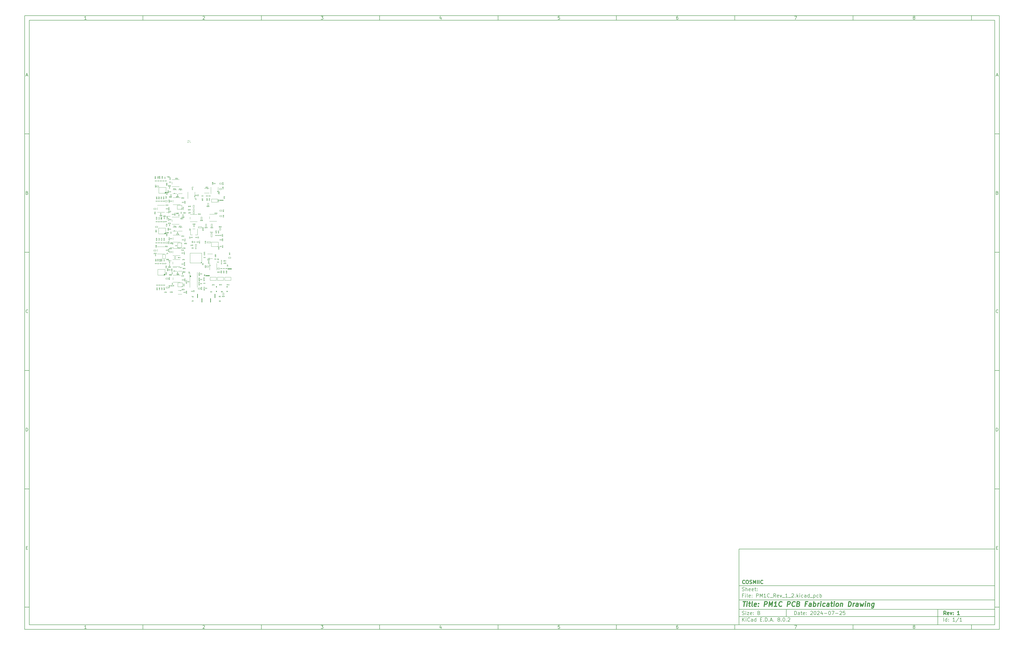
<source format=gbr>
%TF.GenerationSoftware,KiCad,Pcbnew,8.0.2*%
%TF.CreationDate,2024-09-08T21:36:51-05:00*%
%TF.ProjectId,PM1C_Rev_1_2,504d3143-5f52-4657-965f-315f322e6b69,1*%
%TF.SameCoordinates,PX297003ePY8770cd2*%
%TF.FileFunction,Legend,Bot*%
%TF.FilePolarity,Positive*%
%FSLAX46Y46*%
G04 Gerber Fmt 4.6, Leading zero omitted, Abs format (unit mm)*
G04 Created by KiCad (PCBNEW 8.0.2) date 2024-09-08 21:36:51*
%MOMM*%
%LPD*%
G01*
G04 APERTURE LIST*
%ADD10C,0.100000*%
%ADD11C,0.150000*%
%ADD12C,0.300000*%
%ADD13C,0.400000*%
%ADD14C,0.050000*%
G04 APERTURE END LIST*
D10*
D11*
X268349570Y-93380206D02*
X376349570Y-93380206D01*
X376349570Y-125380206D01*
X268349570Y-125380206D01*
X268349570Y-93380206D01*
D10*
D11*
X-33450430Y132019794D02*
X378349570Y132019794D01*
X378349570Y-127380206D01*
X-33450430Y-127380206D01*
X-33450430Y132019794D01*
D10*
D11*
X-31450430Y130019794D02*
X376349570Y130019794D01*
X376349570Y-125380206D01*
X-31450430Y-125380206D01*
X-31450430Y130019794D01*
D10*
D11*
X16549570Y130019794D02*
X16549570Y132019794D01*
D10*
D11*
X66549570Y130019794D02*
X66549570Y132019794D01*
D10*
D11*
X116549570Y130019794D02*
X116549570Y132019794D01*
D10*
D11*
X166549570Y130019794D02*
X166549570Y132019794D01*
D10*
D11*
X216549570Y130019794D02*
X216549570Y132019794D01*
D10*
D11*
X266549570Y130019794D02*
X266549570Y132019794D01*
D10*
D11*
X316549570Y130019794D02*
X316549570Y132019794D01*
D10*
D11*
X366549570Y130019794D02*
X366549570Y132019794D01*
D10*
D11*
X-7361270Y130426190D02*
X-8104127Y130426190D01*
X-7732699Y130426190D02*
X-7732699Y131726190D01*
X-7732699Y131726190D02*
X-7856508Y131540475D01*
X-7856508Y131540475D02*
X-7980318Y131416666D01*
X-7980318Y131416666D02*
X-8104127Y131354761D01*
D10*
D11*
X41895873Y131602380D02*
X41957777Y131664285D01*
X41957777Y131664285D02*
X42081587Y131726190D01*
X42081587Y131726190D02*
X42391111Y131726190D01*
X42391111Y131726190D02*
X42514920Y131664285D01*
X42514920Y131664285D02*
X42576825Y131602380D01*
X42576825Y131602380D02*
X42638730Y131478571D01*
X42638730Y131478571D02*
X42638730Y131354761D01*
X42638730Y131354761D02*
X42576825Y131169047D01*
X42576825Y131169047D02*
X41833968Y130426190D01*
X41833968Y130426190D02*
X42638730Y130426190D01*
D10*
D11*
X91833968Y131726190D02*
X92638730Y131726190D01*
X92638730Y131726190D02*
X92205396Y131230952D01*
X92205396Y131230952D02*
X92391111Y131230952D01*
X92391111Y131230952D02*
X92514920Y131169047D01*
X92514920Y131169047D02*
X92576825Y131107142D01*
X92576825Y131107142D02*
X92638730Y130983333D01*
X92638730Y130983333D02*
X92638730Y130673809D01*
X92638730Y130673809D02*
X92576825Y130549999D01*
X92576825Y130549999D02*
X92514920Y130488094D01*
X92514920Y130488094D02*
X92391111Y130426190D01*
X92391111Y130426190D02*
X92019682Y130426190D01*
X92019682Y130426190D02*
X91895873Y130488094D01*
X91895873Y130488094D02*
X91833968Y130549999D01*
D10*
D11*
X142514920Y131292856D02*
X142514920Y130426190D01*
X142205396Y131788094D02*
X141895873Y130859523D01*
X141895873Y130859523D02*
X142700634Y130859523D01*
D10*
D11*
X192576825Y131726190D02*
X191957777Y131726190D01*
X191957777Y131726190D02*
X191895873Y131107142D01*
X191895873Y131107142D02*
X191957777Y131169047D01*
X191957777Y131169047D02*
X192081587Y131230952D01*
X192081587Y131230952D02*
X192391111Y131230952D01*
X192391111Y131230952D02*
X192514920Y131169047D01*
X192514920Y131169047D02*
X192576825Y131107142D01*
X192576825Y131107142D02*
X192638730Y130983333D01*
X192638730Y130983333D02*
X192638730Y130673809D01*
X192638730Y130673809D02*
X192576825Y130549999D01*
X192576825Y130549999D02*
X192514920Y130488094D01*
X192514920Y130488094D02*
X192391111Y130426190D01*
X192391111Y130426190D02*
X192081587Y130426190D01*
X192081587Y130426190D02*
X191957777Y130488094D01*
X191957777Y130488094D02*
X191895873Y130549999D01*
D10*
D11*
X242514920Y131726190D02*
X242267301Y131726190D01*
X242267301Y131726190D02*
X242143492Y131664285D01*
X242143492Y131664285D02*
X242081587Y131602380D01*
X242081587Y131602380D02*
X241957777Y131416666D01*
X241957777Y131416666D02*
X241895873Y131169047D01*
X241895873Y131169047D02*
X241895873Y130673809D01*
X241895873Y130673809D02*
X241957777Y130549999D01*
X241957777Y130549999D02*
X242019682Y130488094D01*
X242019682Y130488094D02*
X242143492Y130426190D01*
X242143492Y130426190D02*
X242391111Y130426190D01*
X242391111Y130426190D02*
X242514920Y130488094D01*
X242514920Y130488094D02*
X242576825Y130549999D01*
X242576825Y130549999D02*
X242638730Y130673809D01*
X242638730Y130673809D02*
X242638730Y130983333D01*
X242638730Y130983333D02*
X242576825Y131107142D01*
X242576825Y131107142D02*
X242514920Y131169047D01*
X242514920Y131169047D02*
X242391111Y131230952D01*
X242391111Y131230952D02*
X242143492Y131230952D01*
X242143492Y131230952D02*
X242019682Y131169047D01*
X242019682Y131169047D02*
X241957777Y131107142D01*
X241957777Y131107142D02*
X241895873Y130983333D01*
D10*
D11*
X291833968Y131726190D02*
X292700634Y131726190D01*
X292700634Y131726190D02*
X292143492Y130426190D01*
D10*
D11*
X342143492Y131169047D02*
X342019682Y131230952D01*
X342019682Y131230952D02*
X341957777Y131292856D01*
X341957777Y131292856D02*
X341895873Y131416666D01*
X341895873Y131416666D02*
X341895873Y131478571D01*
X341895873Y131478571D02*
X341957777Y131602380D01*
X341957777Y131602380D02*
X342019682Y131664285D01*
X342019682Y131664285D02*
X342143492Y131726190D01*
X342143492Y131726190D02*
X342391111Y131726190D01*
X342391111Y131726190D02*
X342514920Y131664285D01*
X342514920Y131664285D02*
X342576825Y131602380D01*
X342576825Y131602380D02*
X342638730Y131478571D01*
X342638730Y131478571D02*
X342638730Y131416666D01*
X342638730Y131416666D02*
X342576825Y131292856D01*
X342576825Y131292856D02*
X342514920Y131230952D01*
X342514920Y131230952D02*
X342391111Y131169047D01*
X342391111Y131169047D02*
X342143492Y131169047D01*
X342143492Y131169047D02*
X342019682Y131107142D01*
X342019682Y131107142D02*
X341957777Y131045237D01*
X341957777Y131045237D02*
X341895873Y130921428D01*
X341895873Y130921428D02*
X341895873Y130673809D01*
X341895873Y130673809D02*
X341957777Y130549999D01*
X341957777Y130549999D02*
X342019682Y130488094D01*
X342019682Y130488094D02*
X342143492Y130426190D01*
X342143492Y130426190D02*
X342391111Y130426190D01*
X342391111Y130426190D02*
X342514920Y130488094D01*
X342514920Y130488094D02*
X342576825Y130549999D01*
X342576825Y130549999D02*
X342638730Y130673809D01*
X342638730Y130673809D02*
X342638730Y130921428D01*
X342638730Y130921428D02*
X342576825Y131045237D01*
X342576825Y131045237D02*
X342514920Y131107142D01*
X342514920Y131107142D02*
X342391111Y131169047D01*
D10*
D11*
X16549570Y-125380206D02*
X16549570Y-127380206D01*
D10*
D11*
X66549570Y-125380206D02*
X66549570Y-127380206D01*
D10*
D11*
X116549570Y-125380206D02*
X116549570Y-127380206D01*
D10*
D11*
X166549570Y-125380206D02*
X166549570Y-127380206D01*
D10*
D11*
X216549570Y-125380206D02*
X216549570Y-127380206D01*
D10*
D11*
X266549570Y-125380206D02*
X266549570Y-127380206D01*
D10*
D11*
X316549570Y-125380206D02*
X316549570Y-127380206D01*
D10*
D11*
X366549570Y-125380206D02*
X366549570Y-127380206D01*
D10*
D11*
X-7361270Y-126973810D02*
X-8104127Y-126973810D01*
X-7732699Y-126973810D02*
X-7732699Y-125673810D01*
X-7732699Y-125673810D02*
X-7856508Y-125859525D01*
X-7856508Y-125859525D02*
X-7980318Y-125983334D01*
X-7980318Y-125983334D02*
X-8104127Y-126045239D01*
D10*
D11*
X41895873Y-125797620D02*
X41957777Y-125735715D01*
X41957777Y-125735715D02*
X42081587Y-125673810D01*
X42081587Y-125673810D02*
X42391111Y-125673810D01*
X42391111Y-125673810D02*
X42514920Y-125735715D01*
X42514920Y-125735715D02*
X42576825Y-125797620D01*
X42576825Y-125797620D02*
X42638730Y-125921429D01*
X42638730Y-125921429D02*
X42638730Y-126045239D01*
X42638730Y-126045239D02*
X42576825Y-126230953D01*
X42576825Y-126230953D02*
X41833968Y-126973810D01*
X41833968Y-126973810D02*
X42638730Y-126973810D01*
D10*
D11*
X91833968Y-125673810D02*
X92638730Y-125673810D01*
X92638730Y-125673810D02*
X92205396Y-126169048D01*
X92205396Y-126169048D02*
X92391111Y-126169048D01*
X92391111Y-126169048D02*
X92514920Y-126230953D01*
X92514920Y-126230953D02*
X92576825Y-126292858D01*
X92576825Y-126292858D02*
X92638730Y-126416667D01*
X92638730Y-126416667D02*
X92638730Y-126726191D01*
X92638730Y-126726191D02*
X92576825Y-126850001D01*
X92576825Y-126850001D02*
X92514920Y-126911906D01*
X92514920Y-126911906D02*
X92391111Y-126973810D01*
X92391111Y-126973810D02*
X92019682Y-126973810D01*
X92019682Y-126973810D02*
X91895873Y-126911906D01*
X91895873Y-126911906D02*
X91833968Y-126850001D01*
D10*
D11*
X142514920Y-126107144D02*
X142514920Y-126973810D01*
X142205396Y-125611906D02*
X141895873Y-126540477D01*
X141895873Y-126540477D02*
X142700634Y-126540477D01*
D10*
D11*
X192576825Y-125673810D02*
X191957777Y-125673810D01*
X191957777Y-125673810D02*
X191895873Y-126292858D01*
X191895873Y-126292858D02*
X191957777Y-126230953D01*
X191957777Y-126230953D02*
X192081587Y-126169048D01*
X192081587Y-126169048D02*
X192391111Y-126169048D01*
X192391111Y-126169048D02*
X192514920Y-126230953D01*
X192514920Y-126230953D02*
X192576825Y-126292858D01*
X192576825Y-126292858D02*
X192638730Y-126416667D01*
X192638730Y-126416667D02*
X192638730Y-126726191D01*
X192638730Y-126726191D02*
X192576825Y-126850001D01*
X192576825Y-126850001D02*
X192514920Y-126911906D01*
X192514920Y-126911906D02*
X192391111Y-126973810D01*
X192391111Y-126973810D02*
X192081587Y-126973810D01*
X192081587Y-126973810D02*
X191957777Y-126911906D01*
X191957777Y-126911906D02*
X191895873Y-126850001D01*
D10*
D11*
X242514920Y-125673810D02*
X242267301Y-125673810D01*
X242267301Y-125673810D02*
X242143492Y-125735715D01*
X242143492Y-125735715D02*
X242081587Y-125797620D01*
X242081587Y-125797620D02*
X241957777Y-125983334D01*
X241957777Y-125983334D02*
X241895873Y-126230953D01*
X241895873Y-126230953D02*
X241895873Y-126726191D01*
X241895873Y-126726191D02*
X241957777Y-126850001D01*
X241957777Y-126850001D02*
X242019682Y-126911906D01*
X242019682Y-126911906D02*
X242143492Y-126973810D01*
X242143492Y-126973810D02*
X242391111Y-126973810D01*
X242391111Y-126973810D02*
X242514920Y-126911906D01*
X242514920Y-126911906D02*
X242576825Y-126850001D01*
X242576825Y-126850001D02*
X242638730Y-126726191D01*
X242638730Y-126726191D02*
X242638730Y-126416667D01*
X242638730Y-126416667D02*
X242576825Y-126292858D01*
X242576825Y-126292858D02*
X242514920Y-126230953D01*
X242514920Y-126230953D02*
X242391111Y-126169048D01*
X242391111Y-126169048D02*
X242143492Y-126169048D01*
X242143492Y-126169048D02*
X242019682Y-126230953D01*
X242019682Y-126230953D02*
X241957777Y-126292858D01*
X241957777Y-126292858D02*
X241895873Y-126416667D01*
D10*
D11*
X291833968Y-125673810D02*
X292700634Y-125673810D01*
X292700634Y-125673810D02*
X292143492Y-126973810D01*
D10*
D11*
X342143492Y-126230953D02*
X342019682Y-126169048D01*
X342019682Y-126169048D02*
X341957777Y-126107144D01*
X341957777Y-126107144D02*
X341895873Y-125983334D01*
X341895873Y-125983334D02*
X341895873Y-125921429D01*
X341895873Y-125921429D02*
X341957777Y-125797620D01*
X341957777Y-125797620D02*
X342019682Y-125735715D01*
X342019682Y-125735715D02*
X342143492Y-125673810D01*
X342143492Y-125673810D02*
X342391111Y-125673810D01*
X342391111Y-125673810D02*
X342514920Y-125735715D01*
X342514920Y-125735715D02*
X342576825Y-125797620D01*
X342576825Y-125797620D02*
X342638730Y-125921429D01*
X342638730Y-125921429D02*
X342638730Y-125983334D01*
X342638730Y-125983334D02*
X342576825Y-126107144D01*
X342576825Y-126107144D02*
X342514920Y-126169048D01*
X342514920Y-126169048D02*
X342391111Y-126230953D01*
X342391111Y-126230953D02*
X342143492Y-126230953D01*
X342143492Y-126230953D02*
X342019682Y-126292858D01*
X342019682Y-126292858D02*
X341957777Y-126354763D01*
X341957777Y-126354763D02*
X341895873Y-126478572D01*
X341895873Y-126478572D02*
X341895873Y-126726191D01*
X341895873Y-126726191D02*
X341957777Y-126850001D01*
X341957777Y-126850001D02*
X342019682Y-126911906D01*
X342019682Y-126911906D02*
X342143492Y-126973810D01*
X342143492Y-126973810D02*
X342391111Y-126973810D01*
X342391111Y-126973810D02*
X342514920Y-126911906D01*
X342514920Y-126911906D02*
X342576825Y-126850001D01*
X342576825Y-126850001D02*
X342638730Y-126726191D01*
X342638730Y-126726191D02*
X342638730Y-126478572D01*
X342638730Y-126478572D02*
X342576825Y-126354763D01*
X342576825Y-126354763D02*
X342514920Y-126292858D01*
X342514920Y-126292858D02*
X342391111Y-126230953D01*
D10*
D11*
X-33450430Y82019794D02*
X-31450430Y82019794D01*
D10*
D11*
X-33450430Y32019794D02*
X-31450430Y32019794D01*
D10*
D11*
X-33450430Y-17980206D02*
X-31450430Y-17980206D01*
D10*
D11*
X-33450430Y-67980206D02*
X-31450430Y-67980206D01*
D10*
D11*
X-33450430Y-117980206D02*
X-31450430Y-117980206D01*
D10*
D11*
X-32759954Y106797618D02*
X-32140907Y106797618D01*
X-32883764Y106426190D02*
X-32450431Y107726190D01*
X-32450431Y107726190D02*
X-32017097Y106426190D01*
D10*
D11*
X-32357573Y57107142D02*
X-32171859Y57045237D01*
X-32171859Y57045237D02*
X-32109954Y56983333D01*
X-32109954Y56983333D02*
X-32048050Y56859523D01*
X-32048050Y56859523D02*
X-32048050Y56673809D01*
X-32048050Y56673809D02*
X-32109954Y56549999D01*
X-32109954Y56549999D02*
X-32171859Y56488094D01*
X-32171859Y56488094D02*
X-32295669Y56426190D01*
X-32295669Y56426190D02*
X-32790907Y56426190D01*
X-32790907Y56426190D02*
X-32790907Y57726190D01*
X-32790907Y57726190D02*
X-32357573Y57726190D01*
X-32357573Y57726190D02*
X-32233764Y57664285D01*
X-32233764Y57664285D02*
X-32171859Y57602380D01*
X-32171859Y57602380D02*
X-32109954Y57478571D01*
X-32109954Y57478571D02*
X-32109954Y57354761D01*
X-32109954Y57354761D02*
X-32171859Y57230952D01*
X-32171859Y57230952D02*
X-32233764Y57169047D01*
X-32233764Y57169047D02*
X-32357573Y57107142D01*
X-32357573Y57107142D02*
X-32790907Y57107142D01*
D10*
D11*
X-32048050Y6549999D02*
X-32109954Y6488094D01*
X-32109954Y6488094D02*
X-32295669Y6426190D01*
X-32295669Y6426190D02*
X-32419478Y6426190D01*
X-32419478Y6426190D02*
X-32605192Y6488094D01*
X-32605192Y6488094D02*
X-32729002Y6611904D01*
X-32729002Y6611904D02*
X-32790907Y6735714D01*
X-32790907Y6735714D02*
X-32852811Y6983333D01*
X-32852811Y6983333D02*
X-32852811Y7169047D01*
X-32852811Y7169047D02*
X-32790907Y7416666D01*
X-32790907Y7416666D02*
X-32729002Y7540475D01*
X-32729002Y7540475D02*
X-32605192Y7664285D01*
X-32605192Y7664285D02*
X-32419478Y7726190D01*
X-32419478Y7726190D02*
X-32295669Y7726190D01*
X-32295669Y7726190D02*
X-32109954Y7664285D01*
X-32109954Y7664285D02*
X-32048050Y7602380D01*
D10*
D11*
X-32790907Y-43573810D02*
X-32790907Y-42273810D01*
X-32790907Y-42273810D02*
X-32481383Y-42273810D01*
X-32481383Y-42273810D02*
X-32295669Y-42335715D01*
X-32295669Y-42335715D02*
X-32171859Y-42459525D01*
X-32171859Y-42459525D02*
X-32109954Y-42583334D01*
X-32109954Y-42583334D02*
X-32048050Y-42830953D01*
X-32048050Y-42830953D02*
X-32048050Y-43016667D01*
X-32048050Y-43016667D02*
X-32109954Y-43264286D01*
X-32109954Y-43264286D02*
X-32171859Y-43388096D01*
X-32171859Y-43388096D02*
X-32295669Y-43511906D01*
X-32295669Y-43511906D02*
X-32481383Y-43573810D01*
X-32481383Y-43573810D02*
X-32790907Y-43573810D01*
D10*
D11*
X-32729002Y-92892858D02*
X-32295668Y-92892858D01*
X-32109954Y-93573810D02*
X-32729002Y-93573810D01*
X-32729002Y-93573810D02*
X-32729002Y-92273810D01*
X-32729002Y-92273810D02*
X-32109954Y-92273810D01*
D10*
D11*
X378349570Y82019794D02*
X376349570Y82019794D01*
D10*
D11*
X378349570Y32019794D02*
X376349570Y32019794D01*
D10*
D11*
X378349570Y-17980206D02*
X376349570Y-17980206D01*
D10*
D11*
X378349570Y-67980206D02*
X376349570Y-67980206D01*
D10*
D11*
X378349570Y-117980206D02*
X376349570Y-117980206D01*
D10*
D11*
X377040046Y106797618D02*
X377659093Y106797618D01*
X376916236Y106426190D02*
X377349569Y107726190D01*
X377349569Y107726190D02*
X377782903Y106426190D01*
D10*
D11*
X377442427Y57107142D02*
X377628141Y57045237D01*
X377628141Y57045237D02*
X377690046Y56983333D01*
X377690046Y56983333D02*
X377751950Y56859523D01*
X377751950Y56859523D02*
X377751950Y56673809D01*
X377751950Y56673809D02*
X377690046Y56549999D01*
X377690046Y56549999D02*
X377628141Y56488094D01*
X377628141Y56488094D02*
X377504331Y56426190D01*
X377504331Y56426190D02*
X377009093Y56426190D01*
X377009093Y56426190D02*
X377009093Y57726190D01*
X377009093Y57726190D02*
X377442427Y57726190D01*
X377442427Y57726190D02*
X377566236Y57664285D01*
X377566236Y57664285D02*
X377628141Y57602380D01*
X377628141Y57602380D02*
X377690046Y57478571D01*
X377690046Y57478571D02*
X377690046Y57354761D01*
X377690046Y57354761D02*
X377628141Y57230952D01*
X377628141Y57230952D02*
X377566236Y57169047D01*
X377566236Y57169047D02*
X377442427Y57107142D01*
X377442427Y57107142D02*
X377009093Y57107142D01*
D10*
D11*
X377751950Y6549999D02*
X377690046Y6488094D01*
X377690046Y6488094D02*
X377504331Y6426190D01*
X377504331Y6426190D02*
X377380522Y6426190D01*
X377380522Y6426190D02*
X377194808Y6488094D01*
X377194808Y6488094D02*
X377070998Y6611904D01*
X377070998Y6611904D02*
X377009093Y6735714D01*
X377009093Y6735714D02*
X376947189Y6983333D01*
X376947189Y6983333D02*
X376947189Y7169047D01*
X376947189Y7169047D02*
X377009093Y7416666D01*
X377009093Y7416666D02*
X377070998Y7540475D01*
X377070998Y7540475D02*
X377194808Y7664285D01*
X377194808Y7664285D02*
X377380522Y7726190D01*
X377380522Y7726190D02*
X377504331Y7726190D01*
X377504331Y7726190D02*
X377690046Y7664285D01*
X377690046Y7664285D02*
X377751950Y7602380D01*
D10*
D11*
X377009093Y-43573810D02*
X377009093Y-42273810D01*
X377009093Y-42273810D02*
X377318617Y-42273810D01*
X377318617Y-42273810D02*
X377504331Y-42335715D01*
X377504331Y-42335715D02*
X377628141Y-42459525D01*
X377628141Y-42459525D02*
X377690046Y-42583334D01*
X377690046Y-42583334D02*
X377751950Y-42830953D01*
X377751950Y-42830953D02*
X377751950Y-43016667D01*
X377751950Y-43016667D02*
X377690046Y-43264286D01*
X377690046Y-43264286D02*
X377628141Y-43388096D01*
X377628141Y-43388096D02*
X377504331Y-43511906D01*
X377504331Y-43511906D02*
X377318617Y-43573810D01*
X377318617Y-43573810D02*
X377009093Y-43573810D01*
D10*
D11*
X377070998Y-92892858D02*
X377504332Y-92892858D01*
X377690046Y-93573810D02*
X377070998Y-93573810D01*
X377070998Y-93573810D02*
X377070998Y-92273810D01*
X377070998Y-92273810D02*
X377690046Y-92273810D01*
D10*
D11*
X291805396Y-121166334D02*
X291805396Y-119666334D01*
X291805396Y-119666334D02*
X292162539Y-119666334D01*
X292162539Y-119666334D02*
X292376825Y-119737763D01*
X292376825Y-119737763D02*
X292519682Y-119880620D01*
X292519682Y-119880620D02*
X292591111Y-120023477D01*
X292591111Y-120023477D02*
X292662539Y-120309191D01*
X292662539Y-120309191D02*
X292662539Y-120523477D01*
X292662539Y-120523477D02*
X292591111Y-120809191D01*
X292591111Y-120809191D02*
X292519682Y-120952048D01*
X292519682Y-120952048D02*
X292376825Y-121094906D01*
X292376825Y-121094906D02*
X292162539Y-121166334D01*
X292162539Y-121166334D02*
X291805396Y-121166334D01*
X293948254Y-121166334D02*
X293948254Y-120380620D01*
X293948254Y-120380620D02*
X293876825Y-120237763D01*
X293876825Y-120237763D02*
X293733968Y-120166334D01*
X293733968Y-120166334D02*
X293448254Y-120166334D01*
X293448254Y-120166334D02*
X293305396Y-120237763D01*
X293948254Y-121094906D02*
X293805396Y-121166334D01*
X293805396Y-121166334D02*
X293448254Y-121166334D01*
X293448254Y-121166334D02*
X293305396Y-121094906D01*
X293305396Y-121094906D02*
X293233968Y-120952048D01*
X293233968Y-120952048D02*
X293233968Y-120809191D01*
X293233968Y-120809191D02*
X293305396Y-120666334D01*
X293305396Y-120666334D02*
X293448254Y-120594906D01*
X293448254Y-120594906D02*
X293805396Y-120594906D01*
X293805396Y-120594906D02*
X293948254Y-120523477D01*
X294448254Y-120166334D02*
X295019682Y-120166334D01*
X294662539Y-119666334D02*
X294662539Y-120952048D01*
X294662539Y-120952048D02*
X294733968Y-121094906D01*
X294733968Y-121094906D02*
X294876825Y-121166334D01*
X294876825Y-121166334D02*
X295019682Y-121166334D01*
X296091111Y-121094906D02*
X295948254Y-121166334D01*
X295948254Y-121166334D02*
X295662540Y-121166334D01*
X295662540Y-121166334D02*
X295519682Y-121094906D01*
X295519682Y-121094906D02*
X295448254Y-120952048D01*
X295448254Y-120952048D02*
X295448254Y-120380620D01*
X295448254Y-120380620D02*
X295519682Y-120237763D01*
X295519682Y-120237763D02*
X295662540Y-120166334D01*
X295662540Y-120166334D02*
X295948254Y-120166334D01*
X295948254Y-120166334D02*
X296091111Y-120237763D01*
X296091111Y-120237763D02*
X296162540Y-120380620D01*
X296162540Y-120380620D02*
X296162540Y-120523477D01*
X296162540Y-120523477D02*
X295448254Y-120666334D01*
X296805396Y-121023477D02*
X296876825Y-121094906D01*
X296876825Y-121094906D02*
X296805396Y-121166334D01*
X296805396Y-121166334D02*
X296733968Y-121094906D01*
X296733968Y-121094906D02*
X296805396Y-121023477D01*
X296805396Y-121023477D02*
X296805396Y-121166334D01*
X296805396Y-120237763D02*
X296876825Y-120309191D01*
X296876825Y-120309191D02*
X296805396Y-120380620D01*
X296805396Y-120380620D02*
X296733968Y-120309191D01*
X296733968Y-120309191D02*
X296805396Y-120237763D01*
X296805396Y-120237763D02*
X296805396Y-120380620D01*
X298591111Y-119809191D02*
X298662539Y-119737763D01*
X298662539Y-119737763D02*
X298805397Y-119666334D01*
X298805397Y-119666334D02*
X299162539Y-119666334D01*
X299162539Y-119666334D02*
X299305397Y-119737763D01*
X299305397Y-119737763D02*
X299376825Y-119809191D01*
X299376825Y-119809191D02*
X299448254Y-119952048D01*
X299448254Y-119952048D02*
X299448254Y-120094906D01*
X299448254Y-120094906D02*
X299376825Y-120309191D01*
X299376825Y-120309191D02*
X298519682Y-121166334D01*
X298519682Y-121166334D02*
X299448254Y-121166334D01*
X300376825Y-119666334D02*
X300519682Y-119666334D01*
X300519682Y-119666334D02*
X300662539Y-119737763D01*
X300662539Y-119737763D02*
X300733968Y-119809191D01*
X300733968Y-119809191D02*
X300805396Y-119952048D01*
X300805396Y-119952048D02*
X300876825Y-120237763D01*
X300876825Y-120237763D02*
X300876825Y-120594906D01*
X300876825Y-120594906D02*
X300805396Y-120880620D01*
X300805396Y-120880620D02*
X300733968Y-121023477D01*
X300733968Y-121023477D02*
X300662539Y-121094906D01*
X300662539Y-121094906D02*
X300519682Y-121166334D01*
X300519682Y-121166334D02*
X300376825Y-121166334D01*
X300376825Y-121166334D02*
X300233968Y-121094906D01*
X300233968Y-121094906D02*
X300162539Y-121023477D01*
X300162539Y-121023477D02*
X300091110Y-120880620D01*
X300091110Y-120880620D02*
X300019682Y-120594906D01*
X300019682Y-120594906D02*
X300019682Y-120237763D01*
X300019682Y-120237763D02*
X300091110Y-119952048D01*
X300091110Y-119952048D02*
X300162539Y-119809191D01*
X300162539Y-119809191D02*
X300233968Y-119737763D01*
X300233968Y-119737763D02*
X300376825Y-119666334D01*
X301448253Y-119809191D02*
X301519681Y-119737763D01*
X301519681Y-119737763D02*
X301662539Y-119666334D01*
X301662539Y-119666334D02*
X302019681Y-119666334D01*
X302019681Y-119666334D02*
X302162539Y-119737763D01*
X302162539Y-119737763D02*
X302233967Y-119809191D01*
X302233967Y-119809191D02*
X302305396Y-119952048D01*
X302305396Y-119952048D02*
X302305396Y-120094906D01*
X302305396Y-120094906D02*
X302233967Y-120309191D01*
X302233967Y-120309191D02*
X301376824Y-121166334D01*
X301376824Y-121166334D02*
X302305396Y-121166334D01*
X303591110Y-120166334D02*
X303591110Y-121166334D01*
X303233967Y-119594906D02*
X302876824Y-120666334D01*
X302876824Y-120666334D02*
X303805395Y-120666334D01*
X304376823Y-120594906D02*
X305519681Y-120594906D01*
X306519681Y-119666334D02*
X306662538Y-119666334D01*
X306662538Y-119666334D02*
X306805395Y-119737763D01*
X306805395Y-119737763D02*
X306876824Y-119809191D01*
X306876824Y-119809191D02*
X306948252Y-119952048D01*
X306948252Y-119952048D02*
X307019681Y-120237763D01*
X307019681Y-120237763D02*
X307019681Y-120594906D01*
X307019681Y-120594906D02*
X306948252Y-120880620D01*
X306948252Y-120880620D02*
X306876824Y-121023477D01*
X306876824Y-121023477D02*
X306805395Y-121094906D01*
X306805395Y-121094906D02*
X306662538Y-121166334D01*
X306662538Y-121166334D02*
X306519681Y-121166334D01*
X306519681Y-121166334D02*
X306376824Y-121094906D01*
X306376824Y-121094906D02*
X306305395Y-121023477D01*
X306305395Y-121023477D02*
X306233966Y-120880620D01*
X306233966Y-120880620D02*
X306162538Y-120594906D01*
X306162538Y-120594906D02*
X306162538Y-120237763D01*
X306162538Y-120237763D02*
X306233966Y-119952048D01*
X306233966Y-119952048D02*
X306305395Y-119809191D01*
X306305395Y-119809191D02*
X306376824Y-119737763D01*
X306376824Y-119737763D02*
X306519681Y-119666334D01*
X307519680Y-119666334D02*
X308519680Y-119666334D01*
X308519680Y-119666334D02*
X307876823Y-121166334D01*
X309091108Y-120594906D02*
X310233966Y-120594906D01*
X310876823Y-119809191D02*
X310948251Y-119737763D01*
X310948251Y-119737763D02*
X311091109Y-119666334D01*
X311091109Y-119666334D02*
X311448251Y-119666334D01*
X311448251Y-119666334D02*
X311591109Y-119737763D01*
X311591109Y-119737763D02*
X311662537Y-119809191D01*
X311662537Y-119809191D02*
X311733966Y-119952048D01*
X311733966Y-119952048D02*
X311733966Y-120094906D01*
X311733966Y-120094906D02*
X311662537Y-120309191D01*
X311662537Y-120309191D02*
X310805394Y-121166334D01*
X310805394Y-121166334D02*
X311733966Y-121166334D01*
X313091108Y-119666334D02*
X312376822Y-119666334D01*
X312376822Y-119666334D02*
X312305394Y-120380620D01*
X312305394Y-120380620D02*
X312376822Y-120309191D01*
X312376822Y-120309191D02*
X312519680Y-120237763D01*
X312519680Y-120237763D02*
X312876822Y-120237763D01*
X312876822Y-120237763D02*
X313019680Y-120309191D01*
X313019680Y-120309191D02*
X313091108Y-120380620D01*
X313091108Y-120380620D02*
X313162537Y-120523477D01*
X313162537Y-120523477D02*
X313162537Y-120880620D01*
X313162537Y-120880620D02*
X313091108Y-121023477D01*
X313091108Y-121023477D02*
X313019680Y-121094906D01*
X313019680Y-121094906D02*
X312876822Y-121166334D01*
X312876822Y-121166334D02*
X312519680Y-121166334D01*
X312519680Y-121166334D02*
X312376822Y-121094906D01*
X312376822Y-121094906D02*
X312305394Y-121023477D01*
D10*
D11*
X268349570Y-121880206D02*
X376349570Y-121880206D01*
D10*
D11*
X269805396Y-123966334D02*
X269805396Y-122466334D01*
X270662539Y-123966334D02*
X270019682Y-123109191D01*
X270662539Y-122466334D02*
X269805396Y-123323477D01*
X271305396Y-123966334D02*
X271305396Y-122966334D01*
X271305396Y-122466334D02*
X271233968Y-122537763D01*
X271233968Y-122537763D02*
X271305396Y-122609191D01*
X271305396Y-122609191D02*
X271376825Y-122537763D01*
X271376825Y-122537763D02*
X271305396Y-122466334D01*
X271305396Y-122466334D02*
X271305396Y-122609191D01*
X272876825Y-123823477D02*
X272805397Y-123894906D01*
X272805397Y-123894906D02*
X272591111Y-123966334D01*
X272591111Y-123966334D02*
X272448254Y-123966334D01*
X272448254Y-123966334D02*
X272233968Y-123894906D01*
X272233968Y-123894906D02*
X272091111Y-123752048D01*
X272091111Y-123752048D02*
X272019682Y-123609191D01*
X272019682Y-123609191D02*
X271948254Y-123323477D01*
X271948254Y-123323477D02*
X271948254Y-123109191D01*
X271948254Y-123109191D02*
X272019682Y-122823477D01*
X272019682Y-122823477D02*
X272091111Y-122680620D01*
X272091111Y-122680620D02*
X272233968Y-122537763D01*
X272233968Y-122537763D02*
X272448254Y-122466334D01*
X272448254Y-122466334D02*
X272591111Y-122466334D01*
X272591111Y-122466334D02*
X272805397Y-122537763D01*
X272805397Y-122537763D02*
X272876825Y-122609191D01*
X274162540Y-123966334D02*
X274162540Y-123180620D01*
X274162540Y-123180620D02*
X274091111Y-123037763D01*
X274091111Y-123037763D02*
X273948254Y-122966334D01*
X273948254Y-122966334D02*
X273662540Y-122966334D01*
X273662540Y-122966334D02*
X273519682Y-123037763D01*
X274162540Y-123894906D02*
X274019682Y-123966334D01*
X274019682Y-123966334D02*
X273662540Y-123966334D01*
X273662540Y-123966334D02*
X273519682Y-123894906D01*
X273519682Y-123894906D02*
X273448254Y-123752048D01*
X273448254Y-123752048D02*
X273448254Y-123609191D01*
X273448254Y-123609191D02*
X273519682Y-123466334D01*
X273519682Y-123466334D02*
X273662540Y-123394906D01*
X273662540Y-123394906D02*
X274019682Y-123394906D01*
X274019682Y-123394906D02*
X274162540Y-123323477D01*
X275519683Y-123966334D02*
X275519683Y-122466334D01*
X275519683Y-123894906D02*
X275376825Y-123966334D01*
X275376825Y-123966334D02*
X275091111Y-123966334D01*
X275091111Y-123966334D02*
X274948254Y-123894906D01*
X274948254Y-123894906D02*
X274876825Y-123823477D01*
X274876825Y-123823477D02*
X274805397Y-123680620D01*
X274805397Y-123680620D02*
X274805397Y-123252048D01*
X274805397Y-123252048D02*
X274876825Y-123109191D01*
X274876825Y-123109191D02*
X274948254Y-123037763D01*
X274948254Y-123037763D02*
X275091111Y-122966334D01*
X275091111Y-122966334D02*
X275376825Y-122966334D01*
X275376825Y-122966334D02*
X275519683Y-123037763D01*
X277376825Y-123180620D02*
X277876825Y-123180620D01*
X278091111Y-123966334D02*
X277376825Y-123966334D01*
X277376825Y-123966334D02*
X277376825Y-122466334D01*
X277376825Y-122466334D02*
X278091111Y-122466334D01*
X278733968Y-123823477D02*
X278805397Y-123894906D01*
X278805397Y-123894906D02*
X278733968Y-123966334D01*
X278733968Y-123966334D02*
X278662540Y-123894906D01*
X278662540Y-123894906D02*
X278733968Y-123823477D01*
X278733968Y-123823477D02*
X278733968Y-123966334D01*
X279448254Y-123966334D02*
X279448254Y-122466334D01*
X279448254Y-122466334D02*
X279805397Y-122466334D01*
X279805397Y-122466334D02*
X280019683Y-122537763D01*
X280019683Y-122537763D02*
X280162540Y-122680620D01*
X280162540Y-122680620D02*
X280233969Y-122823477D01*
X280233969Y-122823477D02*
X280305397Y-123109191D01*
X280305397Y-123109191D02*
X280305397Y-123323477D01*
X280305397Y-123323477D02*
X280233969Y-123609191D01*
X280233969Y-123609191D02*
X280162540Y-123752048D01*
X280162540Y-123752048D02*
X280019683Y-123894906D01*
X280019683Y-123894906D02*
X279805397Y-123966334D01*
X279805397Y-123966334D02*
X279448254Y-123966334D01*
X280948254Y-123823477D02*
X281019683Y-123894906D01*
X281019683Y-123894906D02*
X280948254Y-123966334D01*
X280948254Y-123966334D02*
X280876826Y-123894906D01*
X280876826Y-123894906D02*
X280948254Y-123823477D01*
X280948254Y-123823477D02*
X280948254Y-123966334D01*
X281591112Y-123537763D02*
X282305398Y-123537763D01*
X281448255Y-123966334D02*
X281948255Y-122466334D01*
X281948255Y-122466334D02*
X282448255Y-123966334D01*
X282948254Y-123823477D02*
X283019683Y-123894906D01*
X283019683Y-123894906D02*
X282948254Y-123966334D01*
X282948254Y-123966334D02*
X282876826Y-123894906D01*
X282876826Y-123894906D02*
X282948254Y-123823477D01*
X282948254Y-123823477D02*
X282948254Y-123966334D01*
X285019683Y-123109191D02*
X284876826Y-123037763D01*
X284876826Y-123037763D02*
X284805397Y-122966334D01*
X284805397Y-122966334D02*
X284733969Y-122823477D01*
X284733969Y-122823477D02*
X284733969Y-122752048D01*
X284733969Y-122752048D02*
X284805397Y-122609191D01*
X284805397Y-122609191D02*
X284876826Y-122537763D01*
X284876826Y-122537763D02*
X285019683Y-122466334D01*
X285019683Y-122466334D02*
X285305397Y-122466334D01*
X285305397Y-122466334D02*
X285448255Y-122537763D01*
X285448255Y-122537763D02*
X285519683Y-122609191D01*
X285519683Y-122609191D02*
X285591112Y-122752048D01*
X285591112Y-122752048D02*
X285591112Y-122823477D01*
X285591112Y-122823477D02*
X285519683Y-122966334D01*
X285519683Y-122966334D02*
X285448255Y-123037763D01*
X285448255Y-123037763D02*
X285305397Y-123109191D01*
X285305397Y-123109191D02*
X285019683Y-123109191D01*
X285019683Y-123109191D02*
X284876826Y-123180620D01*
X284876826Y-123180620D02*
X284805397Y-123252048D01*
X284805397Y-123252048D02*
X284733969Y-123394906D01*
X284733969Y-123394906D02*
X284733969Y-123680620D01*
X284733969Y-123680620D02*
X284805397Y-123823477D01*
X284805397Y-123823477D02*
X284876826Y-123894906D01*
X284876826Y-123894906D02*
X285019683Y-123966334D01*
X285019683Y-123966334D02*
X285305397Y-123966334D01*
X285305397Y-123966334D02*
X285448255Y-123894906D01*
X285448255Y-123894906D02*
X285519683Y-123823477D01*
X285519683Y-123823477D02*
X285591112Y-123680620D01*
X285591112Y-123680620D02*
X285591112Y-123394906D01*
X285591112Y-123394906D02*
X285519683Y-123252048D01*
X285519683Y-123252048D02*
X285448255Y-123180620D01*
X285448255Y-123180620D02*
X285305397Y-123109191D01*
X286233968Y-123823477D02*
X286305397Y-123894906D01*
X286305397Y-123894906D02*
X286233968Y-123966334D01*
X286233968Y-123966334D02*
X286162540Y-123894906D01*
X286162540Y-123894906D02*
X286233968Y-123823477D01*
X286233968Y-123823477D02*
X286233968Y-123966334D01*
X287233969Y-122466334D02*
X287376826Y-122466334D01*
X287376826Y-122466334D02*
X287519683Y-122537763D01*
X287519683Y-122537763D02*
X287591112Y-122609191D01*
X287591112Y-122609191D02*
X287662540Y-122752048D01*
X287662540Y-122752048D02*
X287733969Y-123037763D01*
X287733969Y-123037763D02*
X287733969Y-123394906D01*
X287733969Y-123394906D02*
X287662540Y-123680620D01*
X287662540Y-123680620D02*
X287591112Y-123823477D01*
X287591112Y-123823477D02*
X287519683Y-123894906D01*
X287519683Y-123894906D02*
X287376826Y-123966334D01*
X287376826Y-123966334D02*
X287233969Y-123966334D01*
X287233969Y-123966334D02*
X287091112Y-123894906D01*
X287091112Y-123894906D02*
X287019683Y-123823477D01*
X287019683Y-123823477D02*
X286948254Y-123680620D01*
X286948254Y-123680620D02*
X286876826Y-123394906D01*
X286876826Y-123394906D02*
X286876826Y-123037763D01*
X286876826Y-123037763D02*
X286948254Y-122752048D01*
X286948254Y-122752048D02*
X287019683Y-122609191D01*
X287019683Y-122609191D02*
X287091112Y-122537763D01*
X287091112Y-122537763D02*
X287233969Y-122466334D01*
X288376825Y-123823477D02*
X288448254Y-123894906D01*
X288448254Y-123894906D02*
X288376825Y-123966334D01*
X288376825Y-123966334D02*
X288305397Y-123894906D01*
X288305397Y-123894906D02*
X288376825Y-123823477D01*
X288376825Y-123823477D02*
X288376825Y-123966334D01*
X289019683Y-122609191D02*
X289091111Y-122537763D01*
X289091111Y-122537763D02*
X289233969Y-122466334D01*
X289233969Y-122466334D02*
X289591111Y-122466334D01*
X289591111Y-122466334D02*
X289733969Y-122537763D01*
X289733969Y-122537763D02*
X289805397Y-122609191D01*
X289805397Y-122609191D02*
X289876826Y-122752048D01*
X289876826Y-122752048D02*
X289876826Y-122894906D01*
X289876826Y-122894906D02*
X289805397Y-123109191D01*
X289805397Y-123109191D02*
X288948254Y-123966334D01*
X288948254Y-123966334D02*
X289876826Y-123966334D01*
D10*
D11*
X268349570Y-118880206D02*
X376349570Y-118880206D01*
D10*
D12*
X355761223Y-121158534D02*
X355261223Y-120444248D01*
X354904080Y-121158534D02*
X354904080Y-119658534D01*
X354904080Y-119658534D02*
X355475509Y-119658534D01*
X355475509Y-119658534D02*
X355618366Y-119729963D01*
X355618366Y-119729963D02*
X355689795Y-119801391D01*
X355689795Y-119801391D02*
X355761223Y-119944248D01*
X355761223Y-119944248D02*
X355761223Y-120158534D01*
X355761223Y-120158534D02*
X355689795Y-120301391D01*
X355689795Y-120301391D02*
X355618366Y-120372820D01*
X355618366Y-120372820D02*
X355475509Y-120444248D01*
X355475509Y-120444248D02*
X354904080Y-120444248D01*
X356975509Y-121087106D02*
X356832652Y-121158534D01*
X356832652Y-121158534D02*
X356546938Y-121158534D01*
X356546938Y-121158534D02*
X356404080Y-121087106D01*
X356404080Y-121087106D02*
X356332652Y-120944248D01*
X356332652Y-120944248D02*
X356332652Y-120372820D01*
X356332652Y-120372820D02*
X356404080Y-120229963D01*
X356404080Y-120229963D02*
X356546938Y-120158534D01*
X356546938Y-120158534D02*
X356832652Y-120158534D01*
X356832652Y-120158534D02*
X356975509Y-120229963D01*
X356975509Y-120229963D02*
X357046938Y-120372820D01*
X357046938Y-120372820D02*
X357046938Y-120515677D01*
X357046938Y-120515677D02*
X356332652Y-120658534D01*
X357546937Y-120158534D02*
X357904080Y-121158534D01*
X357904080Y-121158534D02*
X358261223Y-120158534D01*
X358832651Y-121015677D02*
X358904080Y-121087106D01*
X358904080Y-121087106D02*
X358832651Y-121158534D01*
X358832651Y-121158534D02*
X358761223Y-121087106D01*
X358761223Y-121087106D02*
X358832651Y-121015677D01*
X358832651Y-121015677D02*
X358832651Y-121158534D01*
X358832651Y-120229963D02*
X358904080Y-120301391D01*
X358904080Y-120301391D02*
X358832651Y-120372820D01*
X358832651Y-120372820D02*
X358761223Y-120301391D01*
X358761223Y-120301391D02*
X358832651Y-120229963D01*
X358832651Y-120229963D02*
X358832651Y-120372820D01*
X361475509Y-121158534D02*
X360618366Y-121158534D01*
X361046937Y-121158534D02*
X361046937Y-119658534D01*
X361046937Y-119658534D02*
X360904080Y-119872820D01*
X360904080Y-119872820D02*
X360761223Y-120015677D01*
X360761223Y-120015677D02*
X360618366Y-120087106D01*
D10*
D11*
X269733968Y-121094906D02*
X269948254Y-121166334D01*
X269948254Y-121166334D02*
X270305396Y-121166334D01*
X270305396Y-121166334D02*
X270448254Y-121094906D01*
X270448254Y-121094906D02*
X270519682Y-121023477D01*
X270519682Y-121023477D02*
X270591111Y-120880620D01*
X270591111Y-120880620D02*
X270591111Y-120737763D01*
X270591111Y-120737763D02*
X270519682Y-120594906D01*
X270519682Y-120594906D02*
X270448254Y-120523477D01*
X270448254Y-120523477D02*
X270305396Y-120452048D01*
X270305396Y-120452048D02*
X270019682Y-120380620D01*
X270019682Y-120380620D02*
X269876825Y-120309191D01*
X269876825Y-120309191D02*
X269805396Y-120237763D01*
X269805396Y-120237763D02*
X269733968Y-120094906D01*
X269733968Y-120094906D02*
X269733968Y-119952048D01*
X269733968Y-119952048D02*
X269805396Y-119809191D01*
X269805396Y-119809191D02*
X269876825Y-119737763D01*
X269876825Y-119737763D02*
X270019682Y-119666334D01*
X270019682Y-119666334D02*
X270376825Y-119666334D01*
X270376825Y-119666334D02*
X270591111Y-119737763D01*
X271233967Y-121166334D02*
X271233967Y-120166334D01*
X271233967Y-119666334D02*
X271162539Y-119737763D01*
X271162539Y-119737763D02*
X271233967Y-119809191D01*
X271233967Y-119809191D02*
X271305396Y-119737763D01*
X271305396Y-119737763D02*
X271233967Y-119666334D01*
X271233967Y-119666334D02*
X271233967Y-119809191D01*
X271805396Y-120166334D02*
X272591111Y-120166334D01*
X272591111Y-120166334D02*
X271805396Y-121166334D01*
X271805396Y-121166334D02*
X272591111Y-121166334D01*
X273733968Y-121094906D02*
X273591111Y-121166334D01*
X273591111Y-121166334D02*
X273305397Y-121166334D01*
X273305397Y-121166334D02*
X273162539Y-121094906D01*
X273162539Y-121094906D02*
X273091111Y-120952048D01*
X273091111Y-120952048D02*
X273091111Y-120380620D01*
X273091111Y-120380620D02*
X273162539Y-120237763D01*
X273162539Y-120237763D02*
X273305397Y-120166334D01*
X273305397Y-120166334D02*
X273591111Y-120166334D01*
X273591111Y-120166334D02*
X273733968Y-120237763D01*
X273733968Y-120237763D02*
X273805397Y-120380620D01*
X273805397Y-120380620D02*
X273805397Y-120523477D01*
X273805397Y-120523477D02*
X273091111Y-120666334D01*
X274448253Y-121023477D02*
X274519682Y-121094906D01*
X274519682Y-121094906D02*
X274448253Y-121166334D01*
X274448253Y-121166334D02*
X274376825Y-121094906D01*
X274376825Y-121094906D02*
X274448253Y-121023477D01*
X274448253Y-121023477D02*
X274448253Y-121166334D01*
X274448253Y-120237763D02*
X274519682Y-120309191D01*
X274519682Y-120309191D02*
X274448253Y-120380620D01*
X274448253Y-120380620D02*
X274376825Y-120309191D01*
X274376825Y-120309191D02*
X274448253Y-120237763D01*
X274448253Y-120237763D02*
X274448253Y-120380620D01*
X276805396Y-120380620D02*
X277019682Y-120452048D01*
X277019682Y-120452048D02*
X277091111Y-120523477D01*
X277091111Y-120523477D02*
X277162539Y-120666334D01*
X277162539Y-120666334D02*
X277162539Y-120880620D01*
X277162539Y-120880620D02*
X277091111Y-121023477D01*
X277091111Y-121023477D02*
X277019682Y-121094906D01*
X277019682Y-121094906D02*
X276876825Y-121166334D01*
X276876825Y-121166334D02*
X276305396Y-121166334D01*
X276305396Y-121166334D02*
X276305396Y-119666334D01*
X276305396Y-119666334D02*
X276805396Y-119666334D01*
X276805396Y-119666334D02*
X276948254Y-119737763D01*
X276948254Y-119737763D02*
X277019682Y-119809191D01*
X277019682Y-119809191D02*
X277091111Y-119952048D01*
X277091111Y-119952048D02*
X277091111Y-120094906D01*
X277091111Y-120094906D02*
X277019682Y-120237763D01*
X277019682Y-120237763D02*
X276948254Y-120309191D01*
X276948254Y-120309191D02*
X276805396Y-120380620D01*
X276805396Y-120380620D02*
X276305396Y-120380620D01*
D10*
D11*
X354805396Y-123966334D02*
X354805396Y-122466334D01*
X356162540Y-123966334D02*
X356162540Y-122466334D01*
X356162540Y-123894906D02*
X356019682Y-123966334D01*
X356019682Y-123966334D02*
X355733968Y-123966334D01*
X355733968Y-123966334D02*
X355591111Y-123894906D01*
X355591111Y-123894906D02*
X355519682Y-123823477D01*
X355519682Y-123823477D02*
X355448254Y-123680620D01*
X355448254Y-123680620D02*
X355448254Y-123252048D01*
X355448254Y-123252048D02*
X355519682Y-123109191D01*
X355519682Y-123109191D02*
X355591111Y-123037763D01*
X355591111Y-123037763D02*
X355733968Y-122966334D01*
X355733968Y-122966334D02*
X356019682Y-122966334D01*
X356019682Y-122966334D02*
X356162540Y-123037763D01*
X356876825Y-123823477D02*
X356948254Y-123894906D01*
X356948254Y-123894906D02*
X356876825Y-123966334D01*
X356876825Y-123966334D02*
X356805397Y-123894906D01*
X356805397Y-123894906D02*
X356876825Y-123823477D01*
X356876825Y-123823477D02*
X356876825Y-123966334D01*
X356876825Y-123037763D02*
X356948254Y-123109191D01*
X356948254Y-123109191D02*
X356876825Y-123180620D01*
X356876825Y-123180620D02*
X356805397Y-123109191D01*
X356805397Y-123109191D02*
X356876825Y-123037763D01*
X356876825Y-123037763D02*
X356876825Y-123180620D01*
X359519683Y-123966334D02*
X358662540Y-123966334D01*
X359091111Y-123966334D02*
X359091111Y-122466334D01*
X359091111Y-122466334D02*
X358948254Y-122680620D01*
X358948254Y-122680620D02*
X358805397Y-122823477D01*
X358805397Y-122823477D02*
X358662540Y-122894906D01*
X361233968Y-122394906D02*
X359948254Y-124323477D01*
X362519683Y-123966334D02*
X361662540Y-123966334D01*
X362091111Y-123966334D02*
X362091111Y-122466334D01*
X362091111Y-122466334D02*
X361948254Y-122680620D01*
X361948254Y-122680620D02*
X361805397Y-122823477D01*
X361805397Y-122823477D02*
X361662540Y-122894906D01*
D10*
D11*
X268349570Y-114880206D02*
X376349570Y-114880206D01*
D10*
D13*
X270041298Y-115584644D02*
X271184155Y-115584644D01*
X270362727Y-117584644D02*
X270612727Y-115584644D01*
X271600822Y-117584644D02*
X271767489Y-116251310D01*
X271850822Y-115584644D02*
X271743679Y-115679882D01*
X271743679Y-115679882D02*
X271827013Y-115775120D01*
X271827013Y-115775120D02*
X271934156Y-115679882D01*
X271934156Y-115679882D02*
X271850822Y-115584644D01*
X271850822Y-115584644D02*
X271827013Y-115775120D01*
X272434156Y-116251310D02*
X273196060Y-116251310D01*
X272803203Y-115584644D02*
X272588918Y-117298929D01*
X272588918Y-117298929D02*
X272660346Y-117489406D01*
X272660346Y-117489406D02*
X272838918Y-117584644D01*
X272838918Y-117584644D02*
X273029394Y-117584644D01*
X273981775Y-117584644D02*
X273803203Y-117489406D01*
X273803203Y-117489406D02*
X273731775Y-117298929D01*
X273731775Y-117298929D02*
X273946060Y-115584644D01*
X275517489Y-117489406D02*
X275315108Y-117584644D01*
X275315108Y-117584644D02*
X274934155Y-117584644D01*
X274934155Y-117584644D02*
X274755584Y-117489406D01*
X274755584Y-117489406D02*
X274684155Y-117298929D01*
X274684155Y-117298929D02*
X274779394Y-116537025D01*
X274779394Y-116537025D02*
X274898441Y-116346548D01*
X274898441Y-116346548D02*
X275100822Y-116251310D01*
X275100822Y-116251310D02*
X275481774Y-116251310D01*
X275481774Y-116251310D02*
X275660346Y-116346548D01*
X275660346Y-116346548D02*
X275731774Y-116537025D01*
X275731774Y-116537025D02*
X275707965Y-116727501D01*
X275707965Y-116727501D02*
X274731774Y-116917977D01*
X276481775Y-117394167D02*
X276565108Y-117489406D01*
X276565108Y-117489406D02*
X276457965Y-117584644D01*
X276457965Y-117584644D02*
X276374632Y-117489406D01*
X276374632Y-117489406D02*
X276481775Y-117394167D01*
X276481775Y-117394167D02*
X276457965Y-117584644D01*
X276612727Y-116346548D02*
X276696060Y-116441786D01*
X276696060Y-116441786D02*
X276588918Y-116537025D01*
X276588918Y-116537025D02*
X276505584Y-116441786D01*
X276505584Y-116441786D02*
X276612727Y-116346548D01*
X276612727Y-116346548D02*
X276588918Y-116537025D01*
X278934156Y-117584644D02*
X279184156Y-115584644D01*
X279184156Y-115584644D02*
X279946061Y-115584644D01*
X279946061Y-115584644D02*
X280124632Y-115679882D01*
X280124632Y-115679882D02*
X280207966Y-115775120D01*
X280207966Y-115775120D02*
X280279394Y-115965596D01*
X280279394Y-115965596D02*
X280243680Y-116251310D01*
X280243680Y-116251310D02*
X280124632Y-116441786D01*
X280124632Y-116441786D02*
X280017490Y-116537025D01*
X280017490Y-116537025D02*
X279815109Y-116632263D01*
X279815109Y-116632263D02*
X279053204Y-116632263D01*
X280934156Y-117584644D02*
X281184156Y-115584644D01*
X281184156Y-115584644D02*
X281672251Y-117013215D01*
X281672251Y-117013215D02*
X282517490Y-115584644D01*
X282517490Y-115584644D02*
X282267490Y-117584644D01*
X284267489Y-117584644D02*
X283124632Y-117584644D01*
X283696061Y-117584644D02*
X283946061Y-115584644D01*
X283946061Y-115584644D02*
X283719870Y-115870358D01*
X283719870Y-115870358D02*
X283505585Y-116060834D01*
X283505585Y-116060834D02*
X283303204Y-116156072D01*
X286291299Y-117394167D02*
X286184156Y-117489406D01*
X286184156Y-117489406D02*
X285886537Y-117584644D01*
X285886537Y-117584644D02*
X285696061Y-117584644D01*
X285696061Y-117584644D02*
X285422251Y-117489406D01*
X285422251Y-117489406D02*
X285255585Y-117298929D01*
X285255585Y-117298929D02*
X285184156Y-117108453D01*
X285184156Y-117108453D02*
X285136537Y-116727501D01*
X285136537Y-116727501D02*
X285172251Y-116441786D01*
X285172251Y-116441786D02*
X285315108Y-116060834D01*
X285315108Y-116060834D02*
X285434156Y-115870358D01*
X285434156Y-115870358D02*
X285648442Y-115679882D01*
X285648442Y-115679882D02*
X285946061Y-115584644D01*
X285946061Y-115584644D02*
X286136537Y-115584644D01*
X286136537Y-115584644D02*
X286410347Y-115679882D01*
X286410347Y-115679882D02*
X286493680Y-115775120D01*
X288648442Y-117584644D02*
X288898442Y-115584644D01*
X288898442Y-115584644D02*
X289660347Y-115584644D01*
X289660347Y-115584644D02*
X289838918Y-115679882D01*
X289838918Y-115679882D02*
X289922252Y-115775120D01*
X289922252Y-115775120D02*
X289993680Y-115965596D01*
X289993680Y-115965596D02*
X289957966Y-116251310D01*
X289957966Y-116251310D02*
X289838918Y-116441786D01*
X289838918Y-116441786D02*
X289731776Y-116537025D01*
X289731776Y-116537025D02*
X289529395Y-116632263D01*
X289529395Y-116632263D02*
X288767490Y-116632263D01*
X291815109Y-117394167D02*
X291707966Y-117489406D01*
X291707966Y-117489406D02*
X291410347Y-117584644D01*
X291410347Y-117584644D02*
X291219871Y-117584644D01*
X291219871Y-117584644D02*
X290946061Y-117489406D01*
X290946061Y-117489406D02*
X290779395Y-117298929D01*
X290779395Y-117298929D02*
X290707966Y-117108453D01*
X290707966Y-117108453D02*
X290660347Y-116727501D01*
X290660347Y-116727501D02*
X290696061Y-116441786D01*
X290696061Y-116441786D02*
X290838918Y-116060834D01*
X290838918Y-116060834D02*
X290957966Y-115870358D01*
X290957966Y-115870358D02*
X291172252Y-115679882D01*
X291172252Y-115679882D02*
X291469871Y-115584644D01*
X291469871Y-115584644D02*
X291660347Y-115584644D01*
X291660347Y-115584644D02*
X291934157Y-115679882D01*
X291934157Y-115679882D02*
X292017490Y-115775120D01*
X293446061Y-116537025D02*
X293719871Y-116632263D01*
X293719871Y-116632263D02*
X293803204Y-116727501D01*
X293803204Y-116727501D02*
X293874633Y-116917977D01*
X293874633Y-116917977D02*
X293838918Y-117203691D01*
X293838918Y-117203691D02*
X293719871Y-117394167D01*
X293719871Y-117394167D02*
X293612728Y-117489406D01*
X293612728Y-117489406D02*
X293410347Y-117584644D01*
X293410347Y-117584644D02*
X292648442Y-117584644D01*
X292648442Y-117584644D02*
X292898442Y-115584644D01*
X292898442Y-115584644D02*
X293565109Y-115584644D01*
X293565109Y-115584644D02*
X293743680Y-115679882D01*
X293743680Y-115679882D02*
X293827014Y-115775120D01*
X293827014Y-115775120D02*
X293898442Y-115965596D01*
X293898442Y-115965596D02*
X293874633Y-116156072D01*
X293874633Y-116156072D02*
X293755585Y-116346548D01*
X293755585Y-116346548D02*
X293648442Y-116441786D01*
X293648442Y-116441786D02*
X293446061Y-116537025D01*
X293446061Y-116537025D02*
X292779395Y-116537025D01*
X296969871Y-116537025D02*
X296303205Y-116537025D01*
X296172252Y-117584644D02*
X296422252Y-115584644D01*
X296422252Y-115584644D02*
X297374633Y-115584644D01*
X298743681Y-117584644D02*
X298874633Y-116537025D01*
X298874633Y-116537025D02*
X298803205Y-116346548D01*
X298803205Y-116346548D02*
X298624633Y-116251310D01*
X298624633Y-116251310D02*
X298243681Y-116251310D01*
X298243681Y-116251310D02*
X298041300Y-116346548D01*
X298755586Y-117489406D02*
X298553205Y-117584644D01*
X298553205Y-117584644D02*
X298077014Y-117584644D01*
X298077014Y-117584644D02*
X297898443Y-117489406D01*
X297898443Y-117489406D02*
X297827014Y-117298929D01*
X297827014Y-117298929D02*
X297850824Y-117108453D01*
X297850824Y-117108453D02*
X297969872Y-116917977D01*
X297969872Y-116917977D02*
X298172253Y-116822739D01*
X298172253Y-116822739D02*
X298648443Y-116822739D01*
X298648443Y-116822739D02*
X298850824Y-116727501D01*
X299696062Y-117584644D02*
X299946062Y-115584644D01*
X299850824Y-116346548D02*
X300053205Y-116251310D01*
X300053205Y-116251310D02*
X300434157Y-116251310D01*
X300434157Y-116251310D02*
X300612729Y-116346548D01*
X300612729Y-116346548D02*
X300696062Y-116441786D01*
X300696062Y-116441786D02*
X300767491Y-116632263D01*
X300767491Y-116632263D02*
X300696062Y-117203691D01*
X300696062Y-117203691D02*
X300577015Y-117394167D01*
X300577015Y-117394167D02*
X300469872Y-117489406D01*
X300469872Y-117489406D02*
X300267491Y-117584644D01*
X300267491Y-117584644D02*
X299886538Y-117584644D01*
X299886538Y-117584644D02*
X299707967Y-117489406D01*
X301505586Y-117584644D02*
X301672253Y-116251310D01*
X301624634Y-116632263D02*
X301743681Y-116441786D01*
X301743681Y-116441786D02*
X301850824Y-116346548D01*
X301850824Y-116346548D02*
X302053205Y-116251310D01*
X302053205Y-116251310D02*
X302243681Y-116251310D01*
X302743681Y-117584644D02*
X302910348Y-116251310D01*
X302993681Y-115584644D02*
X302886538Y-115679882D01*
X302886538Y-115679882D02*
X302969872Y-115775120D01*
X302969872Y-115775120D02*
X303077015Y-115679882D01*
X303077015Y-115679882D02*
X302993681Y-115584644D01*
X302993681Y-115584644D02*
X302969872Y-115775120D01*
X304565110Y-117489406D02*
X304362729Y-117584644D01*
X304362729Y-117584644D02*
X303981777Y-117584644D01*
X303981777Y-117584644D02*
X303803205Y-117489406D01*
X303803205Y-117489406D02*
X303719872Y-117394167D01*
X303719872Y-117394167D02*
X303648443Y-117203691D01*
X303648443Y-117203691D02*
X303719872Y-116632263D01*
X303719872Y-116632263D02*
X303838919Y-116441786D01*
X303838919Y-116441786D02*
X303946062Y-116346548D01*
X303946062Y-116346548D02*
X304148443Y-116251310D01*
X304148443Y-116251310D02*
X304529396Y-116251310D01*
X304529396Y-116251310D02*
X304707967Y-116346548D01*
X306267491Y-117584644D02*
X306398443Y-116537025D01*
X306398443Y-116537025D02*
X306327015Y-116346548D01*
X306327015Y-116346548D02*
X306148443Y-116251310D01*
X306148443Y-116251310D02*
X305767491Y-116251310D01*
X305767491Y-116251310D02*
X305565110Y-116346548D01*
X306279396Y-117489406D02*
X306077015Y-117584644D01*
X306077015Y-117584644D02*
X305600824Y-117584644D01*
X305600824Y-117584644D02*
X305422253Y-117489406D01*
X305422253Y-117489406D02*
X305350824Y-117298929D01*
X305350824Y-117298929D02*
X305374634Y-117108453D01*
X305374634Y-117108453D02*
X305493682Y-116917977D01*
X305493682Y-116917977D02*
X305696063Y-116822739D01*
X305696063Y-116822739D02*
X306172253Y-116822739D01*
X306172253Y-116822739D02*
X306374634Y-116727501D01*
X307100825Y-116251310D02*
X307862729Y-116251310D01*
X307469872Y-115584644D02*
X307255587Y-117298929D01*
X307255587Y-117298929D02*
X307327015Y-117489406D01*
X307327015Y-117489406D02*
X307505587Y-117584644D01*
X307505587Y-117584644D02*
X307696063Y-117584644D01*
X308362729Y-117584644D02*
X308529396Y-116251310D01*
X308612729Y-115584644D02*
X308505586Y-115679882D01*
X308505586Y-115679882D02*
X308588920Y-115775120D01*
X308588920Y-115775120D02*
X308696063Y-115679882D01*
X308696063Y-115679882D02*
X308612729Y-115584644D01*
X308612729Y-115584644D02*
X308588920Y-115775120D01*
X309600825Y-117584644D02*
X309422253Y-117489406D01*
X309422253Y-117489406D02*
X309338920Y-117394167D01*
X309338920Y-117394167D02*
X309267491Y-117203691D01*
X309267491Y-117203691D02*
X309338920Y-116632263D01*
X309338920Y-116632263D02*
X309457967Y-116441786D01*
X309457967Y-116441786D02*
X309565110Y-116346548D01*
X309565110Y-116346548D02*
X309767491Y-116251310D01*
X309767491Y-116251310D02*
X310053205Y-116251310D01*
X310053205Y-116251310D02*
X310231777Y-116346548D01*
X310231777Y-116346548D02*
X310315110Y-116441786D01*
X310315110Y-116441786D02*
X310386539Y-116632263D01*
X310386539Y-116632263D02*
X310315110Y-117203691D01*
X310315110Y-117203691D02*
X310196063Y-117394167D01*
X310196063Y-117394167D02*
X310088920Y-117489406D01*
X310088920Y-117489406D02*
X309886539Y-117584644D01*
X309886539Y-117584644D02*
X309600825Y-117584644D01*
X311291301Y-116251310D02*
X311124634Y-117584644D01*
X311267491Y-116441786D02*
X311374634Y-116346548D01*
X311374634Y-116346548D02*
X311577015Y-116251310D01*
X311577015Y-116251310D02*
X311862729Y-116251310D01*
X311862729Y-116251310D02*
X312041301Y-116346548D01*
X312041301Y-116346548D02*
X312112729Y-116537025D01*
X312112729Y-116537025D02*
X311981777Y-117584644D01*
X314457968Y-117584644D02*
X314707968Y-115584644D01*
X314707968Y-115584644D02*
X315184159Y-115584644D01*
X315184159Y-115584644D02*
X315457968Y-115679882D01*
X315457968Y-115679882D02*
X315624635Y-115870358D01*
X315624635Y-115870358D02*
X315696063Y-116060834D01*
X315696063Y-116060834D02*
X315743683Y-116441786D01*
X315743683Y-116441786D02*
X315707968Y-116727501D01*
X315707968Y-116727501D02*
X315565111Y-117108453D01*
X315565111Y-117108453D02*
X315446063Y-117298929D01*
X315446063Y-117298929D02*
X315231778Y-117489406D01*
X315231778Y-117489406D02*
X314934159Y-117584644D01*
X314934159Y-117584644D02*
X314457968Y-117584644D01*
X316457968Y-117584644D02*
X316624635Y-116251310D01*
X316577016Y-116632263D02*
X316696063Y-116441786D01*
X316696063Y-116441786D02*
X316803206Y-116346548D01*
X316803206Y-116346548D02*
X317005587Y-116251310D01*
X317005587Y-116251310D02*
X317196063Y-116251310D01*
X318553206Y-117584644D02*
X318684158Y-116537025D01*
X318684158Y-116537025D02*
X318612730Y-116346548D01*
X318612730Y-116346548D02*
X318434158Y-116251310D01*
X318434158Y-116251310D02*
X318053206Y-116251310D01*
X318053206Y-116251310D02*
X317850825Y-116346548D01*
X318565111Y-117489406D02*
X318362730Y-117584644D01*
X318362730Y-117584644D02*
X317886539Y-117584644D01*
X317886539Y-117584644D02*
X317707968Y-117489406D01*
X317707968Y-117489406D02*
X317636539Y-117298929D01*
X317636539Y-117298929D02*
X317660349Y-117108453D01*
X317660349Y-117108453D02*
X317779397Y-116917977D01*
X317779397Y-116917977D02*
X317981778Y-116822739D01*
X317981778Y-116822739D02*
X318457968Y-116822739D01*
X318457968Y-116822739D02*
X318660349Y-116727501D01*
X319481778Y-116251310D02*
X319696063Y-117584644D01*
X319696063Y-117584644D02*
X320196063Y-116632263D01*
X320196063Y-116632263D02*
X320457968Y-117584644D01*
X320457968Y-117584644D02*
X321005587Y-116251310D01*
X321600825Y-117584644D02*
X321767492Y-116251310D01*
X321850825Y-115584644D02*
X321743682Y-115679882D01*
X321743682Y-115679882D02*
X321827016Y-115775120D01*
X321827016Y-115775120D02*
X321934159Y-115679882D01*
X321934159Y-115679882D02*
X321850825Y-115584644D01*
X321850825Y-115584644D02*
X321827016Y-115775120D01*
X322719873Y-116251310D02*
X322553206Y-117584644D01*
X322696063Y-116441786D02*
X322803206Y-116346548D01*
X322803206Y-116346548D02*
X323005587Y-116251310D01*
X323005587Y-116251310D02*
X323291301Y-116251310D01*
X323291301Y-116251310D02*
X323469873Y-116346548D01*
X323469873Y-116346548D02*
X323541301Y-116537025D01*
X323541301Y-116537025D02*
X323410349Y-117584644D01*
X325386540Y-116251310D02*
X325184159Y-117870358D01*
X325184159Y-117870358D02*
X325065111Y-118060834D01*
X325065111Y-118060834D02*
X324957968Y-118156072D01*
X324957968Y-118156072D02*
X324755587Y-118251310D01*
X324755587Y-118251310D02*
X324469873Y-118251310D01*
X324469873Y-118251310D02*
X324291302Y-118156072D01*
X325231778Y-117489406D02*
X325029397Y-117584644D01*
X325029397Y-117584644D02*
X324648445Y-117584644D01*
X324648445Y-117584644D02*
X324469873Y-117489406D01*
X324469873Y-117489406D02*
X324386540Y-117394167D01*
X324386540Y-117394167D02*
X324315111Y-117203691D01*
X324315111Y-117203691D02*
X324386540Y-116632263D01*
X324386540Y-116632263D02*
X324505587Y-116441786D01*
X324505587Y-116441786D02*
X324612730Y-116346548D01*
X324612730Y-116346548D02*
X324815111Y-116251310D01*
X324815111Y-116251310D02*
X325196064Y-116251310D01*
X325196064Y-116251310D02*
X325374635Y-116346548D01*
D10*
D11*
X270305396Y-112980620D02*
X269805396Y-112980620D01*
X269805396Y-113766334D02*
X269805396Y-112266334D01*
X269805396Y-112266334D02*
X270519682Y-112266334D01*
X271091110Y-113766334D02*
X271091110Y-112766334D01*
X271091110Y-112266334D02*
X271019682Y-112337763D01*
X271019682Y-112337763D02*
X271091110Y-112409191D01*
X271091110Y-112409191D02*
X271162539Y-112337763D01*
X271162539Y-112337763D02*
X271091110Y-112266334D01*
X271091110Y-112266334D02*
X271091110Y-112409191D01*
X272019682Y-113766334D02*
X271876825Y-113694906D01*
X271876825Y-113694906D02*
X271805396Y-113552048D01*
X271805396Y-113552048D02*
X271805396Y-112266334D01*
X273162539Y-113694906D02*
X273019682Y-113766334D01*
X273019682Y-113766334D02*
X272733968Y-113766334D01*
X272733968Y-113766334D02*
X272591110Y-113694906D01*
X272591110Y-113694906D02*
X272519682Y-113552048D01*
X272519682Y-113552048D02*
X272519682Y-112980620D01*
X272519682Y-112980620D02*
X272591110Y-112837763D01*
X272591110Y-112837763D02*
X272733968Y-112766334D01*
X272733968Y-112766334D02*
X273019682Y-112766334D01*
X273019682Y-112766334D02*
X273162539Y-112837763D01*
X273162539Y-112837763D02*
X273233968Y-112980620D01*
X273233968Y-112980620D02*
X273233968Y-113123477D01*
X273233968Y-113123477D02*
X272519682Y-113266334D01*
X273876824Y-113623477D02*
X273948253Y-113694906D01*
X273948253Y-113694906D02*
X273876824Y-113766334D01*
X273876824Y-113766334D02*
X273805396Y-113694906D01*
X273805396Y-113694906D02*
X273876824Y-113623477D01*
X273876824Y-113623477D02*
X273876824Y-113766334D01*
X273876824Y-112837763D02*
X273948253Y-112909191D01*
X273948253Y-112909191D02*
X273876824Y-112980620D01*
X273876824Y-112980620D02*
X273805396Y-112909191D01*
X273805396Y-112909191D02*
X273876824Y-112837763D01*
X273876824Y-112837763D02*
X273876824Y-112980620D01*
X275733967Y-113766334D02*
X275733967Y-112266334D01*
X275733967Y-112266334D02*
X276305396Y-112266334D01*
X276305396Y-112266334D02*
X276448253Y-112337763D01*
X276448253Y-112337763D02*
X276519682Y-112409191D01*
X276519682Y-112409191D02*
X276591110Y-112552048D01*
X276591110Y-112552048D02*
X276591110Y-112766334D01*
X276591110Y-112766334D02*
X276519682Y-112909191D01*
X276519682Y-112909191D02*
X276448253Y-112980620D01*
X276448253Y-112980620D02*
X276305396Y-113052048D01*
X276305396Y-113052048D02*
X275733967Y-113052048D01*
X277233967Y-113766334D02*
X277233967Y-112266334D01*
X277233967Y-112266334D02*
X277733967Y-113337763D01*
X277733967Y-113337763D02*
X278233967Y-112266334D01*
X278233967Y-112266334D02*
X278233967Y-113766334D01*
X279733968Y-113766334D02*
X278876825Y-113766334D01*
X279305396Y-113766334D02*
X279305396Y-112266334D01*
X279305396Y-112266334D02*
X279162539Y-112480620D01*
X279162539Y-112480620D02*
X279019682Y-112623477D01*
X279019682Y-112623477D02*
X278876825Y-112694906D01*
X281233967Y-113623477D02*
X281162539Y-113694906D01*
X281162539Y-113694906D02*
X280948253Y-113766334D01*
X280948253Y-113766334D02*
X280805396Y-113766334D01*
X280805396Y-113766334D02*
X280591110Y-113694906D01*
X280591110Y-113694906D02*
X280448253Y-113552048D01*
X280448253Y-113552048D02*
X280376824Y-113409191D01*
X280376824Y-113409191D02*
X280305396Y-113123477D01*
X280305396Y-113123477D02*
X280305396Y-112909191D01*
X280305396Y-112909191D02*
X280376824Y-112623477D01*
X280376824Y-112623477D02*
X280448253Y-112480620D01*
X280448253Y-112480620D02*
X280591110Y-112337763D01*
X280591110Y-112337763D02*
X280805396Y-112266334D01*
X280805396Y-112266334D02*
X280948253Y-112266334D01*
X280948253Y-112266334D02*
X281162539Y-112337763D01*
X281162539Y-112337763D02*
X281233967Y-112409191D01*
X281519682Y-113909191D02*
X282662539Y-113909191D01*
X283876824Y-113766334D02*
X283376824Y-113052048D01*
X283019681Y-113766334D02*
X283019681Y-112266334D01*
X283019681Y-112266334D02*
X283591110Y-112266334D01*
X283591110Y-112266334D02*
X283733967Y-112337763D01*
X283733967Y-112337763D02*
X283805396Y-112409191D01*
X283805396Y-112409191D02*
X283876824Y-112552048D01*
X283876824Y-112552048D02*
X283876824Y-112766334D01*
X283876824Y-112766334D02*
X283805396Y-112909191D01*
X283805396Y-112909191D02*
X283733967Y-112980620D01*
X283733967Y-112980620D02*
X283591110Y-113052048D01*
X283591110Y-113052048D02*
X283019681Y-113052048D01*
X285091110Y-113694906D02*
X284948253Y-113766334D01*
X284948253Y-113766334D02*
X284662539Y-113766334D01*
X284662539Y-113766334D02*
X284519681Y-113694906D01*
X284519681Y-113694906D02*
X284448253Y-113552048D01*
X284448253Y-113552048D02*
X284448253Y-112980620D01*
X284448253Y-112980620D02*
X284519681Y-112837763D01*
X284519681Y-112837763D02*
X284662539Y-112766334D01*
X284662539Y-112766334D02*
X284948253Y-112766334D01*
X284948253Y-112766334D02*
X285091110Y-112837763D01*
X285091110Y-112837763D02*
X285162539Y-112980620D01*
X285162539Y-112980620D02*
X285162539Y-113123477D01*
X285162539Y-113123477D02*
X284448253Y-113266334D01*
X285662538Y-112766334D02*
X286019681Y-113766334D01*
X286019681Y-113766334D02*
X286376824Y-112766334D01*
X286591110Y-113909191D02*
X287733967Y-113909191D01*
X288876824Y-113766334D02*
X288019681Y-113766334D01*
X288448252Y-113766334D02*
X288448252Y-112266334D01*
X288448252Y-112266334D02*
X288305395Y-112480620D01*
X288305395Y-112480620D02*
X288162538Y-112623477D01*
X288162538Y-112623477D02*
X288019681Y-112694906D01*
X289162538Y-113909191D02*
X290305395Y-113909191D01*
X290591109Y-112409191D02*
X290662537Y-112337763D01*
X290662537Y-112337763D02*
X290805395Y-112266334D01*
X290805395Y-112266334D02*
X291162537Y-112266334D01*
X291162537Y-112266334D02*
X291305395Y-112337763D01*
X291305395Y-112337763D02*
X291376823Y-112409191D01*
X291376823Y-112409191D02*
X291448252Y-112552048D01*
X291448252Y-112552048D02*
X291448252Y-112694906D01*
X291448252Y-112694906D02*
X291376823Y-112909191D01*
X291376823Y-112909191D02*
X290519680Y-113766334D01*
X290519680Y-113766334D02*
X291448252Y-113766334D01*
X292091108Y-113623477D02*
X292162537Y-113694906D01*
X292162537Y-113694906D02*
X292091108Y-113766334D01*
X292091108Y-113766334D02*
X292019680Y-113694906D01*
X292019680Y-113694906D02*
X292091108Y-113623477D01*
X292091108Y-113623477D02*
X292091108Y-113766334D01*
X292805394Y-113766334D02*
X292805394Y-112266334D01*
X292948252Y-113194906D02*
X293376823Y-113766334D01*
X293376823Y-112766334D02*
X292805394Y-113337763D01*
X294019680Y-113766334D02*
X294019680Y-112766334D01*
X294019680Y-112266334D02*
X293948252Y-112337763D01*
X293948252Y-112337763D02*
X294019680Y-112409191D01*
X294019680Y-112409191D02*
X294091109Y-112337763D01*
X294091109Y-112337763D02*
X294019680Y-112266334D01*
X294019680Y-112266334D02*
X294019680Y-112409191D01*
X295376824Y-113694906D02*
X295233966Y-113766334D01*
X295233966Y-113766334D02*
X294948252Y-113766334D01*
X294948252Y-113766334D02*
X294805395Y-113694906D01*
X294805395Y-113694906D02*
X294733966Y-113623477D01*
X294733966Y-113623477D02*
X294662538Y-113480620D01*
X294662538Y-113480620D02*
X294662538Y-113052048D01*
X294662538Y-113052048D02*
X294733966Y-112909191D01*
X294733966Y-112909191D02*
X294805395Y-112837763D01*
X294805395Y-112837763D02*
X294948252Y-112766334D01*
X294948252Y-112766334D02*
X295233966Y-112766334D01*
X295233966Y-112766334D02*
X295376824Y-112837763D01*
X296662538Y-113766334D02*
X296662538Y-112980620D01*
X296662538Y-112980620D02*
X296591109Y-112837763D01*
X296591109Y-112837763D02*
X296448252Y-112766334D01*
X296448252Y-112766334D02*
X296162538Y-112766334D01*
X296162538Y-112766334D02*
X296019680Y-112837763D01*
X296662538Y-113694906D02*
X296519680Y-113766334D01*
X296519680Y-113766334D02*
X296162538Y-113766334D01*
X296162538Y-113766334D02*
X296019680Y-113694906D01*
X296019680Y-113694906D02*
X295948252Y-113552048D01*
X295948252Y-113552048D02*
X295948252Y-113409191D01*
X295948252Y-113409191D02*
X296019680Y-113266334D01*
X296019680Y-113266334D02*
X296162538Y-113194906D01*
X296162538Y-113194906D02*
X296519680Y-113194906D01*
X296519680Y-113194906D02*
X296662538Y-113123477D01*
X298019681Y-113766334D02*
X298019681Y-112266334D01*
X298019681Y-113694906D02*
X297876823Y-113766334D01*
X297876823Y-113766334D02*
X297591109Y-113766334D01*
X297591109Y-113766334D02*
X297448252Y-113694906D01*
X297448252Y-113694906D02*
X297376823Y-113623477D01*
X297376823Y-113623477D02*
X297305395Y-113480620D01*
X297305395Y-113480620D02*
X297305395Y-113052048D01*
X297305395Y-113052048D02*
X297376823Y-112909191D01*
X297376823Y-112909191D02*
X297448252Y-112837763D01*
X297448252Y-112837763D02*
X297591109Y-112766334D01*
X297591109Y-112766334D02*
X297876823Y-112766334D01*
X297876823Y-112766334D02*
X298019681Y-112837763D01*
X298376824Y-113909191D02*
X299519681Y-113909191D01*
X299876823Y-112766334D02*
X299876823Y-114266334D01*
X299876823Y-112837763D02*
X300019681Y-112766334D01*
X300019681Y-112766334D02*
X300305395Y-112766334D01*
X300305395Y-112766334D02*
X300448252Y-112837763D01*
X300448252Y-112837763D02*
X300519681Y-112909191D01*
X300519681Y-112909191D02*
X300591109Y-113052048D01*
X300591109Y-113052048D02*
X300591109Y-113480620D01*
X300591109Y-113480620D02*
X300519681Y-113623477D01*
X300519681Y-113623477D02*
X300448252Y-113694906D01*
X300448252Y-113694906D02*
X300305395Y-113766334D01*
X300305395Y-113766334D02*
X300019681Y-113766334D01*
X300019681Y-113766334D02*
X299876823Y-113694906D01*
X301876824Y-113694906D02*
X301733966Y-113766334D01*
X301733966Y-113766334D02*
X301448252Y-113766334D01*
X301448252Y-113766334D02*
X301305395Y-113694906D01*
X301305395Y-113694906D02*
X301233966Y-113623477D01*
X301233966Y-113623477D02*
X301162538Y-113480620D01*
X301162538Y-113480620D02*
X301162538Y-113052048D01*
X301162538Y-113052048D02*
X301233966Y-112909191D01*
X301233966Y-112909191D02*
X301305395Y-112837763D01*
X301305395Y-112837763D02*
X301448252Y-112766334D01*
X301448252Y-112766334D02*
X301733966Y-112766334D01*
X301733966Y-112766334D02*
X301876824Y-112837763D01*
X302519680Y-113766334D02*
X302519680Y-112266334D01*
X302519680Y-112837763D02*
X302662538Y-112766334D01*
X302662538Y-112766334D02*
X302948252Y-112766334D01*
X302948252Y-112766334D02*
X303091109Y-112837763D01*
X303091109Y-112837763D02*
X303162538Y-112909191D01*
X303162538Y-112909191D02*
X303233966Y-113052048D01*
X303233966Y-113052048D02*
X303233966Y-113480620D01*
X303233966Y-113480620D02*
X303162538Y-113623477D01*
X303162538Y-113623477D02*
X303091109Y-113694906D01*
X303091109Y-113694906D02*
X302948252Y-113766334D01*
X302948252Y-113766334D02*
X302662538Y-113766334D01*
X302662538Y-113766334D02*
X302519680Y-113694906D01*
D10*
D11*
X268349570Y-108880206D02*
X376349570Y-108880206D01*
D10*
D11*
X269733968Y-110994906D02*
X269948254Y-111066334D01*
X269948254Y-111066334D02*
X270305396Y-111066334D01*
X270305396Y-111066334D02*
X270448254Y-110994906D01*
X270448254Y-110994906D02*
X270519682Y-110923477D01*
X270519682Y-110923477D02*
X270591111Y-110780620D01*
X270591111Y-110780620D02*
X270591111Y-110637763D01*
X270591111Y-110637763D02*
X270519682Y-110494906D01*
X270519682Y-110494906D02*
X270448254Y-110423477D01*
X270448254Y-110423477D02*
X270305396Y-110352048D01*
X270305396Y-110352048D02*
X270019682Y-110280620D01*
X270019682Y-110280620D02*
X269876825Y-110209191D01*
X269876825Y-110209191D02*
X269805396Y-110137763D01*
X269805396Y-110137763D02*
X269733968Y-109994906D01*
X269733968Y-109994906D02*
X269733968Y-109852048D01*
X269733968Y-109852048D02*
X269805396Y-109709191D01*
X269805396Y-109709191D02*
X269876825Y-109637763D01*
X269876825Y-109637763D02*
X270019682Y-109566334D01*
X270019682Y-109566334D02*
X270376825Y-109566334D01*
X270376825Y-109566334D02*
X270591111Y-109637763D01*
X271233967Y-111066334D02*
X271233967Y-109566334D01*
X271876825Y-111066334D02*
X271876825Y-110280620D01*
X271876825Y-110280620D02*
X271805396Y-110137763D01*
X271805396Y-110137763D02*
X271662539Y-110066334D01*
X271662539Y-110066334D02*
X271448253Y-110066334D01*
X271448253Y-110066334D02*
X271305396Y-110137763D01*
X271305396Y-110137763D02*
X271233967Y-110209191D01*
X273162539Y-110994906D02*
X273019682Y-111066334D01*
X273019682Y-111066334D02*
X272733968Y-111066334D01*
X272733968Y-111066334D02*
X272591110Y-110994906D01*
X272591110Y-110994906D02*
X272519682Y-110852048D01*
X272519682Y-110852048D02*
X272519682Y-110280620D01*
X272519682Y-110280620D02*
X272591110Y-110137763D01*
X272591110Y-110137763D02*
X272733968Y-110066334D01*
X272733968Y-110066334D02*
X273019682Y-110066334D01*
X273019682Y-110066334D02*
X273162539Y-110137763D01*
X273162539Y-110137763D02*
X273233968Y-110280620D01*
X273233968Y-110280620D02*
X273233968Y-110423477D01*
X273233968Y-110423477D02*
X272519682Y-110566334D01*
X274448253Y-110994906D02*
X274305396Y-111066334D01*
X274305396Y-111066334D02*
X274019682Y-111066334D01*
X274019682Y-111066334D02*
X273876824Y-110994906D01*
X273876824Y-110994906D02*
X273805396Y-110852048D01*
X273805396Y-110852048D02*
X273805396Y-110280620D01*
X273805396Y-110280620D02*
X273876824Y-110137763D01*
X273876824Y-110137763D02*
X274019682Y-110066334D01*
X274019682Y-110066334D02*
X274305396Y-110066334D01*
X274305396Y-110066334D02*
X274448253Y-110137763D01*
X274448253Y-110137763D02*
X274519682Y-110280620D01*
X274519682Y-110280620D02*
X274519682Y-110423477D01*
X274519682Y-110423477D02*
X273805396Y-110566334D01*
X274948253Y-110066334D02*
X275519681Y-110066334D01*
X275162538Y-109566334D02*
X275162538Y-110852048D01*
X275162538Y-110852048D02*
X275233967Y-110994906D01*
X275233967Y-110994906D02*
X275376824Y-111066334D01*
X275376824Y-111066334D02*
X275519681Y-111066334D01*
X276019681Y-110923477D02*
X276091110Y-110994906D01*
X276091110Y-110994906D02*
X276019681Y-111066334D01*
X276019681Y-111066334D02*
X275948253Y-110994906D01*
X275948253Y-110994906D02*
X276019681Y-110923477D01*
X276019681Y-110923477D02*
X276019681Y-111066334D01*
X276019681Y-110137763D02*
X276091110Y-110209191D01*
X276091110Y-110209191D02*
X276019681Y-110280620D01*
X276019681Y-110280620D02*
X275948253Y-110209191D01*
X275948253Y-110209191D02*
X276019681Y-110137763D01*
X276019681Y-110137763D02*
X276019681Y-110280620D01*
D10*
D12*
X270761223Y-107915677D02*
X270689795Y-107987106D01*
X270689795Y-107987106D02*
X270475509Y-108058534D01*
X270475509Y-108058534D02*
X270332652Y-108058534D01*
X270332652Y-108058534D02*
X270118366Y-107987106D01*
X270118366Y-107987106D02*
X269975509Y-107844248D01*
X269975509Y-107844248D02*
X269904080Y-107701391D01*
X269904080Y-107701391D02*
X269832652Y-107415677D01*
X269832652Y-107415677D02*
X269832652Y-107201391D01*
X269832652Y-107201391D02*
X269904080Y-106915677D01*
X269904080Y-106915677D02*
X269975509Y-106772820D01*
X269975509Y-106772820D02*
X270118366Y-106629963D01*
X270118366Y-106629963D02*
X270332652Y-106558534D01*
X270332652Y-106558534D02*
X270475509Y-106558534D01*
X270475509Y-106558534D02*
X270689795Y-106629963D01*
X270689795Y-106629963D02*
X270761223Y-106701391D01*
X271689795Y-106558534D02*
X271975509Y-106558534D01*
X271975509Y-106558534D02*
X272118366Y-106629963D01*
X272118366Y-106629963D02*
X272261223Y-106772820D01*
X272261223Y-106772820D02*
X272332652Y-107058534D01*
X272332652Y-107058534D02*
X272332652Y-107558534D01*
X272332652Y-107558534D02*
X272261223Y-107844248D01*
X272261223Y-107844248D02*
X272118366Y-107987106D01*
X272118366Y-107987106D02*
X271975509Y-108058534D01*
X271975509Y-108058534D02*
X271689795Y-108058534D01*
X271689795Y-108058534D02*
X271546938Y-107987106D01*
X271546938Y-107987106D02*
X271404080Y-107844248D01*
X271404080Y-107844248D02*
X271332652Y-107558534D01*
X271332652Y-107558534D02*
X271332652Y-107058534D01*
X271332652Y-107058534D02*
X271404080Y-106772820D01*
X271404080Y-106772820D02*
X271546938Y-106629963D01*
X271546938Y-106629963D02*
X271689795Y-106558534D01*
X272904081Y-107987106D02*
X273118367Y-108058534D01*
X273118367Y-108058534D02*
X273475509Y-108058534D01*
X273475509Y-108058534D02*
X273618367Y-107987106D01*
X273618367Y-107987106D02*
X273689795Y-107915677D01*
X273689795Y-107915677D02*
X273761224Y-107772820D01*
X273761224Y-107772820D02*
X273761224Y-107629963D01*
X273761224Y-107629963D02*
X273689795Y-107487106D01*
X273689795Y-107487106D02*
X273618367Y-107415677D01*
X273618367Y-107415677D02*
X273475509Y-107344248D01*
X273475509Y-107344248D02*
X273189795Y-107272820D01*
X273189795Y-107272820D02*
X273046938Y-107201391D01*
X273046938Y-107201391D02*
X272975509Y-107129963D01*
X272975509Y-107129963D02*
X272904081Y-106987106D01*
X272904081Y-106987106D02*
X272904081Y-106844248D01*
X272904081Y-106844248D02*
X272975509Y-106701391D01*
X272975509Y-106701391D02*
X273046938Y-106629963D01*
X273046938Y-106629963D02*
X273189795Y-106558534D01*
X273189795Y-106558534D02*
X273546938Y-106558534D01*
X273546938Y-106558534D02*
X273761224Y-106629963D01*
X274404080Y-108058534D02*
X274404080Y-106558534D01*
X274404080Y-106558534D02*
X274904080Y-107629963D01*
X274904080Y-107629963D02*
X275404080Y-106558534D01*
X275404080Y-106558534D02*
X275404080Y-108058534D01*
X276118366Y-108058534D02*
X276118366Y-106558534D01*
X276832652Y-108058534D02*
X276832652Y-106558534D01*
X278404081Y-107915677D02*
X278332653Y-107987106D01*
X278332653Y-107987106D02*
X278118367Y-108058534D01*
X278118367Y-108058534D02*
X277975510Y-108058534D01*
X277975510Y-108058534D02*
X277761224Y-107987106D01*
X277761224Y-107987106D02*
X277618367Y-107844248D01*
X277618367Y-107844248D02*
X277546938Y-107701391D01*
X277546938Y-107701391D02*
X277475510Y-107415677D01*
X277475510Y-107415677D02*
X277475510Y-107201391D01*
X277475510Y-107201391D02*
X277546938Y-106915677D01*
X277546938Y-106915677D02*
X277618367Y-106772820D01*
X277618367Y-106772820D02*
X277761224Y-106629963D01*
X277761224Y-106629963D02*
X277975510Y-106558534D01*
X277975510Y-106558534D02*
X278118367Y-106558534D01*
X278118367Y-106558534D02*
X278332653Y-106629963D01*
X278332653Y-106629963D02*
X278404081Y-106701391D01*
D10*
D11*
X288349570Y-118880206D02*
X288349570Y-121880206D01*
D10*
D11*
X352349570Y-118880206D02*
X352349570Y-125380206D01*
D10*
X33145000Y33700000D02*
X30920000Y33935000D01*
D14*
X48797896Y23484348D02*
X48816944Y23465300D01*
X48816944Y23465300D02*
X48874086Y23446253D01*
X48874086Y23446253D02*
X48912182Y23446253D01*
X48912182Y23446253D02*
X48969325Y23465300D01*
X48969325Y23465300D02*
X49007420Y23503396D01*
X49007420Y23503396D02*
X49026467Y23541491D01*
X49026467Y23541491D02*
X49045515Y23617681D01*
X49045515Y23617681D02*
X49045515Y23674824D01*
X49045515Y23674824D02*
X49026467Y23751015D01*
X49026467Y23751015D02*
X49007420Y23789110D01*
X49007420Y23789110D02*
X48969325Y23827205D01*
X48969325Y23827205D02*
X48912182Y23846253D01*
X48912182Y23846253D02*
X48874086Y23846253D01*
X48874086Y23846253D02*
X48816944Y23827205D01*
X48816944Y23827205D02*
X48797896Y23808158D01*
X48455039Y23712920D02*
X48455039Y23446253D01*
X48550277Y23865300D02*
X48645515Y23579586D01*
X48645515Y23579586D02*
X48397896Y23579586D01*
X48074087Y23846253D02*
X48150277Y23846253D01*
X48150277Y23846253D02*
X48188373Y23827205D01*
X48188373Y23827205D02*
X48207420Y23808158D01*
X48207420Y23808158D02*
X48245515Y23751015D01*
X48245515Y23751015D02*
X48264563Y23674824D01*
X48264563Y23674824D02*
X48264563Y23522443D01*
X48264563Y23522443D02*
X48245515Y23484348D01*
X48245515Y23484348D02*
X48226468Y23465300D01*
X48226468Y23465300D02*
X48188373Y23446253D01*
X48188373Y23446253D02*
X48112182Y23446253D01*
X48112182Y23446253D02*
X48074087Y23465300D01*
X48074087Y23465300D02*
X48055039Y23484348D01*
X48055039Y23484348D02*
X48035992Y23522443D01*
X48035992Y23522443D02*
X48035992Y23617681D01*
X48035992Y23617681D02*
X48055039Y23655777D01*
X48055039Y23655777D02*
X48074087Y23674824D01*
X48074087Y23674824D02*
X48112182Y23693872D01*
X48112182Y23693872D02*
X48188373Y23693872D01*
X48188373Y23693872D02*
X48226468Y23674824D01*
X48226468Y23674824D02*
X48245515Y23655777D01*
X48245515Y23655777D02*
X48264563Y23617681D01*
X21756122Y28476498D02*
X21946598Y28343165D01*
X21756122Y28247927D02*
X22156122Y28247927D01*
X22156122Y28247927D02*
X22156122Y28400308D01*
X22156122Y28400308D02*
X22137074Y28438403D01*
X22137074Y28438403D02*
X22118027Y28457450D01*
X22118027Y28457450D02*
X22079931Y28476498D01*
X22079931Y28476498D02*
X22022789Y28476498D01*
X22022789Y28476498D02*
X21984693Y28457450D01*
X21984693Y28457450D02*
X21965646Y28438403D01*
X21965646Y28438403D02*
X21946598Y28400308D01*
X21946598Y28400308D02*
X21946598Y28247927D01*
X21756122Y28666974D02*
X21756122Y28743165D01*
X21756122Y28743165D02*
X21775170Y28781260D01*
X21775170Y28781260D02*
X21794217Y28800308D01*
X21794217Y28800308D02*
X21851360Y28838403D01*
X21851360Y28838403D02*
X21927550Y28857450D01*
X21927550Y28857450D02*
X22079931Y28857450D01*
X22079931Y28857450D02*
X22118027Y28838403D01*
X22118027Y28838403D02*
X22137074Y28819355D01*
X22137074Y28819355D02*
X22156122Y28781260D01*
X22156122Y28781260D02*
X22156122Y28705069D01*
X22156122Y28705069D02*
X22137074Y28666974D01*
X22137074Y28666974D02*
X22118027Y28647927D01*
X22118027Y28647927D02*
X22079931Y28628879D01*
X22079931Y28628879D02*
X21984693Y28628879D01*
X21984693Y28628879D02*
X21946598Y28647927D01*
X21946598Y28647927D02*
X21927550Y28666974D01*
X21927550Y28666974D02*
X21908503Y28705069D01*
X21908503Y28705069D02*
X21908503Y28781260D01*
X21908503Y28781260D02*
X21927550Y28819355D01*
X21927550Y28819355D02*
X21946598Y28838403D01*
X21946598Y28838403D02*
X21984693Y28857450D01*
X21756122Y29238402D02*
X21756122Y29009831D01*
X21756122Y29124117D02*
X22156122Y29124117D01*
X22156122Y29124117D02*
X22098979Y29086021D01*
X22098979Y29086021D02*
X22060884Y29047926D01*
X22060884Y29047926D02*
X22041836Y29009831D01*
X27421122Y20741498D02*
X27611598Y20608165D01*
X27421122Y20512927D02*
X27821122Y20512927D01*
X27821122Y20512927D02*
X27821122Y20665308D01*
X27821122Y20665308D02*
X27802074Y20703403D01*
X27802074Y20703403D02*
X27783027Y20722450D01*
X27783027Y20722450D02*
X27744931Y20741498D01*
X27744931Y20741498D02*
X27687789Y20741498D01*
X27687789Y20741498D02*
X27649693Y20722450D01*
X27649693Y20722450D02*
X27630646Y20703403D01*
X27630646Y20703403D02*
X27611598Y20665308D01*
X27611598Y20665308D02*
X27611598Y20512927D01*
X27421122Y20931974D02*
X27421122Y21008165D01*
X27421122Y21008165D02*
X27440170Y21046260D01*
X27440170Y21046260D02*
X27459217Y21065308D01*
X27459217Y21065308D02*
X27516360Y21103403D01*
X27516360Y21103403D02*
X27592550Y21122450D01*
X27592550Y21122450D02*
X27744931Y21122450D01*
X27744931Y21122450D02*
X27783027Y21103403D01*
X27783027Y21103403D02*
X27802074Y21084355D01*
X27802074Y21084355D02*
X27821122Y21046260D01*
X27821122Y21046260D02*
X27821122Y20970069D01*
X27821122Y20970069D02*
X27802074Y20931974D01*
X27802074Y20931974D02*
X27783027Y20912927D01*
X27783027Y20912927D02*
X27744931Y20893879D01*
X27744931Y20893879D02*
X27649693Y20893879D01*
X27649693Y20893879D02*
X27611598Y20912927D01*
X27611598Y20912927D02*
X27592550Y20931974D01*
X27592550Y20931974D02*
X27573503Y20970069D01*
X27573503Y20970069D02*
X27573503Y21046260D01*
X27573503Y21046260D02*
X27592550Y21084355D01*
X27592550Y21084355D02*
X27611598Y21103403D01*
X27611598Y21103403D02*
X27649693Y21122450D01*
X27821122Y21255783D02*
X27821122Y21522450D01*
X27821122Y21522450D02*
X27421122Y21351021D01*
X50661552Y54688133D02*
X51061552Y54688133D01*
X51061552Y54688133D02*
X51061552Y54783371D01*
X51061552Y54783371D02*
X51042504Y54840514D01*
X51042504Y54840514D02*
X51004409Y54878609D01*
X51004409Y54878609D02*
X50966314Y54897656D01*
X50966314Y54897656D02*
X50890123Y54916704D01*
X50890123Y54916704D02*
X50832980Y54916704D01*
X50832980Y54916704D02*
X50756790Y54897656D01*
X50756790Y54897656D02*
X50718695Y54878609D01*
X50718695Y54878609D02*
X50680600Y54840514D01*
X50680600Y54840514D02*
X50661552Y54783371D01*
X50661552Y54783371D02*
X50661552Y54688133D01*
X50661552Y55297656D02*
X50661552Y55069085D01*
X50661552Y55183371D02*
X51061552Y55183371D01*
X51061552Y55183371D02*
X51004409Y55145275D01*
X51004409Y55145275D02*
X50966314Y55107180D01*
X50966314Y55107180D02*
X50947266Y55069085D01*
X51061552Y55545275D02*
X51061552Y55583370D01*
X51061552Y55583370D02*
X51042504Y55621466D01*
X51042504Y55621466D02*
X51023457Y55640513D01*
X51023457Y55640513D02*
X50985361Y55659561D01*
X50985361Y55659561D02*
X50909171Y55678608D01*
X50909171Y55678608D02*
X50813933Y55678608D01*
X50813933Y55678608D02*
X50737742Y55659561D01*
X50737742Y55659561D02*
X50699647Y55640513D01*
X50699647Y55640513D02*
X50680600Y55621466D01*
X50680600Y55621466D02*
X50661552Y55583370D01*
X50661552Y55583370D02*
X50661552Y55545275D01*
X50661552Y55545275D02*
X50680600Y55507180D01*
X50680600Y55507180D02*
X50699647Y55488132D01*
X50699647Y55488132D02*
X50737742Y55469085D01*
X50737742Y55469085D02*
X50813933Y55450037D01*
X50813933Y55450037D02*
X50909171Y55450037D01*
X50909171Y55450037D02*
X50985361Y55469085D01*
X50985361Y55469085D02*
X51023457Y55488132D01*
X51023457Y55488132D02*
X51042504Y55507180D01*
X51042504Y55507180D02*
X51061552Y55545275D01*
X50717896Y13171253D02*
X50851229Y13361729D01*
X50946467Y13171253D02*
X50946467Y13571253D01*
X50946467Y13571253D02*
X50794086Y13571253D01*
X50794086Y13571253D02*
X50755991Y13552205D01*
X50755991Y13552205D02*
X50736944Y13533158D01*
X50736944Y13533158D02*
X50717896Y13495062D01*
X50717896Y13495062D02*
X50717896Y13437920D01*
X50717896Y13437920D02*
X50736944Y13399824D01*
X50736944Y13399824D02*
X50755991Y13380777D01*
X50755991Y13380777D02*
X50794086Y13361729D01*
X50794086Y13361729D02*
X50946467Y13361729D01*
X50565515Y13533158D02*
X50546467Y13552205D01*
X50546467Y13552205D02*
X50508372Y13571253D01*
X50508372Y13571253D02*
X50413134Y13571253D01*
X50413134Y13571253D02*
X50375039Y13552205D01*
X50375039Y13552205D02*
X50355991Y13533158D01*
X50355991Y13533158D02*
X50336944Y13495062D01*
X50336944Y13495062D02*
X50336944Y13456967D01*
X50336944Y13456967D02*
X50355991Y13399824D01*
X50355991Y13399824D02*
X50584563Y13171253D01*
X50584563Y13171253D02*
X50336944Y13171253D01*
X50146468Y13171253D02*
X50070277Y13171253D01*
X50070277Y13171253D02*
X50032182Y13190300D01*
X50032182Y13190300D02*
X50013134Y13209348D01*
X50013134Y13209348D02*
X49975039Y13266491D01*
X49975039Y13266491D02*
X49955992Y13342681D01*
X49955992Y13342681D02*
X49955992Y13495062D01*
X49955992Y13495062D02*
X49975039Y13533158D01*
X49975039Y13533158D02*
X49994087Y13552205D01*
X49994087Y13552205D02*
X50032182Y13571253D01*
X50032182Y13571253D02*
X50108373Y13571253D01*
X50108373Y13571253D02*
X50146468Y13552205D01*
X50146468Y13552205D02*
X50165515Y13533158D01*
X50165515Y13533158D02*
X50184563Y13495062D01*
X50184563Y13495062D02*
X50184563Y13399824D01*
X50184563Y13399824D02*
X50165515Y13361729D01*
X50165515Y13361729D02*
X50146468Y13342681D01*
X50146468Y13342681D02*
X50108373Y13323634D01*
X50108373Y13323634D02*
X50032182Y13323634D01*
X50032182Y13323634D02*
X49994087Y13342681D01*
X49994087Y13342681D02*
X49975039Y13361729D01*
X49975039Y13361729D02*
X49955992Y13399824D01*
X36378296Y49819648D02*
X36397344Y49800600D01*
X36397344Y49800600D02*
X36454486Y49781553D01*
X36454486Y49781553D02*
X36492582Y49781553D01*
X36492582Y49781553D02*
X36549725Y49800600D01*
X36549725Y49800600D02*
X36587820Y49838696D01*
X36587820Y49838696D02*
X36606867Y49876791D01*
X36606867Y49876791D02*
X36625915Y49952981D01*
X36625915Y49952981D02*
X36625915Y50010124D01*
X36625915Y50010124D02*
X36606867Y50086315D01*
X36606867Y50086315D02*
X36587820Y50124410D01*
X36587820Y50124410D02*
X36549725Y50162505D01*
X36549725Y50162505D02*
X36492582Y50181553D01*
X36492582Y50181553D02*
X36454486Y50181553D01*
X36454486Y50181553D02*
X36397344Y50162505D01*
X36397344Y50162505D02*
X36378296Y50143458D01*
X36016391Y50181553D02*
X36206867Y50181553D01*
X36206867Y50181553D02*
X36225915Y49991077D01*
X36225915Y49991077D02*
X36206867Y50010124D01*
X36206867Y50010124D02*
X36168772Y50029172D01*
X36168772Y50029172D02*
X36073534Y50029172D01*
X36073534Y50029172D02*
X36035439Y50010124D01*
X36035439Y50010124D02*
X36016391Y49991077D01*
X36016391Y49991077D02*
X35997344Y49952981D01*
X35997344Y49952981D02*
X35997344Y49857743D01*
X35997344Y49857743D02*
X36016391Y49819648D01*
X36016391Y49819648D02*
X36035439Y49800600D01*
X36035439Y49800600D02*
X36073534Y49781553D01*
X36073534Y49781553D02*
X36168772Y49781553D01*
X36168772Y49781553D02*
X36206867Y49800600D01*
X36206867Y49800600D02*
X36225915Y49819648D01*
X35844963Y50143458D02*
X35825915Y50162505D01*
X35825915Y50162505D02*
X35787820Y50181553D01*
X35787820Y50181553D02*
X35692582Y50181553D01*
X35692582Y50181553D02*
X35654487Y50162505D01*
X35654487Y50162505D02*
X35635439Y50143458D01*
X35635439Y50143458D02*
X35616392Y50105362D01*
X35616392Y50105362D02*
X35616392Y50067267D01*
X35616392Y50067267D02*
X35635439Y50010124D01*
X35635439Y50010124D02*
X35864011Y49781553D01*
X35864011Y49781553D02*
X35616392Y49781553D01*
X49944247Y37036404D02*
X49925200Y37017356D01*
X49925200Y37017356D02*
X49906152Y36960214D01*
X49906152Y36960214D02*
X49906152Y36922118D01*
X49906152Y36922118D02*
X49925200Y36864975D01*
X49925200Y36864975D02*
X49963295Y36826880D01*
X49963295Y36826880D02*
X50001390Y36807833D01*
X50001390Y36807833D02*
X50077580Y36788785D01*
X50077580Y36788785D02*
X50134723Y36788785D01*
X50134723Y36788785D02*
X50210914Y36807833D01*
X50210914Y36807833D02*
X50249009Y36826880D01*
X50249009Y36826880D02*
X50287104Y36864975D01*
X50287104Y36864975D02*
X50306152Y36922118D01*
X50306152Y36922118D02*
X50306152Y36960214D01*
X50306152Y36960214D02*
X50287104Y37017356D01*
X50287104Y37017356D02*
X50268057Y37036404D01*
X50306152Y37398309D02*
X50306152Y37207833D01*
X50306152Y37207833D02*
X50115676Y37188785D01*
X50115676Y37188785D02*
X50134723Y37207833D01*
X50134723Y37207833D02*
X50153771Y37245928D01*
X50153771Y37245928D02*
X50153771Y37341166D01*
X50153771Y37341166D02*
X50134723Y37379261D01*
X50134723Y37379261D02*
X50115676Y37398309D01*
X50115676Y37398309D02*
X50077580Y37417356D01*
X50077580Y37417356D02*
X49982342Y37417356D01*
X49982342Y37417356D02*
X49944247Y37398309D01*
X49944247Y37398309D02*
X49925200Y37379261D01*
X49925200Y37379261D02*
X49906152Y37341166D01*
X49906152Y37341166D02*
X49906152Y37245928D01*
X49906152Y37245928D02*
X49925200Y37207833D01*
X49925200Y37207833D02*
X49944247Y37188785D01*
X50306152Y37664975D02*
X50306152Y37703070D01*
X50306152Y37703070D02*
X50287104Y37741166D01*
X50287104Y37741166D02*
X50268057Y37760213D01*
X50268057Y37760213D02*
X50229961Y37779261D01*
X50229961Y37779261D02*
X50153771Y37798308D01*
X50153771Y37798308D02*
X50058533Y37798308D01*
X50058533Y37798308D02*
X49982342Y37779261D01*
X49982342Y37779261D02*
X49944247Y37760213D01*
X49944247Y37760213D02*
X49925200Y37741166D01*
X49925200Y37741166D02*
X49906152Y37703070D01*
X49906152Y37703070D02*
X49906152Y37664975D01*
X49906152Y37664975D02*
X49925200Y37626880D01*
X49925200Y37626880D02*
X49944247Y37607832D01*
X49944247Y37607832D02*
X49982342Y37588785D01*
X49982342Y37588785D02*
X50058533Y37569737D01*
X50058533Y37569737D02*
X50153771Y37569737D01*
X50153771Y37569737D02*
X50229961Y37588785D01*
X50229961Y37588785D02*
X50268057Y37607832D01*
X50268057Y37607832D02*
X50287104Y37626880D01*
X50287104Y37626880D02*
X50306152Y37664975D01*
X40061152Y22401404D02*
X40251628Y22268071D01*
X40061152Y22172833D02*
X40461152Y22172833D01*
X40461152Y22172833D02*
X40461152Y22325214D01*
X40461152Y22325214D02*
X40442104Y22363309D01*
X40442104Y22363309D02*
X40423057Y22382356D01*
X40423057Y22382356D02*
X40384961Y22401404D01*
X40384961Y22401404D02*
X40327819Y22401404D01*
X40327819Y22401404D02*
X40289723Y22382356D01*
X40289723Y22382356D02*
X40270676Y22363309D01*
X40270676Y22363309D02*
X40251628Y22325214D01*
X40251628Y22325214D02*
X40251628Y22172833D01*
X40061152Y22782356D02*
X40061152Y22553785D01*
X40061152Y22668071D02*
X40461152Y22668071D01*
X40461152Y22668071D02*
X40404009Y22629975D01*
X40404009Y22629975D02*
X40365914Y22591880D01*
X40365914Y22591880D02*
X40346866Y22553785D01*
X40461152Y23029975D02*
X40461152Y23068070D01*
X40461152Y23068070D02*
X40442104Y23106166D01*
X40442104Y23106166D02*
X40423057Y23125213D01*
X40423057Y23125213D02*
X40384961Y23144261D01*
X40384961Y23144261D02*
X40308771Y23163308D01*
X40308771Y23163308D02*
X40213533Y23163308D01*
X40213533Y23163308D02*
X40137342Y23144261D01*
X40137342Y23144261D02*
X40099247Y23125213D01*
X40099247Y23125213D02*
X40080200Y23106166D01*
X40080200Y23106166D02*
X40061152Y23068070D01*
X40061152Y23068070D02*
X40061152Y23029975D01*
X40061152Y23029975D02*
X40080200Y22991880D01*
X40080200Y22991880D02*
X40099247Y22972832D01*
X40099247Y22972832D02*
X40137342Y22953785D01*
X40137342Y22953785D02*
X40213533Y22934737D01*
X40213533Y22934737D02*
X40308771Y22934737D01*
X40308771Y22934737D02*
X40384961Y22953785D01*
X40384961Y22953785D02*
X40423057Y22972832D01*
X40423057Y22972832D02*
X40442104Y22991880D01*
X40442104Y22991880D02*
X40461152Y23029975D01*
X40461152Y23296641D02*
X40461152Y23563308D01*
X40461152Y23563308D02*
X40061152Y23391879D01*
X27261517Y35852598D02*
X27242470Y35833550D01*
X27242470Y35833550D02*
X27223422Y35776408D01*
X27223422Y35776408D02*
X27223422Y35738312D01*
X27223422Y35738312D02*
X27242470Y35681169D01*
X27242470Y35681169D02*
X27280565Y35643074D01*
X27280565Y35643074D02*
X27318660Y35624027D01*
X27318660Y35624027D02*
X27394850Y35604979D01*
X27394850Y35604979D02*
X27451993Y35604979D01*
X27451993Y35604979D02*
X27528184Y35624027D01*
X27528184Y35624027D02*
X27566279Y35643074D01*
X27566279Y35643074D02*
X27604374Y35681169D01*
X27604374Y35681169D02*
X27623422Y35738312D01*
X27623422Y35738312D02*
X27623422Y35776408D01*
X27623422Y35776408D02*
X27604374Y35833550D01*
X27604374Y35833550D02*
X27585327Y35852598D01*
X27623422Y35985931D02*
X27623422Y36252598D01*
X27623422Y36252598D02*
X27223422Y36081169D01*
X27623422Y36481169D02*
X27623422Y36519264D01*
X27623422Y36519264D02*
X27604374Y36557360D01*
X27604374Y36557360D02*
X27585327Y36576407D01*
X27585327Y36576407D02*
X27547231Y36595455D01*
X27547231Y36595455D02*
X27471041Y36614502D01*
X27471041Y36614502D02*
X27375803Y36614502D01*
X27375803Y36614502D02*
X27299612Y36595455D01*
X27299612Y36595455D02*
X27261517Y36576407D01*
X27261517Y36576407D02*
X27242470Y36557360D01*
X27242470Y36557360D02*
X27223422Y36519264D01*
X27223422Y36519264D02*
X27223422Y36481169D01*
X27223422Y36481169D02*
X27242470Y36443074D01*
X27242470Y36443074D02*
X27261517Y36424026D01*
X27261517Y36424026D02*
X27299612Y36404979D01*
X27299612Y36404979D02*
X27375803Y36385931D01*
X27375803Y36385931D02*
X27471041Y36385931D01*
X27471041Y36385931D02*
X27547231Y36404979D01*
X27547231Y36404979D02*
X27585327Y36424026D01*
X27585327Y36424026D02*
X27604374Y36443074D01*
X27604374Y36443074D02*
X27623422Y36481169D01*
X37176152Y36321404D02*
X37366628Y36188071D01*
X37176152Y36092833D02*
X37576152Y36092833D01*
X37576152Y36092833D02*
X37576152Y36245214D01*
X37576152Y36245214D02*
X37557104Y36283309D01*
X37557104Y36283309D02*
X37538057Y36302356D01*
X37538057Y36302356D02*
X37499961Y36321404D01*
X37499961Y36321404D02*
X37442819Y36321404D01*
X37442819Y36321404D02*
X37404723Y36302356D01*
X37404723Y36302356D02*
X37385676Y36283309D01*
X37385676Y36283309D02*
X37366628Y36245214D01*
X37366628Y36245214D02*
X37366628Y36092833D01*
X37176152Y36511880D02*
X37176152Y36588071D01*
X37176152Y36588071D02*
X37195200Y36626166D01*
X37195200Y36626166D02*
X37214247Y36645214D01*
X37214247Y36645214D02*
X37271390Y36683309D01*
X37271390Y36683309D02*
X37347580Y36702356D01*
X37347580Y36702356D02*
X37499961Y36702356D01*
X37499961Y36702356D02*
X37538057Y36683309D01*
X37538057Y36683309D02*
X37557104Y36664261D01*
X37557104Y36664261D02*
X37576152Y36626166D01*
X37576152Y36626166D02*
X37576152Y36549975D01*
X37576152Y36549975D02*
X37557104Y36511880D01*
X37557104Y36511880D02*
X37538057Y36492833D01*
X37538057Y36492833D02*
X37499961Y36473785D01*
X37499961Y36473785D02*
X37404723Y36473785D01*
X37404723Y36473785D02*
X37366628Y36492833D01*
X37366628Y36492833D02*
X37347580Y36511880D01*
X37347580Y36511880D02*
X37328533Y36549975D01*
X37328533Y36549975D02*
X37328533Y36626166D01*
X37328533Y36626166D02*
X37347580Y36664261D01*
X37347580Y36664261D02*
X37366628Y36683309D01*
X37366628Y36683309D02*
X37404723Y36702356D01*
X24191807Y37212898D02*
X24172760Y37193850D01*
X24172760Y37193850D02*
X24153712Y37136708D01*
X24153712Y37136708D02*
X24153712Y37098612D01*
X24153712Y37098612D02*
X24172760Y37041469D01*
X24172760Y37041469D02*
X24210855Y37003374D01*
X24210855Y37003374D02*
X24248950Y36984327D01*
X24248950Y36984327D02*
X24325140Y36965279D01*
X24325140Y36965279D02*
X24382283Y36965279D01*
X24382283Y36965279D02*
X24458474Y36984327D01*
X24458474Y36984327D02*
X24496569Y37003374D01*
X24496569Y37003374D02*
X24534664Y37041469D01*
X24534664Y37041469D02*
X24553712Y37098612D01*
X24553712Y37098612D02*
X24553712Y37136708D01*
X24553712Y37136708D02*
X24534664Y37193850D01*
X24534664Y37193850D02*
X24515617Y37212898D01*
X24553712Y37346231D02*
X24553712Y37612898D01*
X24553712Y37612898D02*
X24153712Y37441469D01*
X24553712Y37727183D02*
X24553712Y37974802D01*
X24553712Y37974802D02*
X24401331Y37841469D01*
X24401331Y37841469D02*
X24401331Y37898612D01*
X24401331Y37898612D02*
X24382283Y37936707D01*
X24382283Y37936707D02*
X24363236Y37955755D01*
X24363236Y37955755D02*
X24325140Y37974802D01*
X24325140Y37974802D02*
X24229902Y37974802D01*
X24229902Y37974802D02*
X24191807Y37955755D01*
X24191807Y37955755D02*
X24172760Y37936707D01*
X24172760Y37936707D02*
X24153712Y37898612D01*
X24153712Y37898612D02*
X24153712Y37784326D01*
X24153712Y37784326D02*
X24172760Y37746231D01*
X24172760Y37746231D02*
X24191807Y37727183D01*
X52682896Y18149348D02*
X52701944Y18130300D01*
X52701944Y18130300D02*
X52759086Y18111253D01*
X52759086Y18111253D02*
X52797182Y18111253D01*
X52797182Y18111253D02*
X52854325Y18130300D01*
X52854325Y18130300D02*
X52892420Y18168396D01*
X52892420Y18168396D02*
X52911467Y18206491D01*
X52911467Y18206491D02*
X52930515Y18282681D01*
X52930515Y18282681D02*
X52930515Y18339824D01*
X52930515Y18339824D02*
X52911467Y18416015D01*
X52911467Y18416015D02*
X52892420Y18454110D01*
X52892420Y18454110D02*
X52854325Y18492205D01*
X52854325Y18492205D02*
X52797182Y18511253D01*
X52797182Y18511253D02*
X52759086Y18511253D01*
X52759086Y18511253D02*
X52701944Y18492205D01*
X52701944Y18492205D02*
X52682896Y18473158D01*
X52340039Y18377920D02*
X52340039Y18111253D01*
X52435277Y18530300D02*
X52530515Y18244586D01*
X52530515Y18244586D02*
X52282896Y18244586D01*
X52149563Y18473158D02*
X52130515Y18492205D01*
X52130515Y18492205D02*
X52092420Y18511253D01*
X52092420Y18511253D02*
X51997182Y18511253D01*
X51997182Y18511253D02*
X51959087Y18492205D01*
X51959087Y18492205D02*
X51940039Y18473158D01*
X51940039Y18473158D02*
X51920992Y18435062D01*
X51920992Y18435062D02*
X51920992Y18396967D01*
X51920992Y18396967D02*
X51940039Y18339824D01*
X51940039Y18339824D02*
X52168611Y18111253D01*
X52168611Y18111253D02*
X51920992Y18111253D01*
X27241152Y50201404D02*
X27431628Y50068071D01*
X27241152Y49972833D02*
X27641152Y49972833D01*
X27641152Y49972833D02*
X27641152Y50125214D01*
X27641152Y50125214D02*
X27622104Y50163309D01*
X27622104Y50163309D02*
X27603057Y50182356D01*
X27603057Y50182356D02*
X27564961Y50201404D01*
X27564961Y50201404D02*
X27507819Y50201404D01*
X27507819Y50201404D02*
X27469723Y50182356D01*
X27469723Y50182356D02*
X27450676Y50163309D01*
X27450676Y50163309D02*
X27431628Y50125214D01*
X27431628Y50125214D02*
X27431628Y49972833D01*
X27641152Y50563309D02*
X27641152Y50372833D01*
X27641152Y50372833D02*
X27450676Y50353785D01*
X27450676Y50353785D02*
X27469723Y50372833D01*
X27469723Y50372833D02*
X27488771Y50410928D01*
X27488771Y50410928D02*
X27488771Y50506166D01*
X27488771Y50506166D02*
X27469723Y50544261D01*
X27469723Y50544261D02*
X27450676Y50563309D01*
X27450676Y50563309D02*
X27412580Y50582356D01*
X27412580Y50582356D02*
X27317342Y50582356D01*
X27317342Y50582356D02*
X27279247Y50563309D01*
X27279247Y50563309D02*
X27260200Y50544261D01*
X27260200Y50544261D02*
X27241152Y50506166D01*
X27241152Y50506166D02*
X27241152Y50410928D01*
X27241152Y50410928D02*
X27260200Y50372833D01*
X27260200Y50372833D02*
X27279247Y50353785D01*
X27641152Y50715689D02*
X27641152Y50963308D01*
X27641152Y50963308D02*
X27488771Y50829975D01*
X27488771Y50829975D02*
X27488771Y50887118D01*
X27488771Y50887118D02*
X27469723Y50925213D01*
X27469723Y50925213D02*
X27450676Y50944261D01*
X27450676Y50944261D02*
X27412580Y50963308D01*
X27412580Y50963308D02*
X27317342Y50963308D01*
X27317342Y50963308D02*
X27279247Y50944261D01*
X27279247Y50944261D02*
X27260200Y50925213D01*
X27260200Y50925213D02*
X27241152Y50887118D01*
X27241152Y50887118D02*
X27241152Y50772832D01*
X27241152Y50772832D02*
X27260200Y50734737D01*
X27260200Y50734737D02*
X27279247Y50715689D01*
X21432017Y48386148D02*
X21412970Y48367100D01*
X21412970Y48367100D02*
X21393922Y48309958D01*
X21393922Y48309958D02*
X21393922Y48271862D01*
X21393922Y48271862D02*
X21412970Y48214719D01*
X21412970Y48214719D02*
X21451065Y48176624D01*
X21451065Y48176624D02*
X21489160Y48157577D01*
X21489160Y48157577D02*
X21565350Y48138529D01*
X21565350Y48138529D02*
X21622493Y48138529D01*
X21622493Y48138529D02*
X21698684Y48157577D01*
X21698684Y48157577D02*
X21736779Y48176624D01*
X21736779Y48176624D02*
X21774874Y48214719D01*
X21774874Y48214719D02*
X21793922Y48271862D01*
X21793922Y48271862D02*
X21793922Y48309958D01*
X21793922Y48309958D02*
X21774874Y48367100D01*
X21774874Y48367100D02*
X21755827Y48386148D01*
X21793922Y48729005D02*
X21793922Y48652815D01*
X21793922Y48652815D02*
X21774874Y48614719D01*
X21774874Y48614719D02*
X21755827Y48595672D01*
X21755827Y48595672D02*
X21698684Y48557577D01*
X21698684Y48557577D02*
X21622493Y48538529D01*
X21622493Y48538529D02*
X21470112Y48538529D01*
X21470112Y48538529D02*
X21432017Y48557577D01*
X21432017Y48557577D02*
X21412970Y48576624D01*
X21412970Y48576624D02*
X21393922Y48614719D01*
X21393922Y48614719D02*
X21393922Y48690910D01*
X21393922Y48690910D02*
X21412970Y48729005D01*
X21412970Y48729005D02*
X21432017Y48748053D01*
X21432017Y48748053D02*
X21470112Y48767100D01*
X21470112Y48767100D02*
X21565350Y48767100D01*
X21565350Y48767100D02*
X21603446Y48748053D01*
X21603446Y48748053D02*
X21622493Y48729005D01*
X21622493Y48729005D02*
X21641541Y48690910D01*
X21641541Y48690910D02*
X21641541Y48614719D01*
X21641541Y48614719D02*
X21622493Y48576624D01*
X21622493Y48576624D02*
X21603446Y48557577D01*
X21603446Y48557577D02*
X21565350Y48538529D01*
X21793922Y49014719D02*
X21793922Y49052814D01*
X21793922Y49052814D02*
X21774874Y49090910D01*
X21774874Y49090910D02*
X21755827Y49109957D01*
X21755827Y49109957D02*
X21717731Y49129005D01*
X21717731Y49129005D02*
X21641541Y49148052D01*
X21641541Y49148052D02*
X21546303Y49148052D01*
X21546303Y49148052D02*
X21470112Y49129005D01*
X21470112Y49129005D02*
X21432017Y49109957D01*
X21432017Y49109957D02*
X21412970Y49090910D01*
X21412970Y49090910D02*
X21393922Y49052814D01*
X21393922Y49052814D02*
X21393922Y49014719D01*
X21393922Y49014719D02*
X21412970Y48976624D01*
X21412970Y48976624D02*
X21432017Y48957576D01*
X21432017Y48957576D02*
X21470112Y48938529D01*
X21470112Y48938529D02*
X21546303Y48919481D01*
X21546303Y48919481D02*
X21641541Y48919481D01*
X21641541Y48919481D02*
X21717731Y48938529D01*
X21717731Y48938529D02*
X21755827Y48957576D01*
X21755827Y48957576D02*
X21774874Y48976624D01*
X21774874Y48976624D02*
X21793922Y49014719D01*
X40061152Y20111404D02*
X40251628Y19978071D01*
X40061152Y19882833D02*
X40461152Y19882833D01*
X40461152Y19882833D02*
X40461152Y20035214D01*
X40461152Y20035214D02*
X40442104Y20073309D01*
X40442104Y20073309D02*
X40423057Y20092356D01*
X40423057Y20092356D02*
X40384961Y20111404D01*
X40384961Y20111404D02*
X40327819Y20111404D01*
X40327819Y20111404D02*
X40289723Y20092356D01*
X40289723Y20092356D02*
X40270676Y20073309D01*
X40270676Y20073309D02*
X40251628Y20035214D01*
X40251628Y20035214D02*
X40251628Y19882833D01*
X40061152Y20492356D02*
X40061152Y20263785D01*
X40061152Y20378071D02*
X40461152Y20378071D01*
X40461152Y20378071D02*
X40404009Y20339975D01*
X40404009Y20339975D02*
X40365914Y20301880D01*
X40365914Y20301880D02*
X40346866Y20263785D01*
X40461152Y20739975D02*
X40461152Y20778070D01*
X40461152Y20778070D02*
X40442104Y20816166D01*
X40442104Y20816166D02*
X40423057Y20835213D01*
X40423057Y20835213D02*
X40384961Y20854261D01*
X40384961Y20854261D02*
X40308771Y20873308D01*
X40308771Y20873308D02*
X40213533Y20873308D01*
X40213533Y20873308D02*
X40137342Y20854261D01*
X40137342Y20854261D02*
X40099247Y20835213D01*
X40099247Y20835213D02*
X40080200Y20816166D01*
X40080200Y20816166D02*
X40061152Y20778070D01*
X40061152Y20778070D02*
X40061152Y20739975D01*
X40061152Y20739975D02*
X40080200Y20701880D01*
X40080200Y20701880D02*
X40099247Y20682832D01*
X40099247Y20682832D02*
X40137342Y20663785D01*
X40137342Y20663785D02*
X40213533Y20644737D01*
X40213533Y20644737D02*
X40308771Y20644737D01*
X40308771Y20644737D02*
X40384961Y20663785D01*
X40384961Y20663785D02*
X40423057Y20682832D01*
X40423057Y20682832D02*
X40442104Y20701880D01*
X40442104Y20701880D02*
X40461152Y20739975D01*
X40461152Y21216165D02*
X40461152Y21139975D01*
X40461152Y21139975D02*
X40442104Y21101879D01*
X40442104Y21101879D02*
X40423057Y21082832D01*
X40423057Y21082832D02*
X40365914Y21044737D01*
X40365914Y21044737D02*
X40289723Y21025689D01*
X40289723Y21025689D02*
X40137342Y21025689D01*
X40137342Y21025689D02*
X40099247Y21044737D01*
X40099247Y21044737D02*
X40080200Y21063784D01*
X40080200Y21063784D02*
X40061152Y21101879D01*
X40061152Y21101879D02*
X40061152Y21178070D01*
X40061152Y21178070D02*
X40080200Y21216165D01*
X40080200Y21216165D02*
X40099247Y21235213D01*
X40099247Y21235213D02*
X40137342Y21254260D01*
X40137342Y21254260D02*
X40232580Y21254260D01*
X40232580Y21254260D02*
X40270676Y21235213D01*
X40270676Y21235213D02*
X40289723Y21216165D01*
X40289723Y21216165D02*
X40308771Y21178070D01*
X40308771Y21178070D02*
X40308771Y21101879D01*
X40308771Y21101879D02*
X40289723Y21063784D01*
X40289723Y21063784D02*
X40270676Y21044737D01*
X40270676Y21044737D02*
X40232580Y21025689D01*
X21516122Y63341498D02*
X21706598Y63208165D01*
X21516122Y63112927D02*
X21916122Y63112927D01*
X21916122Y63112927D02*
X21916122Y63265308D01*
X21916122Y63265308D02*
X21897074Y63303403D01*
X21897074Y63303403D02*
X21878027Y63322450D01*
X21878027Y63322450D02*
X21839931Y63341498D01*
X21839931Y63341498D02*
X21782789Y63341498D01*
X21782789Y63341498D02*
X21744693Y63322450D01*
X21744693Y63322450D02*
X21725646Y63303403D01*
X21725646Y63303403D02*
X21706598Y63265308D01*
X21706598Y63265308D02*
X21706598Y63112927D01*
X21916122Y63703403D02*
X21916122Y63512927D01*
X21916122Y63512927D02*
X21725646Y63493879D01*
X21725646Y63493879D02*
X21744693Y63512927D01*
X21744693Y63512927D02*
X21763741Y63551022D01*
X21763741Y63551022D02*
X21763741Y63646260D01*
X21763741Y63646260D02*
X21744693Y63684355D01*
X21744693Y63684355D02*
X21725646Y63703403D01*
X21725646Y63703403D02*
X21687550Y63722450D01*
X21687550Y63722450D02*
X21592312Y63722450D01*
X21592312Y63722450D02*
X21554217Y63703403D01*
X21554217Y63703403D02*
X21535170Y63684355D01*
X21535170Y63684355D02*
X21516122Y63646260D01*
X21516122Y63646260D02*
X21516122Y63551022D01*
X21516122Y63551022D02*
X21535170Y63512927D01*
X21535170Y63512927D02*
X21554217Y63493879D01*
X21516122Y63912926D02*
X21516122Y63989117D01*
X21516122Y63989117D02*
X21535170Y64027212D01*
X21535170Y64027212D02*
X21554217Y64046260D01*
X21554217Y64046260D02*
X21611360Y64084355D01*
X21611360Y64084355D02*
X21687550Y64103402D01*
X21687550Y64103402D02*
X21839931Y64103402D01*
X21839931Y64103402D02*
X21878027Y64084355D01*
X21878027Y64084355D02*
X21897074Y64065307D01*
X21897074Y64065307D02*
X21916122Y64027212D01*
X21916122Y64027212D02*
X21916122Y63951021D01*
X21916122Y63951021D02*
X21897074Y63912926D01*
X21897074Y63912926D02*
X21878027Y63893879D01*
X21878027Y63893879D02*
X21839931Y63874831D01*
X21839931Y63874831D02*
X21744693Y63874831D01*
X21744693Y63874831D02*
X21706598Y63893879D01*
X21706598Y63893879D02*
X21687550Y63912926D01*
X21687550Y63912926D02*
X21668503Y63951021D01*
X21668503Y63951021D02*
X21668503Y64027212D01*
X21668503Y64027212D02*
X21687550Y64065307D01*
X21687550Y64065307D02*
X21706598Y64084355D01*
X21706598Y64084355D02*
X21744693Y64103402D01*
X42764217Y36021498D02*
X42745170Y36002450D01*
X42745170Y36002450D02*
X42726122Y35945308D01*
X42726122Y35945308D02*
X42726122Y35907212D01*
X42726122Y35907212D02*
X42745170Y35850069D01*
X42745170Y35850069D02*
X42783265Y35811974D01*
X42783265Y35811974D02*
X42821360Y35792927D01*
X42821360Y35792927D02*
X42897550Y35773879D01*
X42897550Y35773879D02*
X42954693Y35773879D01*
X42954693Y35773879D02*
X43030884Y35792927D01*
X43030884Y35792927D02*
X43068979Y35811974D01*
X43068979Y35811974D02*
X43107074Y35850069D01*
X43107074Y35850069D02*
X43126122Y35907212D01*
X43126122Y35907212D02*
X43126122Y35945308D01*
X43126122Y35945308D02*
X43107074Y36002450D01*
X43107074Y36002450D02*
X43088027Y36021498D01*
X42992789Y36364355D02*
X42726122Y36364355D01*
X43145170Y36269117D02*
X42859455Y36173879D01*
X42859455Y36173879D02*
X42859455Y36421498D01*
X42954693Y36631021D02*
X42973741Y36592926D01*
X42973741Y36592926D02*
X42992789Y36573879D01*
X42992789Y36573879D02*
X43030884Y36554831D01*
X43030884Y36554831D02*
X43049931Y36554831D01*
X43049931Y36554831D02*
X43088027Y36573879D01*
X43088027Y36573879D02*
X43107074Y36592926D01*
X43107074Y36592926D02*
X43126122Y36631021D01*
X43126122Y36631021D02*
X43126122Y36707212D01*
X43126122Y36707212D02*
X43107074Y36745307D01*
X43107074Y36745307D02*
X43088027Y36764355D01*
X43088027Y36764355D02*
X43049931Y36783402D01*
X43049931Y36783402D02*
X43030884Y36783402D01*
X43030884Y36783402D02*
X42992789Y36764355D01*
X42992789Y36764355D02*
X42973741Y36745307D01*
X42973741Y36745307D02*
X42954693Y36707212D01*
X42954693Y36707212D02*
X42954693Y36631021D01*
X42954693Y36631021D02*
X42935646Y36592926D01*
X42935646Y36592926D02*
X42916598Y36573879D01*
X42916598Y36573879D02*
X42878503Y36554831D01*
X42878503Y36554831D02*
X42802312Y36554831D01*
X42802312Y36554831D02*
X42764217Y36573879D01*
X42764217Y36573879D02*
X42745170Y36592926D01*
X42745170Y36592926D02*
X42726122Y36631021D01*
X42726122Y36631021D02*
X42726122Y36707212D01*
X42726122Y36707212D02*
X42745170Y36745307D01*
X42745170Y36745307D02*
X42764217Y36764355D01*
X42764217Y36764355D02*
X42802312Y36783402D01*
X42802312Y36783402D02*
X42878503Y36783402D01*
X42878503Y36783402D02*
X42916598Y36764355D01*
X42916598Y36764355D02*
X42935646Y36745307D01*
X42935646Y36745307D02*
X42954693Y36707212D01*
X51347896Y28219348D02*
X51366944Y28200300D01*
X51366944Y28200300D02*
X51424086Y28181253D01*
X51424086Y28181253D02*
X51462182Y28181253D01*
X51462182Y28181253D02*
X51519325Y28200300D01*
X51519325Y28200300D02*
X51557420Y28238396D01*
X51557420Y28238396D02*
X51576467Y28276491D01*
X51576467Y28276491D02*
X51595515Y28352681D01*
X51595515Y28352681D02*
X51595515Y28409824D01*
X51595515Y28409824D02*
X51576467Y28486015D01*
X51576467Y28486015D02*
X51557420Y28524110D01*
X51557420Y28524110D02*
X51519325Y28562205D01*
X51519325Y28562205D02*
X51462182Y28581253D01*
X51462182Y28581253D02*
X51424086Y28581253D01*
X51424086Y28581253D02*
X51366944Y28562205D01*
X51366944Y28562205D02*
X51347896Y28543158D01*
X51005039Y28447920D02*
X51005039Y28181253D01*
X51100277Y28600300D02*
X51195515Y28314586D01*
X51195515Y28314586D02*
X50947896Y28314586D01*
X50605039Y28581253D02*
X50795515Y28581253D01*
X50795515Y28581253D02*
X50814563Y28390777D01*
X50814563Y28390777D02*
X50795515Y28409824D01*
X50795515Y28409824D02*
X50757420Y28428872D01*
X50757420Y28428872D02*
X50662182Y28428872D01*
X50662182Y28428872D02*
X50624087Y28409824D01*
X50624087Y28409824D02*
X50605039Y28390777D01*
X50605039Y28390777D02*
X50585992Y28352681D01*
X50585992Y28352681D02*
X50585992Y28257443D01*
X50585992Y28257443D02*
X50605039Y28219348D01*
X50605039Y28219348D02*
X50624087Y28200300D01*
X50624087Y28200300D02*
X50662182Y28181253D01*
X50662182Y28181253D02*
X50757420Y28181253D01*
X50757420Y28181253D02*
X50795515Y28200300D01*
X50795515Y28200300D02*
X50814563Y28219348D01*
X39634247Y56026404D02*
X39615200Y56007356D01*
X39615200Y56007356D02*
X39596152Y55950214D01*
X39596152Y55950214D02*
X39596152Y55912118D01*
X39596152Y55912118D02*
X39615200Y55854975D01*
X39615200Y55854975D02*
X39653295Y55816880D01*
X39653295Y55816880D02*
X39691390Y55797833D01*
X39691390Y55797833D02*
X39767580Y55778785D01*
X39767580Y55778785D02*
X39824723Y55778785D01*
X39824723Y55778785D02*
X39900914Y55797833D01*
X39900914Y55797833D02*
X39939009Y55816880D01*
X39939009Y55816880D02*
X39977104Y55854975D01*
X39977104Y55854975D02*
X39996152Y55912118D01*
X39996152Y55912118D02*
X39996152Y55950214D01*
X39996152Y55950214D02*
X39977104Y56007356D01*
X39977104Y56007356D02*
X39958057Y56026404D01*
X39996152Y56388309D02*
X39996152Y56197833D01*
X39996152Y56197833D02*
X39805676Y56178785D01*
X39805676Y56178785D02*
X39824723Y56197833D01*
X39824723Y56197833D02*
X39843771Y56235928D01*
X39843771Y56235928D02*
X39843771Y56331166D01*
X39843771Y56331166D02*
X39824723Y56369261D01*
X39824723Y56369261D02*
X39805676Y56388309D01*
X39805676Y56388309D02*
X39767580Y56407356D01*
X39767580Y56407356D02*
X39672342Y56407356D01*
X39672342Y56407356D02*
X39634247Y56388309D01*
X39634247Y56388309D02*
X39615200Y56369261D01*
X39615200Y56369261D02*
X39596152Y56331166D01*
X39596152Y56331166D02*
X39596152Y56235928D01*
X39596152Y56235928D02*
X39615200Y56197833D01*
X39615200Y56197833D02*
X39634247Y56178785D01*
X49392896Y42561253D02*
X49526229Y42751729D01*
X49621467Y42561253D02*
X49621467Y42961253D01*
X49621467Y42961253D02*
X49469086Y42961253D01*
X49469086Y42961253D02*
X49430991Y42942205D01*
X49430991Y42942205D02*
X49411944Y42923158D01*
X49411944Y42923158D02*
X49392896Y42885062D01*
X49392896Y42885062D02*
X49392896Y42827920D01*
X49392896Y42827920D02*
X49411944Y42789824D01*
X49411944Y42789824D02*
X49430991Y42770777D01*
X49430991Y42770777D02*
X49469086Y42751729D01*
X49469086Y42751729D02*
X49621467Y42751729D01*
X49259563Y42961253D02*
X49011944Y42961253D01*
X49011944Y42961253D02*
X49145277Y42808872D01*
X49145277Y42808872D02*
X49088134Y42808872D01*
X49088134Y42808872D02*
X49050039Y42789824D01*
X49050039Y42789824D02*
X49030991Y42770777D01*
X49030991Y42770777D02*
X49011944Y42732681D01*
X49011944Y42732681D02*
X49011944Y42637443D01*
X49011944Y42637443D02*
X49030991Y42599348D01*
X49030991Y42599348D02*
X49050039Y42580300D01*
X49050039Y42580300D02*
X49088134Y42561253D01*
X49088134Y42561253D02*
X49202420Y42561253D01*
X49202420Y42561253D02*
X49240515Y42580300D01*
X49240515Y42580300D02*
X49259563Y42599348D01*
X48821468Y42561253D02*
X48745277Y42561253D01*
X48745277Y42561253D02*
X48707182Y42580300D01*
X48707182Y42580300D02*
X48688134Y42599348D01*
X48688134Y42599348D02*
X48650039Y42656491D01*
X48650039Y42656491D02*
X48630992Y42732681D01*
X48630992Y42732681D02*
X48630992Y42885062D01*
X48630992Y42885062D02*
X48650039Y42923158D01*
X48650039Y42923158D02*
X48669087Y42942205D01*
X48669087Y42942205D02*
X48707182Y42961253D01*
X48707182Y42961253D02*
X48783373Y42961253D01*
X48783373Y42961253D02*
X48821468Y42942205D01*
X48821468Y42942205D02*
X48840515Y42923158D01*
X48840515Y42923158D02*
X48859563Y42885062D01*
X48859563Y42885062D02*
X48859563Y42789824D01*
X48859563Y42789824D02*
X48840515Y42751729D01*
X48840515Y42751729D02*
X48821468Y42732681D01*
X48821468Y42732681D02*
X48783373Y42713634D01*
X48783373Y42713634D02*
X48707182Y42713634D01*
X48707182Y42713634D02*
X48669087Y42732681D01*
X48669087Y42732681D02*
X48650039Y42751729D01*
X48650039Y42751729D02*
X48630992Y42789824D01*
X33456867Y46466553D02*
X33456867Y46142743D01*
X33456867Y46142743D02*
X33437820Y46104648D01*
X33437820Y46104648D02*
X33418772Y46085600D01*
X33418772Y46085600D02*
X33380677Y46066553D01*
X33380677Y46066553D02*
X33304486Y46066553D01*
X33304486Y46066553D02*
X33266391Y46085600D01*
X33266391Y46085600D02*
X33247344Y46104648D01*
X33247344Y46104648D02*
X33228296Y46142743D01*
X33228296Y46142743D02*
X33228296Y46466553D01*
X33075915Y46466553D02*
X32828296Y46466553D01*
X32828296Y46466553D02*
X32961629Y46314172D01*
X32961629Y46314172D02*
X32904486Y46314172D01*
X32904486Y46314172D02*
X32866391Y46295124D01*
X32866391Y46295124D02*
X32847343Y46276077D01*
X32847343Y46276077D02*
X32828296Y46237981D01*
X32828296Y46237981D02*
X32828296Y46142743D01*
X32828296Y46142743D02*
X32847343Y46104648D01*
X32847343Y46104648D02*
X32866391Y46085600D01*
X32866391Y46085600D02*
X32904486Y46066553D01*
X32904486Y46066553D02*
X33018772Y46066553D01*
X33018772Y46066553D02*
X33056867Y46085600D01*
X33056867Y46085600D02*
X33075915Y46104648D01*
X32694963Y46466553D02*
X32447344Y46466553D01*
X32447344Y46466553D02*
X32580677Y46314172D01*
X32580677Y46314172D02*
X32523534Y46314172D01*
X32523534Y46314172D02*
X32485439Y46295124D01*
X32485439Y46295124D02*
X32466391Y46276077D01*
X32466391Y46276077D02*
X32447344Y46237981D01*
X32447344Y46237981D02*
X32447344Y46142743D01*
X32447344Y46142743D02*
X32466391Y46104648D01*
X32466391Y46104648D02*
X32485439Y46085600D01*
X32485439Y46085600D02*
X32523534Y46066553D01*
X32523534Y46066553D02*
X32637820Y46066553D01*
X32637820Y46066553D02*
X32675915Y46085600D01*
X32675915Y46085600D02*
X32694963Y46104648D01*
X28286867Y49531553D02*
X28286867Y49207743D01*
X28286867Y49207743D02*
X28267820Y49169648D01*
X28267820Y49169648D02*
X28248772Y49150600D01*
X28248772Y49150600D02*
X28210677Y49131553D01*
X28210677Y49131553D02*
X28134486Y49131553D01*
X28134486Y49131553D02*
X28096391Y49150600D01*
X28096391Y49150600D02*
X28077344Y49169648D01*
X28077344Y49169648D02*
X28058296Y49207743D01*
X28058296Y49207743D02*
X28058296Y49531553D01*
X27886867Y49493458D02*
X27867819Y49512505D01*
X27867819Y49512505D02*
X27829724Y49531553D01*
X27829724Y49531553D02*
X27734486Y49531553D01*
X27734486Y49531553D02*
X27696391Y49512505D01*
X27696391Y49512505D02*
X27677343Y49493458D01*
X27677343Y49493458D02*
X27658296Y49455362D01*
X27658296Y49455362D02*
X27658296Y49417267D01*
X27658296Y49417267D02*
X27677343Y49360124D01*
X27677343Y49360124D02*
X27905915Y49131553D01*
X27905915Y49131553D02*
X27658296Y49131553D01*
X27524963Y49531553D02*
X27277344Y49531553D01*
X27277344Y49531553D02*
X27410677Y49379172D01*
X27410677Y49379172D02*
X27353534Y49379172D01*
X27353534Y49379172D02*
X27315439Y49360124D01*
X27315439Y49360124D02*
X27296391Y49341077D01*
X27296391Y49341077D02*
X27277344Y49302981D01*
X27277344Y49302981D02*
X27277344Y49207743D01*
X27277344Y49207743D02*
X27296391Y49169648D01*
X27296391Y49169648D02*
X27315439Y49150600D01*
X27315439Y49150600D02*
X27353534Y49131553D01*
X27353534Y49131553D02*
X27467820Y49131553D01*
X27467820Y49131553D02*
X27505915Y49150600D01*
X27505915Y49150600D02*
X27524963Y49169648D01*
X44247896Y51211253D02*
X44381229Y51401729D01*
X44476467Y51211253D02*
X44476467Y51611253D01*
X44476467Y51611253D02*
X44324086Y51611253D01*
X44324086Y51611253D02*
X44285991Y51592205D01*
X44285991Y51592205D02*
X44266944Y51573158D01*
X44266944Y51573158D02*
X44247896Y51535062D01*
X44247896Y51535062D02*
X44247896Y51477920D01*
X44247896Y51477920D02*
X44266944Y51439824D01*
X44266944Y51439824D02*
X44285991Y51420777D01*
X44285991Y51420777D02*
X44324086Y51401729D01*
X44324086Y51401729D02*
X44476467Y51401729D01*
X43885991Y51611253D02*
X44076467Y51611253D01*
X44076467Y51611253D02*
X44095515Y51420777D01*
X44095515Y51420777D02*
X44076467Y51439824D01*
X44076467Y51439824D02*
X44038372Y51458872D01*
X44038372Y51458872D02*
X43943134Y51458872D01*
X43943134Y51458872D02*
X43905039Y51439824D01*
X43905039Y51439824D02*
X43885991Y51420777D01*
X43885991Y51420777D02*
X43866944Y51382681D01*
X43866944Y51382681D02*
X43866944Y51287443D01*
X43866944Y51287443D02*
X43885991Y51249348D01*
X43885991Y51249348D02*
X43905039Y51230300D01*
X43905039Y51230300D02*
X43943134Y51211253D01*
X43943134Y51211253D02*
X44038372Y51211253D01*
X44038372Y51211253D02*
X44076467Y51230300D01*
X44076467Y51230300D02*
X44095515Y51249348D01*
X43619325Y51611253D02*
X43581230Y51611253D01*
X43581230Y51611253D02*
X43543134Y51592205D01*
X43543134Y51592205D02*
X43524087Y51573158D01*
X43524087Y51573158D02*
X43505039Y51535062D01*
X43505039Y51535062D02*
X43485992Y51458872D01*
X43485992Y51458872D02*
X43485992Y51363634D01*
X43485992Y51363634D02*
X43505039Y51287443D01*
X43505039Y51287443D02*
X43524087Y51249348D01*
X43524087Y51249348D02*
X43543134Y51230300D01*
X43543134Y51230300D02*
X43581230Y51211253D01*
X43581230Y51211253D02*
X43619325Y51211253D01*
X43619325Y51211253D02*
X43657420Y51230300D01*
X43657420Y51230300D02*
X43676468Y51249348D01*
X43676468Y51249348D02*
X43695515Y51287443D01*
X43695515Y51287443D02*
X43714563Y51363634D01*
X43714563Y51363634D02*
X43714563Y51458872D01*
X43714563Y51458872D02*
X43695515Y51535062D01*
X43695515Y51535062D02*
X43676468Y51573158D01*
X43676468Y51573158D02*
X43657420Y51592205D01*
X43657420Y51592205D02*
X43619325Y51611253D01*
X45799647Y60831704D02*
X45780600Y60812656D01*
X45780600Y60812656D02*
X45761552Y60755514D01*
X45761552Y60755514D02*
X45761552Y60717418D01*
X45761552Y60717418D02*
X45780600Y60660275D01*
X45780600Y60660275D02*
X45818695Y60622180D01*
X45818695Y60622180D02*
X45856790Y60603133D01*
X45856790Y60603133D02*
X45932980Y60584085D01*
X45932980Y60584085D02*
X45990123Y60584085D01*
X45990123Y60584085D02*
X46066314Y60603133D01*
X46066314Y60603133D02*
X46104409Y60622180D01*
X46104409Y60622180D02*
X46142504Y60660275D01*
X46142504Y60660275D02*
X46161552Y60717418D01*
X46161552Y60717418D02*
X46161552Y60755514D01*
X46161552Y60755514D02*
X46142504Y60812656D01*
X46142504Y60812656D02*
X46123457Y60831704D01*
X46161552Y61193609D02*
X46161552Y61003133D01*
X46161552Y61003133D02*
X45971076Y60984085D01*
X45971076Y60984085D02*
X45990123Y61003133D01*
X45990123Y61003133D02*
X46009171Y61041228D01*
X46009171Y61041228D02*
X46009171Y61136466D01*
X46009171Y61136466D02*
X45990123Y61174561D01*
X45990123Y61174561D02*
X45971076Y61193609D01*
X45971076Y61193609D02*
X45932980Y61212656D01*
X45932980Y61212656D02*
X45837742Y61212656D01*
X45837742Y61212656D02*
X45799647Y61193609D01*
X45799647Y61193609D02*
X45780600Y61174561D01*
X45780600Y61174561D02*
X45761552Y61136466D01*
X45761552Y61136466D02*
X45761552Y61041228D01*
X45761552Y61041228D02*
X45780600Y61003133D01*
X45780600Y61003133D02*
X45799647Y60984085D01*
X45990123Y61441227D02*
X46009171Y61403132D01*
X46009171Y61403132D02*
X46028219Y61384085D01*
X46028219Y61384085D02*
X46066314Y61365037D01*
X46066314Y61365037D02*
X46085361Y61365037D01*
X46085361Y61365037D02*
X46123457Y61384085D01*
X46123457Y61384085D02*
X46142504Y61403132D01*
X46142504Y61403132D02*
X46161552Y61441227D01*
X46161552Y61441227D02*
X46161552Y61517418D01*
X46161552Y61517418D02*
X46142504Y61555513D01*
X46142504Y61555513D02*
X46123457Y61574561D01*
X46123457Y61574561D02*
X46085361Y61593608D01*
X46085361Y61593608D02*
X46066314Y61593608D01*
X46066314Y61593608D02*
X46028219Y61574561D01*
X46028219Y61574561D02*
X46009171Y61555513D01*
X46009171Y61555513D02*
X45990123Y61517418D01*
X45990123Y61517418D02*
X45990123Y61441227D01*
X45990123Y61441227D02*
X45971076Y61403132D01*
X45971076Y61403132D02*
X45952028Y61384085D01*
X45952028Y61384085D02*
X45913933Y61365037D01*
X45913933Y61365037D02*
X45837742Y61365037D01*
X45837742Y61365037D02*
X45799647Y61384085D01*
X45799647Y61384085D02*
X45780600Y61403132D01*
X45780600Y61403132D02*
X45761552Y61441227D01*
X45761552Y61441227D02*
X45761552Y61517418D01*
X45761552Y61517418D02*
X45780600Y61555513D01*
X45780600Y61555513D02*
X45799647Y61574561D01*
X45799647Y61574561D02*
X45837742Y61593608D01*
X45837742Y61593608D02*
X45913933Y61593608D01*
X45913933Y61593608D02*
X45952028Y61574561D01*
X45952028Y61574561D02*
X45971076Y61555513D01*
X45971076Y61555513D02*
X45990123Y61517418D01*
X42181152Y16201404D02*
X42371628Y16068071D01*
X42181152Y15972833D02*
X42581152Y15972833D01*
X42581152Y15972833D02*
X42581152Y16125214D01*
X42581152Y16125214D02*
X42562104Y16163309D01*
X42562104Y16163309D02*
X42543057Y16182356D01*
X42543057Y16182356D02*
X42504961Y16201404D01*
X42504961Y16201404D02*
X42447819Y16201404D01*
X42447819Y16201404D02*
X42409723Y16182356D01*
X42409723Y16182356D02*
X42390676Y16163309D01*
X42390676Y16163309D02*
X42371628Y16125214D01*
X42371628Y16125214D02*
X42371628Y15972833D01*
X42181152Y16582356D02*
X42181152Y16353785D01*
X42181152Y16468071D02*
X42581152Y16468071D01*
X42581152Y16468071D02*
X42524009Y16429975D01*
X42524009Y16429975D02*
X42485914Y16391880D01*
X42485914Y16391880D02*
X42466866Y16353785D01*
X42181152Y16963308D02*
X42181152Y16734737D01*
X42181152Y16849023D02*
X42581152Y16849023D01*
X42581152Y16849023D02*
X42524009Y16810927D01*
X42524009Y16810927D02*
X42485914Y16772832D01*
X42485914Y16772832D02*
X42466866Y16734737D01*
X42581152Y17096641D02*
X42581152Y17344260D01*
X42581152Y17344260D02*
X42428771Y17210927D01*
X42428771Y17210927D02*
X42428771Y17268070D01*
X42428771Y17268070D02*
X42409723Y17306165D01*
X42409723Y17306165D02*
X42390676Y17325213D01*
X42390676Y17325213D02*
X42352580Y17344260D01*
X42352580Y17344260D02*
X42257342Y17344260D01*
X42257342Y17344260D02*
X42219247Y17325213D01*
X42219247Y17325213D02*
X42200200Y17306165D01*
X42200200Y17306165D02*
X42181152Y17268070D01*
X42181152Y17268070D02*
X42181152Y17153784D01*
X42181152Y17153784D02*
X42200200Y17115689D01*
X42200200Y17115689D02*
X42219247Y17096641D01*
X21651122Y59756498D02*
X21841598Y59623165D01*
X21651122Y59527927D02*
X22051122Y59527927D01*
X22051122Y59527927D02*
X22051122Y59680308D01*
X22051122Y59680308D02*
X22032074Y59718403D01*
X22032074Y59718403D02*
X22013027Y59737450D01*
X22013027Y59737450D02*
X21974931Y59756498D01*
X21974931Y59756498D02*
X21917789Y59756498D01*
X21917789Y59756498D02*
X21879693Y59737450D01*
X21879693Y59737450D02*
X21860646Y59718403D01*
X21860646Y59718403D02*
X21841598Y59680308D01*
X21841598Y59680308D02*
X21841598Y59527927D01*
X22051122Y60099355D02*
X22051122Y60023165D01*
X22051122Y60023165D02*
X22032074Y59985069D01*
X22032074Y59985069D02*
X22013027Y59966022D01*
X22013027Y59966022D02*
X21955884Y59927927D01*
X21955884Y59927927D02*
X21879693Y59908879D01*
X21879693Y59908879D02*
X21727312Y59908879D01*
X21727312Y59908879D02*
X21689217Y59927927D01*
X21689217Y59927927D02*
X21670170Y59946974D01*
X21670170Y59946974D02*
X21651122Y59985069D01*
X21651122Y59985069D02*
X21651122Y60061260D01*
X21651122Y60061260D02*
X21670170Y60099355D01*
X21670170Y60099355D02*
X21689217Y60118403D01*
X21689217Y60118403D02*
X21727312Y60137450D01*
X21727312Y60137450D02*
X21822550Y60137450D01*
X21822550Y60137450D02*
X21860646Y60118403D01*
X21860646Y60118403D02*
X21879693Y60099355D01*
X21879693Y60099355D02*
X21898741Y60061260D01*
X21898741Y60061260D02*
X21898741Y59985069D01*
X21898741Y59985069D02*
X21879693Y59946974D01*
X21879693Y59946974D02*
X21860646Y59927927D01*
X21860646Y59927927D02*
X21822550Y59908879D01*
X22051122Y60270783D02*
X22051122Y60537450D01*
X22051122Y60537450D02*
X21651122Y60366021D01*
X27001152Y41506404D02*
X27191628Y41373071D01*
X27001152Y41277833D02*
X27401152Y41277833D01*
X27401152Y41277833D02*
X27401152Y41430214D01*
X27401152Y41430214D02*
X27382104Y41468309D01*
X27382104Y41468309D02*
X27363057Y41487356D01*
X27363057Y41487356D02*
X27324961Y41506404D01*
X27324961Y41506404D02*
X27267819Y41506404D01*
X27267819Y41506404D02*
X27229723Y41487356D01*
X27229723Y41487356D02*
X27210676Y41468309D01*
X27210676Y41468309D02*
X27191628Y41430214D01*
X27191628Y41430214D02*
X27191628Y41277833D01*
X27229723Y41734975D02*
X27248771Y41696880D01*
X27248771Y41696880D02*
X27267819Y41677833D01*
X27267819Y41677833D02*
X27305914Y41658785D01*
X27305914Y41658785D02*
X27324961Y41658785D01*
X27324961Y41658785D02*
X27363057Y41677833D01*
X27363057Y41677833D02*
X27382104Y41696880D01*
X27382104Y41696880D02*
X27401152Y41734975D01*
X27401152Y41734975D02*
X27401152Y41811166D01*
X27401152Y41811166D02*
X27382104Y41849261D01*
X27382104Y41849261D02*
X27363057Y41868309D01*
X27363057Y41868309D02*
X27324961Y41887356D01*
X27324961Y41887356D02*
X27305914Y41887356D01*
X27305914Y41887356D02*
X27267819Y41868309D01*
X27267819Y41868309D02*
X27248771Y41849261D01*
X27248771Y41849261D02*
X27229723Y41811166D01*
X27229723Y41811166D02*
X27229723Y41734975D01*
X27229723Y41734975D02*
X27210676Y41696880D01*
X27210676Y41696880D02*
X27191628Y41677833D01*
X27191628Y41677833D02*
X27153533Y41658785D01*
X27153533Y41658785D02*
X27077342Y41658785D01*
X27077342Y41658785D02*
X27039247Y41677833D01*
X27039247Y41677833D02*
X27020200Y41696880D01*
X27020200Y41696880D02*
X27001152Y41734975D01*
X27001152Y41734975D02*
X27001152Y41811166D01*
X27001152Y41811166D02*
X27020200Y41849261D01*
X27020200Y41849261D02*
X27039247Y41868309D01*
X27039247Y41868309D02*
X27077342Y41887356D01*
X27077342Y41887356D02*
X27153533Y41887356D01*
X27153533Y41887356D02*
X27191628Y41868309D01*
X27191628Y41868309D02*
X27210676Y41849261D01*
X27210676Y41849261D02*
X27229723Y41811166D01*
X27401152Y42134975D02*
X27401152Y42173070D01*
X27401152Y42173070D02*
X27382104Y42211166D01*
X27382104Y42211166D02*
X27363057Y42230213D01*
X27363057Y42230213D02*
X27324961Y42249261D01*
X27324961Y42249261D02*
X27248771Y42268308D01*
X27248771Y42268308D02*
X27153533Y42268308D01*
X27153533Y42268308D02*
X27077342Y42249261D01*
X27077342Y42249261D02*
X27039247Y42230213D01*
X27039247Y42230213D02*
X27020200Y42211166D01*
X27020200Y42211166D02*
X27001152Y42173070D01*
X27001152Y42173070D02*
X27001152Y42134975D01*
X27001152Y42134975D02*
X27020200Y42096880D01*
X27020200Y42096880D02*
X27039247Y42077832D01*
X27039247Y42077832D02*
X27077342Y42058785D01*
X27077342Y42058785D02*
X27153533Y42039737D01*
X27153533Y42039737D02*
X27248771Y42039737D01*
X27248771Y42039737D02*
X27324961Y42058785D01*
X27324961Y42058785D02*
X27363057Y42077832D01*
X27363057Y42077832D02*
X27382104Y42096880D01*
X27382104Y42096880D02*
X27401152Y42134975D01*
X26134217Y25561498D02*
X26115170Y25542450D01*
X26115170Y25542450D02*
X26096122Y25485308D01*
X26096122Y25485308D02*
X26096122Y25447212D01*
X26096122Y25447212D02*
X26115170Y25390069D01*
X26115170Y25390069D02*
X26153265Y25351974D01*
X26153265Y25351974D02*
X26191360Y25332927D01*
X26191360Y25332927D02*
X26267550Y25313879D01*
X26267550Y25313879D02*
X26324693Y25313879D01*
X26324693Y25313879D02*
X26400884Y25332927D01*
X26400884Y25332927D02*
X26438979Y25351974D01*
X26438979Y25351974D02*
X26477074Y25390069D01*
X26477074Y25390069D02*
X26496122Y25447212D01*
X26496122Y25447212D02*
X26496122Y25485308D01*
X26496122Y25485308D02*
X26477074Y25542450D01*
X26477074Y25542450D02*
X26458027Y25561498D01*
X26324693Y25790069D02*
X26343741Y25751974D01*
X26343741Y25751974D02*
X26362789Y25732927D01*
X26362789Y25732927D02*
X26400884Y25713879D01*
X26400884Y25713879D02*
X26419931Y25713879D01*
X26419931Y25713879D02*
X26458027Y25732927D01*
X26458027Y25732927D02*
X26477074Y25751974D01*
X26477074Y25751974D02*
X26496122Y25790069D01*
X26496122Y25790069D02*
X26496122Y25866260D01*
X26496122Y25866260D02*
X26477074Y25904355D01*
X26477074Y25904355D02*
X26458027Y25923403D01*
X26458027Y25923403D02*
X26419931Y25942450D01*
X26419931Y25942450D02*
X26400884Y25942450D01*
X26400884Y25942450D02*
X26362789Y25923403D01*
X26362789Y25923403D02*
X26343741Y25904355D01*
X26343741Y25904355D02*
X26324693Y25866260D01*
X26324693Y25866260D02*
X26324693Y25790069D01*
X26324693Y25790069D02*
X26305646Y25751974D01*
X26305646Y25751974D02*
X26286598Y25732927D01*
X26286598Y25732927D02*
X26248503Y25713879D01*
X26248503Y25713879D02*
X26172312Y25713879D01*
X26172312Y25713879D02*
X26134217Y25732927D01*
X26134217Y25732927D02*
X26115170Y25751974D01*
X26115170Y25751974D02*
X26096122Y25790069D01*
X26096122Y25790069D02*
X26096122Y25866260D01*
X26096122Y25866260D02*
X26115170Y25904355D01*
X26115170Y25904355D02*
X26134217Y25923403D01*
X26134217Y25923403D02*
X26172312Y25942450D01*
X26172312Y25942450D02*
X26248503Y25942450D01*
X26248503Y25942450D02*
X26286598Y25923403D01*
X26286598Y25923403D02*
X26305646Y25904355D01*
X26305646Y25904355D02*
X26324693Y25866260D01*
X26496122Y26075783D02*
X26496122Y26323402D01*
X26496122Y26323402D02*
X26343741Y26190069D01*
X26343741Y26190069D02*
X26343741Y26247212D01*
X26343741Y26247212D02*
X26324693Y26285307D01*
X26324693Y26285307D02*
X26305646Y26304355D01*
X26305646Y26304355D02*
X26267550Y26323402D01*
X26267550Y26323402D02*
X26172312Y26323402D01*
X26172312Y26323402D02*
X26134217Y26304355D01*
X26134217Y26304355D02*
X26115170Y26285307D01*
X26115170Y26285307D02*
X26096122Y26247212D01*
X26096122Y26247212D02*
X26096122Y26132926D01*
X26096122Y26132926D02*
X26115170Y26094831D01*
X26115170Y26094831D02*
X26134217Y26075783D01*
X39096552Y54213133D02*
X38772742Y54213133D01*
X38772742Y54213133D02*
X38734647Y54232180D01*
X38734647Y54232180D02*
X38715600Y54251228D01*
X38715600Y54251228D02*
X38696552Y54289323D01*
X38696552Y54289323D02*
X38696552Y54365514D01*
X38696552Y54365514D02*
X38715600Y54403609D01*
X38715600Y54403609D02*
X38734647Y54422656D01*
X38734647Y54422656D02*
X38772742Y54441704D01*
X38772742Y54441704D02*
X39096552Y54441704D01*
X38696552Y54841704D02*
X38696552Y54613133D01*
X38696552Y54727419D02*
X39096552Y54727419D01*
X39096552Y54727419D02*
X39039409Y54689323D01*
X39039409Y54689323D02*
X39001314Y54651228D01*
X39001314Y54651228D02*
X38982266Y54613133D01*
X27149217Y45676498D02*
X27130170Y45657450D01*
X27130170Y45657450D02*
X27111122Y45600308D01*
X27111122Y45600308D02*
X27111122Y45562212D01*
X27111122Y45562212D02*
X27130170Y45505069D01*
X27130170Y45505069D02*
X27168265Y45466974D01*
X27168265Y45466974D02*
X27206360Y45447927D01*
X27206360Y45447927D02*
X27282550Y45428879D01*
X27282550Y45428879D02*
X27339693Y45428879D01*
X27339693Y45428879D02*
X27415884Y45447927D01*
X27415884Y45447927D02*
X27453979Y45466974D01*
X27453979Y45466974D02*
X27492074Y45505069D01*
X27492074Y45505069D02*
X27511122Y45562212D01*
X27511122Y45562212D02*
X27511122Y45600308D01*
X27511122Y45600308D02*
X27492074Y45657450D01*
X27492074Y45657450D02*
X27473027Y45676498D01*
X27511122Y45809831D02*
X27511122Y46076498D01*
X27511122Y46076498D02*
X27111122Y45905069D01*
X27111122Y46438402D02*
X27111122Y46209831D01*
X27111122Y46324117D02*
X27511122Y46324117D01*
X27511122Y46324117D02*
X27453979Y46286021D01*
X27453979Y46286021D02*
X27415884Y46247926D01*
X27415884Y46247926D02*
X27396836Y46209831D01*
X26934237Y34706553D02*
X26934237Y34382743D01*
X26934237Y34382743D02*
X26915190Y34344648D01*
X26915190Y34344648D02*
X26896142Y34325600D01*
X26896142Y34325600D02*
X26858047Y34306553D01*
X26858047Y34306553D02*
X26781856Y34306553D01*
X26781856Y34306553D02*
X26743761Y34325600D01*
X26743761Y34325600D02*
X26724714Y34344648D01*
X26724714Y34344648D02*
X26705666Y34382743D01*
X26705666Y34382743D02*
X26705666Y34706553D01*
X26553285Y34706553D02*
X26305666Y34706553D01*
X26305666Y34706553D02*
X26438999Y34554172D01*
X26438999Y34554172D02*
X26381856Y34554172D01*
X26381856Y34554172D02*
X26343761Y34535124D01*
X26343761Y34535124D02*
X26324713Y34516077D01*
X26324713Y34516077D02*
X26305666Y34477981D01*
X26305666Y34477981D02*
X26305666Y34382743D01*
X26305666Y34382743D02*
X26324713Y34344648D01*
X26324713Y34344648D02*
X26343761Y34325600D01*
X26343761Y34325600D02*
X26381856Y34306553D01*
X26381856Y34306553D02*
X26496142Y34306553D01*
X26496142Y34306553D02*
X26534237Y34325600D01*
X26534237Y34325600D02*
X26553285Y34344648D01*
X26058047Y34706553D02*
X26019952Y34706553D01*
X26019952Y34706553D02*
X25981856Y34687505D01*
X25981856Y34687505D02*
X25962809Y34668458D01*
X25962809Y34668458D02*
X25943761Y34630362D01*
X25943761Y34630362D02*
X25924714Y34554172D01*
X25924714Y34554172D02*
X25924714Y34458934D01*
X25924714Y34458934D02*
X25943761Y34382743D01*
X25943761Y34382743D02*
X25962809Y34344648D01*
X25962809Y34344648D02*
X25981856Y34325600D01*
X25981856Y34325600D02*
X26019952Y34306553D01*
X26019952Y34306553D02*
X26058047Y34306553D01*
X26058047Y34306553D02*
X26096142Y34325600D01*
X26096142Y34325600D02*
X26115190Y34344648D01*
X26115190Y34344648D02*
X26134237Y34382743D01*
X26134237Y34382743D02*
X26153285Y34458934D01*
X26153285Y34458934D02*
X26153285Y34554172D01*
X26153285Y34554172D02*
X26134237Y34630362D01*
X26134237Y34630362D02*
X26115190Y34668458D01*
X26115190Y34668458D02*
X26096142Y34687505D01*
X26096142Y34687505D02*
X26058047Y34706553D01*
X37392896Y34781253D02*
X37526229Y34971729D01*
X37621467Y34781253D02*
X37621467Y35181253D01*
X37621467Y35181253D02*
X37469086Y35181253D01*
X37469086Y35181253D02*
X37430991Y35162205D01*
X37430991Y35162205D02*
X37411944Y35143158D01*
X37411944Y35143158D02*
X37392896Y35105062D01*
X37392896Y35105062D02*
X37392896Y35047920D01*
X37392896Y35047920D02*
X37411944Y35009824D01*
X37411944Y35009824D02*
X37430991Y34990777D01*
X37430991Y34990777D02*
X37469086Y34971729D01*
X37469086Y34971729D02*
X37621467Y34971729D01*
X37011944Y34781253D02*
X37240515Y34781253D01*
X37126229Y34781253D02*
X37126229Y35181253D01*
X37126229Y35181253D02*
X37164325Y35124110D01*
X37164325Y35124110D02*
X37202420Y35086015D01*
X37202420Y35086015D02*
X37240515Y35066967D01*
X36630992Y34781253D02*
X36859563Y34781253D01*
X36745277Y34781253D02*
X36745277Y35181253D01*
X36745277Y35181253D02*
X36783373Y35124110D01*
X36783373Y35124110D02*
X36821468Y35086015D01*
X36821468Y35086015D02*
X36859563Y35066967D01*
X34036152Y52876404D02*
X34226628Y52743071D01*
X34036152Y52647833D02*
X34436152Y52647833D01*
X34436152Y52647833D02*
X34436152Y52800214D01*
X34436152Y52800214D02*
X34417104Y52838309D01*
X34417104Y52838309D02*
X34398057Y52857356D01*
X34398057Y52857356D02*
X34359961Y52876404D01*
X34359961Y52876404D02*
X34302819Y52876404D01*
X34302819Y52876404D02*
X34264723Y52857356D01*
X34264723Y52857356D02*
X34245676Y52838309D01*
X34245676Y52838309D02*
X34226628Y52800214D01*
X34226628Y52800214D02*
X34226628Y52647833D01*
X34436152Y53219261D02*
X34436152Y53143071D01*
X34436152Y53143071D02*
X34417104Y53104975D01*
X34417104Y53104975D02*
X34398057Y53085928D01*
X34398057Y53085928D02*
X34340914Y53047833D01*
X34340914Y53047833D02*
X34264723Y53028785D01*
X34264723Y53028785D02*
X34112342Y53028785D01*
X34112342Y53028785D02*
X34074247Y53047833D01*
X34074247Y53047833D02*
X34055200Y53066880D01*
X34055200Y53066880D02*
X34036152Y53104975D01*
X34036152Y53104975D02*
X34036152Y53181166D01*
X34036152Y53181166D02*
X34055200Y53219261D01*
X34055200Y53219261D02*
X34074247Y53238309D01*
X34074247Y53238309D02*
X34112342Y53257356D01*
X34112342Y53257356D02*
X34207580Y53257356D01*
X34207580Y53257356D02*
X34245676Y53238309D01*
X34245676Y53238309D02*
X34264723Y53219261D01*
X34264723Y53219261D02*
X34283771Y53181166D01*
X34283771Y53181166D02*
X34283771Y53104975D01*
X34283771Y53104975D02*
X34264723Y53066880D01*
X34264723Y53066880D02*
X34245676Y53047833D01*
X34245676Y53047833D02*
X34207580Y53028785D01*
X34436152Y53504975D02*
X34436152Y53543070D01*
X34436152Y53543070D02*
X34417104Y53581166D01*
X34417104Y53581166D02*
X34398057Y53600213D01*
X34398057Y53600213D02*
X34359961Y53619261D01*
X34359961Y53619261D02*
X34283771Y53638308D01*
X34283771Y53638308D02*
X34188533Y53638308D01*
X34188533Y53638308D02*
X34112342Y53619261D01*
X34112342Y53619261D02*
X34074247Y53600213D01*
X34074247Y53600213D02*
X34055200Y53581166D01*
X34055200Y53581166D02*
X34036152Y53543070D01*
X34036152Y53543070D02*
X34036152Y53504975D01*
X34036152Y53504975D02*
X34055200Y53466880D01*
X34055200Y53466880D02*
X34074247Y53447832D01*
X34074247Y53447832D02*
X34112342Y53428785D01*
X34112342Y53428785D02*
X34188533Y53409737D01*
X34188533Y53409737D02*
X34283771Y53409737D01*
X34283771Y53409737D02*
X34359961Y53428785D01*
X34359961Y53428785D02*
X34398057Y53447832D01*
X34398057Y53447832D02*
X34417104Y53466880D01*
X34417104Y53466880D02*
X34436152Y53504975D01*
X37582896Y33659348D02*
X37601944Y33640300D01*
X37601944Y33640300D02*
X37659086Y33621253D01*
X37659086Y33621253D02*
X37697182Y33621253D01*
X37697182Y33621253D02*
X37754325Y33640300D01*
X37754325Y33640300D02*
X37792420Y33678396D01*
X37792420Y33678396D02*
X37811467Y33716491D01*
X37811467Y33716491D02*
X37830515Y33792681D01*
X37830515Y33792681D02*
X37830515Y33849824D01*
X37830515Y33849824D02*
X37811467Y33926015D01*
X37811467Y33926015D02*
X37792420Y33964110D01*
X37792420Y33964110D02*
X37754325Y34002205D01*
X37754325Y34002205D02*
X37697182Y34021253D01*
X37697182Y34021253D02*
X37659086Y34021253D01*
X37659086Y34021253D02*
X37601944Y34002205D01*
X37601944Y34002205D02*
X37582896Y33983158D01*
X37449563Y34021253D02*
X37201944Y34021253D01*
X37201944Y34021253D02*
X37335277Y33868872D01*
X37335277Y33868872D02*
X37278134Y33868872D01*
X37278134Y33868872D02*
X37240039Y33849824D01*
X37240039Y33849824D02*
X37220991Y33830777D01*
X37220991Y33830777D02*
X37201944Y33792681D01*
X37201944Y33792681D02*
X37201944Y33697443D01*
X37201944Y33697443D02*
X37220991Y33659348D01*
X37220991Y33659348D02*
X37240039Y33640300D01*
X37240039Y33640300D02*
X37278134Y33621253D01*
X37278134Y33621253D02*
X37392420Y33621253D01*
X37392420Y33621253D02*
X37430515Y33640300D01*
X37430515Y33640300D02*
X37449563Y33659348D01*
X26174247Y55006404D02*
X26155200Y54987356D01*
X26155200Y54987356D02*
X26136152Y54930214D01*
X26136152Y54930214D02*
X26136152Y54892118D01*
X26136152Y54892118D02*
X26155200Y54834975D01*
X26155200Y54834975D02*
X26193295Y54796880D01*
X26193295Y54796880D02*
X26231390Y54777833D01*
X26231390Y54777833D02*
X26307580Y54758785D01*
X26307580Y54758785D02*
X26364723Y54758785D01*
X26364723Y54758785D02*
X26440914Y54777833D01*
X26440914Y54777833D02*
X26479009Y54796880D01*
X26479009Y54796880D02*
X26517104Y54834975D01*
X26517104Y54834975D02*
X26536152Y54892118D01*
X26536152Y54892118D02*
X26536152Y54930214D01*
X26536152Y54930214D02*
X26517104Y54987356D01*
X26517104Y54987356D02*
X26498057Y55006404D01*
X26536152Y55349261D02*
X26536152Y55273071D01*
X26536152Y55273071D02*
X26517104Y55234975D01*
X26517104Y55234975D02*
X26498057Y55215928D01*
X26498057Y55215928D02*
X26440914Y55177833D01*
X26440914Y55177833D02*
X26364723Y55158785D01*
X26364723Y55158785D02*
X26212342Y55158785D01*
X26212342Y55158785D02*
X26174247Y55177833D01*
X26174247Y55177833D02*
X26155200Y55196880D01*
X26155200Y55196880D02*
X26136152Y55234975D01*
X26136152Y55234975D02*
X26136152Y55311166D01*
X26136152Y55311166D02*
X26155200Y55349261D01*
X26155200Y55349261D02*
X26174247Y55368309D01*
X26174247Y55368309D02*
X26212342Y55387356D01*
X26212342Y55387356D02*
X26307580Y55387356D01*
X26307580Y55387356D02*
X26345676Y55368309D01*
X26345676Y55368309D02*
X26364723Y55349261D01*
X26364723Y55349261D02*
X26383771Y55311166D01*
X26383771Y55311166D02*
X26383771Y55234975D01*
X26383771Y55234975D02*
X26364723Y55196880D01*
X26364723Y55196880D02*
X26345676Y55177833D01*
X26345676Y55177833D02*
X26307580Y55158785D01*
X26136152Y55768308D02*
X26136152Y55539737D01*
X26136152Y55654023D02*
X26536152Y55654023D01*
X26536152Y55654023D02*
X26479009Y55615927D01*
X26479009Y55615927D02*
X26440914Y55577832D01*
X26440914Y55577832D02*
X26421866Y55539737D01*
X26888104Y31535871D02*
X27021437Y31535871D01*
X27021437Y31326347D02*
X27021437Y31726347D01*
X27021437Y31726347D02*
X26830961Y31726347D01*
X26469057Y31326347D02*
X26697628Y31326347D01*
X26583342Y31326347D02*
X26583342Y31726347D01*
X26583342Y31726347D02*
X26621438Y31669204D01*
X26621438Y31669204D02*
X26659533Y31631109D01*
X26659533Y31631109D02*
X26697628Y31612061D01*
X27121152Y32601404D02*
X27311628Y32468071D01*
X27121152Y32372833D02*
X27521152Y32372833D01*
X27521152Y32372833D02*
X27521152Y32525214D01*
X27521152Y32525214D02*
X27502104Y32563309D01*
X27502104Y32563309D02*
X27483057Y32582356D01*
X27483057Y32582356D02*
X27444961Y32601404D01*
X27444961Y32601404D02*
X27387819Y32601404D01*
X27387819Y32601404D02*
X27349723Y32582356D01*
X27349723Y32582356D02*
X27330676Y32563309D01*
X27330676Y32563309D02*
X27311628Y32525214D01*
X27311628Y32525214D02*
X27311628Y32372833D01*
X27521152Y32734737D02*
X27521152Y33001404D01*
X27521152Y33001404D02*
X27121152Y32829975D01*
X27521152Y33229975D02*
X27521152Y33268070D01*
X27521152Y33268070D02*
X27502104Y33306166D01*
X27502104Y33306166D02*
X27483057Y33325213D01*
X27483057Y33325213D02*
X27444961Y33344261D01*
X27444961Y33344261D02*
X27368771Y33363308D01*
X27368771Y33363308D02*
X27273533Y33363308D01*
X27273533Y33363308D02*
X27197342Y33344261D01*
X27197342Y33344261D02*
X27159247Y33325213D01*
X27159247Y33325213D02*
X27140200Y33306166D01*
X27140200Y33306166D02*
X27121152Y33268070D01*
X27121152Y33268070D02*
X27121152Y33229975D01*
X27121152Y33229975D02*
X27140200Y33191880D01*
X27140200Y33191880D02*
X27159247Y33172832D01*
X27159247Y33172832D02*
X27197342Y33153785D01*
X27197342Y33153785D02*
X27273533Y33134737D01*
X27273533Y33134737D02*
X27368771Y33134737D01*
X27368771Y33134737D02*
X27444961Y33153785D01*
X27444961Y33153785D02*
X27483057Y33172832D01*
X27483057Y33172832D02*
X27502104Y33191880D01*
X27502104Y33191880D02*
X27521152Y33229975D01*
X49401152Y23481404D02*
X49591628Y23348071D01*
X49401152Y23252833D02*
X49801152Y23252833D01*
X49801152Y23252833D02*
X49801152Y23405214D01*
X49801152Y23405214D02*
X49782104Y23443309D01*
X49782104Y23443309D02*
X49763057Y23462356D01*
X49763057Y23462356D02*
X49724961Y23481404D01*
X49724961Y23481404D02*
X49667819Y23481404D01*
X49667819Y23481404D02*
X49629723Y23462356D01*
X49629723Y23462356D02*
X49610676Y23443309D01*
X49610676Y23443309D02*
X49591628Y23405214D01*
X49591628Y23405214D02*
X49591628Y23252833D01*
X49801152Y23614737D02*
X49801152Y23862356D01*
X49801152Y23862356D02*
X49648771Y23729023D01*
X49648771Y23729023D02*
X49648771Y23786166D01*
X49648771Y23786166D02*
X49629723Y23824261D01*
X49629723Y23824261D02*
X49610676Y23843309D01*
X49610676Y23843309D02*
X49572580Y23862356D01*
X49572580Y23862356D02*
X49477342Y23862356D01*
X49477342Y23862356D02*
X49439247Y23843309D01*
X49439247Y23843309D02*
X49420200Y23824261D01*
X49420200Y23824261D02*
X49401152Y23786166D01*
X49401152Y23786166D02*
X49401152Y23671880D01*
X49401152Y23671880D02*
X49420200Y23633785D01*
X49420200Y23633785D02*
X49439247Y23614737D01*
X49801152Y24224261D02*
X49801152Y24033785D01*
X49801152Y24033785D02*
X49610676Y24014737D01*
X49610676Y24014737D02*
X49629723Y24033785D01*
X49629723Y24033785D02*
X49648771Y24071880D01*
X49648771Y24071880D02*
X49648771Y24167118D01*
X49648771Y24167118D02*
X49629723Y24205213D01*
X49629723Y24205213D02*
X49610676Y24224261D01*
X49610676Y24224261D02*
X49572580Y24243308D01*
X49572580Y24243308D02*
X49477342Y24243308D01*
X49477342Y24243308D02*
X49439247Y24224261D01*
X49439247Y24224261D02*
X49420200Y24205213D01*
X49420200Y24205213D02*
X49401152Y24167118D01*
X49401152Y24167118D02*
X49401152Y24071880D01*
X49401152Y24071880D02*
X49420200Y24033785D01*
X49420200Y24033785D02*
X49439247Y24014737D01*
X34103296Y33531553D02*
X34236629Y33722029D01*
X34331867Y33531553D02*
X34331867Y33931553D01*
X34331867Y33931553D02*
X34179486Y33931553D01*
X34179486Y33931553D02*
X34141391Y33912505D01*
X34141391Y33912505D02*
X34122344Y33893458D01*
X34122344Y33893458D02*
X34103296Y33855362D01*
X34103296Y33855362D02*
X34103296Y33798220D01*
X34103296Y33798220D02*
X34122344Y33760124D01*
X34122344Y33760124D02*
X34141391Y33741077D01*
X34141391Y33741077D02*
X34179486Y33722029D01*
X34179486Y33722029D02*
X34331867Y33722029D01*
X33969963Y33931553D02*
X33703296Y33931553D01*
X33703296Y33931553D02*
X33874725Y33531553D01*
X33379487Y33798220D02*
X33379487Y33531553D01*
X33474725Y33950600D02*
X33569963Y33664886D01*
X33569963Y33664886D02*
X33322344Y33664886D01*
X27819217Y62881498D02*
X27800170Y62862450D01*
X27800170Y62862450D02*
X27781122Y62805308D01*
X27781122Y62805308D02*
X27781122Y62767212D01*
X27781122Y62767212D02*
X27800170Y62710069D01*
X27800170Y62710069D02*
X27838265Y62671974D01*
X27838265Y62671974D02*
X27876360Y62652927D01*
X27876360Y62652927D02*
X27952550Y62633879D01*
X27952550Y62633879D02*
X28009693Y62633879D01*
X28009693Y62633879D02*
X28085884Y62652927D01*
X28085884Y62652927D02*
X28123979Y62671974D01*
X28123979Y62671974D02*
X28162074Y62710069D01*
X28162074Y62710069D02*
X28181122Y62767212D01*
X28181122Y62767212D02*
X28181122Y62805308D01*
X28181122Y62805308D02*
X28162074Y62862450D01*
X28162074Y62862450D02*
X28143027Y62881498D01*
X28181122Y63224355D02*
X28181122Y63148165D01*
X28181122Y63148165D02*
X28162074Y63110069D01*
X28162074Y63110069D02*
X28143027Y63091022D01*
X28143027Y63091022D02*
X28085884Y63052927D01*
X28085884Y63052927D02*
X28009693Y63033879D01*
X28009693Y63033879D02*
X27857312Y63033879D01*
X27857312Y63033879D02*
X27819217Y63052927D01*
X27819217Y63052927D02*
X27800170Y63071974D01*
X27800170Y63071974D02*
X27781122Y63110069D01*
X27781122Y63110069D02*
X27781122Y63186260D01*
X27781122Y63186260D02*
X27800170Y63224355D01*
X27800170Y63224355D02*
X27819217Y63243403D01*
X27819217Y63243403D02*
X27857312Y63262450D01*
X27857312Y63262450D02*
X27952550Y63262450D01*
X27952550Y63262450D02*
X27990646Y63243403D01*
X27990646Y63243403D02*
X28009693Y63224355D01*
X28009693Y63224355D02*
X28028741Y63186260D01*
X28028741Y63186260D02*
X28028741Y63110069D01*
X28028741Y63110069D02*
X28009693Y63071974D01*
X28009693Y63071974D02*
X27990646Y63052927D01*
X27990646Y63052927D02*
X27952550Y63033879D01*
X28143027Y63414831D02*
X28162074Y63433879D01*
X28162074Y63433879D02*
X28181122Y63471974D01*
X28181122Y63471974D02*
X28181122Y63567212D01*
X28181122Y63567212D02*
X28162074Y63605307D01*
X28162074Y63605307D02*
X28143027Y63624355D01*
X28143027Y63624355D02*
X28104931Y63643402D01*
X28104931Y63643402D02*
X28066836Y63643402D01*
X28066836Y63643402D02*
X28009693Y63624355D01*
X28009693Y63624355D02*
X27781122Y63395783D01*
X27781122Y63395783D02*
X27781122Y63643402D01*
X48304647Y53521704D02*
X48285600Y53502656D01*
X48285600Y53502656D02*
X48266552Y53445514D01*
X48266552Y53445514D02*
X48266552Y53407418D01*
X48266552Y53407418D02*
X48285600Y53350275D01*
X48285600Y53350275D02*
X48323695Y53312180D01*
X48323695Y53312180D02*
X48361790Y53293133D01*
X48361790Y53293133D02*
X48437980Y53274085D01*
X48437980Y53274085D02*
X48495123Y53274085D01*
X48495123Y53274085D02*
X48571314Y53293133D01*
X48571314Y53293133D02*
X48609409Y53312180D01*
X48609409Y53312180D02*
X48647504Y53350275D01*
X48647504Y53350275D02*
X48666552Y53407418D01*
X48666552Y53407418D02*
X48666552Y53445514D01*
X48666552Y53445514D02*
X48647504Y53502656D01*
X48647504Y53502656D02*
X48628457Y53521704D01*
X48666552Y53883609D02*
X48666552Y53693133D01*
X48666552Y53693133D02*
X48476076Y53674085D01*
X48476076Y53674085D02*
X48495123Y53693133D01*
X48495123Y53693133D02*
X48514171Y53731228D01*
X48514171Y53731228D02*
X48514171Y53826466D01*
X48514171Y53826466D02*
X48495123Y53864561D01*
X48495123Y53864561D02*
X48476076Y53883609D01*
X48476076Y53883609D02*
X48437980Y53902656D01*
X48437980Y53902656D02*
X48342742Y53902656D01*
X48342742Y53902656D02*
X48304647Y53883609D01*
X48304647Y53883609D02*
X48285600Y53864561D01*
X48285600Y53864561D02*
X48266552Y53826466D01*
X48266552Y53826466D02*
X48266552Y53731228D01*
X48266552Y53731228D02*
X48285600Y53693133D01*
X48285600Y53693133D02*
X48304647Y53674085D01*
X48666552Y54245513D02*
X48666552Y54169323D01*
X48666552Y54169323D02*
X48647504Y54131227D01*
X48647504Y54131227D02*
X48628457Y54112180D01*
X48628457Y54112180D02*
X48571314Y54074085D01*
X48571314Y54074085D02*
X48495123Y54055037D01*
X48495123Y54055037D02*
X48342742Y54055037D01*
X48342742Y54055037D02*
X48304647Y54074085D01*
X48304647Y54074085D02*
X48285600Y54093132D01*
X48285600Y54093132D02*
X48266552Y54131227D01*
X48266552Y54131227D02*
X48266552Y54207418D01*
X48266552Y54207418D02*
X48285600Y54245513D01*
X48285600Y54245513D02*
X48304647Y54264561D01*
X48304647Y54264561D02*
X48342742Y54283608D01*
X48342742Y54283608D02*
X48437980Y54283608D01*
X48437980Y54283608D02*
X48476076Y54264561D01*
X48476076Y54264561D02*
X48495123Y54245513D01*
X48495123Y54245513D02*
X48514171Y54207418D01*
X48514171Y54207418D02*
X48514171Y54131227D01*
X48514171Y54131227D02*
X48495123Y54093132D01*
X48495123Y54093132D02*
X48476076Y54074085D01*
X48476076Y54074085D02*
X48437980Y54055037D01*
X40206552Y36091704D02*
X40397028Y35958371D01*
X40206552Y35863133D02*
X40606552Y35863133D01*
X40606552Y35863133D02*
X40606552Y36015514D01*
X40606552Y36015514D02*
X40587504Y36053609D01*
X40587504Y36053609D02*
X40568457Y36072656D01*
X40568457Y36072656D02*
X40530361Y36091704D01*
X40530361Y36091704D02*
X40473219Y36091704D01*
X40473219Y36091704D02*
X40435123Y36072656D01*
X40435123Y36072656D02*
X40416076Y36053609D01*
X40416076Y36053609D02*
X40397028Y36015514D01*
X40397028Y36015514D02*
X40397028Y35863133D01*
X40206552Y36472656D02*
X40206552Y36244085D01*
X40206552Y36358371D02*
X40606552Y36358371D01*
X40606552Y36358371D02*
X40549409Y36320275D01*
X40549409Y36320275D02*
X40511314Y36282180D01*
X40511314Y36282180D02*
X40492266Y36244085D01*
X40568457Y36625037D02*
X40587504Y36644085D01*
X40587504Y36644085D02*
X40606552Y36682180D01*
X40606552Y36682180D02*
X40606552Y36777418D01*
X40606552Y36777418D02*
X40587504Y36815513D01*
X40587504Y36815513D02*
X40568457Y36834561D01*
X40568457Y36834561D02*
X40530361Y36853608D01*
X40530361Y36853608D02*
X40492266Y36853608D01*
X40492266Y36853608D02*
X40435123Y36834561D01*
X40435123Y36834561D02*
X40206552Y36605989D01*
X40206552Y36605989D02*
X40206552Y36853608D01*
X25223712Y37262898D02*
X25414188Y37129565D01*
X25223712Y37034327D02*
X25623712Y37034327D01*
X25623712Y37034327D02*
X25623712Y37186708D01*
X25623712Y37186708D02*
X25604664Y37224803D01*
X25604664Y37224803D02*
X25585617Y37243850D01*
X25585617Y37243850D02*
X25547521Y37262898D01*
X25547521Y37262898D02*
X25490379Y37262898D01*
X25490379Y37262898D02*
X25452283Y37243850D01*
X25452283Y37243850D02*
X25433236Y37224803D01*
X25433236Y37224803D02*
X25414188Y37186708D01*
X25414188Y37186708D02*
X25414188Y37034327D01*
X25623712Y37396231D02*
X25623712Y37662898D01*
X25623712Y37662898D02*
X25223712Y37491469D01*
X25223712Y37834326D02*
X25223712Y37910517D01*
X25223712Y37910517D02*
X25242760Y37948612D01*
X25242760Y37948612D02*
X25261807Y37967660D01*
X25261807Y37967660D02*
X25318950Y38005755D01*
X25318950Y38005755D02*
X25395140Y38024802D01*
X25395140Y38024802D02*
X25547521Y38024802D01*
X25547521Y38024802D02*
X25585617Y38005755D01*
X25585617Y38005755D02*
X25604664Y37986707D01*
X25604664Y37986707D02*
X25623712Y37948612D01*
X25623712Y37948612D02*
X25623712Y37872421D01*
X25623712Y37872421D02*
X25604664Y37834326D01*
X25604664Y37834326D02*
X25585617Y37815279D01*
X25585617Y37815279D02*
X25547521Y37796231D01*
X25547521Y37796231D02*
X25452283Y37796231D01*
X25452283Y37796231D02*
X25414188Y37815279D01*
X25414188Y37815279D02*
X25395140Y37834326D01*
X25395140Y37834326D02*
X25376093Y37872421D01*
X25376093Y37872421D02*
X25376093Y37948612D01*
X25376093Y37948612D02*
X25395140Y37986707D01*
X25395140Y37986707D02*
X25414188Y38005755D01*
X25414188Y38005755D02*
X25452283Y38024802D01*
X41471152Y54036404D02*
X41661628Y53903071D01*
X41471152Y53807833D02*
X41871152Y53807833D01*
X41871152Y53807833D02*
X41871152Y53960214D01*
X41871152Y53960214D02*
X41852104Y53998309D01*
X41852104Y53998309D02*
X41833057Y54017356D01*
X41833057Y54017356D02*
X41794961Y54036404D01*
X41794961Y54036404D02*
X41737819Y54036404D01*
X41737819Y54036404D02*
X41699723Y54017356D01*
X41699723Y54017356D02*
X41680676Y53998309D01*
X41680676Y53998309D02*
X41661628Y53960214D01*
X41661628Y53960214D02*
X41661628Y53807833D01*
X41871152Y54398309D02*
X41871152Y54207833D01*
X41871152Y54207833D02*
X41680676Y54188785D01*
X41680676Y54188785D02*
X41699723Y54207833D01*
X41699723Y54207833D02*
X41718771Y54245928D01*
X41718771Y54245928D02*
X41718771Y54341166D01*
X41718771Y54341166D02*
X41699723Y54379261D01*
X41699723Y54379261D02*
X41680676Y54398309D01*
X41680676Y54398309D02*
X41642580Y54417356D01*
X41642580Y54417356D02*
X41547342Y54417356D01*
X41547342Y54417356D02*
X41509247Y54398309D01*
X41509247Y54398309D02*
X41490200Y54379261D01*
X41490200Y54379261D02*
X41471152Y54341166D01*
X41471152Y54341166D02*
X41471152Y54245928D01*
X41471152Y54245928D02*
X41490200Y54207833D01*
X41490200Y54207833D02*
X41509247Y54188785D01*
X41833057Y54569737D02*
X41852104Y54588785D01*
X41852104Y54588785D02*
X41871152Y54626880D01*
X41871152Y54626880D02*
X41871152Y54722118D01*
X41871152Y54722118D02*
X41852104Y54760213D01*
X41852104Y54760213D02*
X41833057Y54779261D01*
X41833057Y54779261D02*
X41794961Y54798308D01*
X41794961Y54798308D02*
X41756866Y54798308D01*
X41756866Y54798308D02*
X41699723Y54779261D01*
X41699723Y54779261D02*
X41471152Y54550689D01*
X41471152Y54550689D02*
X41471152Y54798308D01*
X26778952Y24401054D02*
X26969428Y24267721D01*
X26778952Y24172483D02*
X27178952Y24172483D01*
X27178952Y24172483D02*
X27178952Y24324864D01*
X27178952Y24324864D02*
X27159904Y24362959D01*
X27159904Y24362959D02*
X27140857Y24382006D01*
X27140857Y24382006D02*
X27102761Y24401054D01*
X27102761Y24401054D02*
X27045619Y24401054D01*
X27045619Y24401054D02*
X27007523Y24382006D01*
X27007523Y24382006D02*
X26988476Y24362959D01*
X26988476Y24362959D02*
X26969428Y24324864D01*
X26969428Y24324864D02*
X26969428Y24172483D01*
X26778952Y24591530D02*
X26778952Y24667721D01*
X26778952Y24667721D02*
X26798000Y24705816D01*
X26798000Y24705816D02*
X26817047Y24724864D01*
X26817047Y24724864D02*
X26874190Y24762959D01*
X26874190Y24762959D02*
X26950380Y24782006D01*
X26950380Y24782006D02*
X27102761Y24782006D01*
X27102761Y24782006D02*
X27140857Y24762959D01*
X27140857Y24762959D02*
X27159904Y24743911D01*
X27159904Y24743911D02*
X27178952Y24705816D01*
X27178952Y24705816D02*
X27178952Y24629625D01*
X27178952Y24629625D02*
X27159904Y24591530D01*
X27159904Y24591530D02*
X27140857Y24572483D01*
X27140857Y24572483D02*
X27102761Y24553435D01*
X27102761Y24553435D02*
X27007523Y24553435D01*
X27007523Y24553435D02*
X26969428Y24572483D01*
X26969428Y24572483D02*
X26950380Y24591530D01*
X26950380Y24591530D02*
X26931333Y24629625D01*
X26931333Y24629625D02*
X26931333Y24705816D01*
X26931333Y24705816D02*
X26950380Y24743911D01*
X26950380Y24743911D02*
X26969428Y24762959D01*
X26969428Y24762959D02*
X27007523Y24782006D01*
X27178952Y25143911D02*
X27178952Y24953435D01*
X27178952Y24953435D02*
X26988476Y24934387D01*
X26988476Y24934387D02*
X27007523Y24953435D01*
X27007523Y24953435D02*
X27026571Y24991530D01*
X27026571Y24991530D02*
X27026571Y25086768D01*
X27026571Y25086768D02*
X27007523Y25124863D01*
X27007523Y25124863D02*
X26988476Y25143911D01*
X26988476Y25143911D02*
X26950380Y25162958D01*
X26950380Y25162958D02*
X26855142Y25162958D01*
X26855142Y25162958D02*
X26817047Y25143911D01*
X26817047Y25143911D02*
X26798000Y25124863D01*
X26798000Y25124863D02*
X26778952Y25086768D01*
X26778952Y25086768D02*
X26778952Y24991530D01*
X26778952Y24991530D02*
X26798000Y24953435D01*
X26798000Y24953435D02*
X26817047Y24934387D01*
X46447896Y18119348D02*
X46466944Y18100300D01*
X46466944Y18100300D02*
X46524086Y18081253D01*
X46524086Y18081253D02*
X46562182Y18081253D01*
X46562182Y18081253D02*
X46619325Y18100300D01*
X46619325Y18100300D02*
X46657420Y18138396D01*
X46657420Y18138396D02*
X46676467Y18176491D01*
X46676467Y18176491D02*
X46695515Y18252681D01*
X46695515Y18252681D02*
X46695515Y18309824D01*
X46695515Y18309824D02*
X46676467Y18386015D01*
X46676467Y18386015D02*
X46657420Y18424110D01*
X46657420Y18424110D02*
X46619325Y18462205D01*
X46619325Y18462205D02*
X46562182Y18481253D01*
X46562182Y18481253D02*
X46524086Y18481253D01*
X46524086Y18481253D02*
X46466944Y18462205D01*
X46466944Y18462205D02*
X46447896Y18443158D01*
X46105039Y18347920D02*
X46105039Y18081253D01*
X46200277Y18500300D02*
X46295515Y18214586D01*
X46295515Y18214586D02*
X46047896Y18214586D01*
X45685992Y18081253D02*
X45914563Y18081253D01*
X45800277Y18081253D02*
X45800277Y18481253D01*
X45800277Y18481253D02*
X45838373Y18424110D01*
X45838373Y18424110D02*
X45876468Y18386015D01*
X45876468Y18386015D02*
X45914563Y18366967D01*
X34092866Y23486347D02*
X34226199Y23676823D01*
X34321437Y23486347D02*
X34321437Y23886347D01*
X34321437Y23886347D02*
X34169056Y23886347D01*
X34169056Y23886347D02*
X34130961Y23867299D01*
X34130961Y23867299D02*
X34111914Y23848252D01*
X34111914Y23848252D02*
X34092866Y23810156D01*
X34092866Y23810156D02*
X34092866Y23753014D01*
X34092866Y23753014D02*
X34111914Y23714918D01*
X34111914Y23714918D02*
X34130961Y23695871D01*
X34130961Y23695871D02*
X34169056Y23676823D01*
X34169056Y23676823D02*
X34321437Y23676823D01*
X33864295Y23714918D02*
X33902390Y23733966D01*
X33902390Y23733966D02*
X33921437Y23753014D01*
X33921437Y23753014D02*
X33940485Y23791109D01*
X33940485Y23791109D02*
X33940485Y23810156D01*
X33940485Y23810156D02*
X33921437Y23848252D01*
X33921437Y23848252D02*
X33902390Y23867299D01*
X33902390Y23867299D02*
X33864295Y23886347D01*
X33864295Y23886347D02*
X33788104Y23886347D01*
X33788104Y23886347D02*
X33750009Y23867299D01*
X33750009Y23867299D02*
X33730961Y23848252D01*
X33730961Y23848252D02*
X33711914Y23810156D01*
X33711914Y23810156D02*
X33711914Y23791109D01*
X33711914Y23791109D02*
X33730961Y23753014D01*
X33730961Y23753014D02*
X33750009Y23733966D01*
X33750009Y23733966D02*
X33788104Y23714918D01*
X33788104Y23714918D02*
X33864295Y23714918D01*
X33864295Y23714918D02*
X33902390Y23695871D01*
X33902390Y23695871D02*
X33921437Y23676823D01*
X33921437Y23676823D02*
X33940485Y23638728D01*
X33940485Y23638728D02*
X33940485Y23562537D01*
X33940485Y23562537D02*
X33921437Y23524442D01*
X33921437Y23524442D02*
X33902390Y23505394D01*
X33902390Y23505394D02*
X33864295Y23486347D01*
X33864295Y23486347D02*
X33788104Y23486347D01*
X33788104Y23486347D02*
X33750009Y23505394D01*
X33750009Y23505394D02*
X33730961Y23524442D01*
X33730961Y23524442D02*
X33711914Y23562537D01*
X33711914Y23562537D02*
X33711914Y23638728D01*
X33711914Y23638728D02*
X33730961Y23676823D01*
X33730961Y23676823D02*
X33750009Y23695871D01*
X33750009Y23695871D02*
X33788104Y23714918D01*
X33483343Y23714918D02*
X33521438Y23733966D01*
X33521438Y23733966D02*
X33540485Y23753014D01*
X33540485Y23753014D02*
X33559533Y23791109D01*
X33559533Y23791109D02*
X33559533Y23810156D01*
X33559533Y23810156D02*
X33540485Y23848252D01*
X33540485Y23848252D02*
X33521438Y23867299D01*
X33521438Y23867299D02*
X33483343Y23886347D01*
X33483343Y23886347D02*
X33407152Y23886347D01*
X33407152Y23886347D02*
X33369057Y23867299D01*
X33369057Y23867299D02*
X33350009Y23848252D01*
X33350009Y23848252D02*
X33330962Y23810156D01*
X33330962Y23810156D02*
X33330962Y23791109D01*
X33330962Y23791109D02*
X33350009Y23753014D01*
X33350009Y23753014D02*
X33369057Y23733966D01*
X33369057Y23733966D02*
X33407152Y23714918D01*
X33407152Y23714918D02*
X33483343Y23714918D01*
X33483343Y23714918D02*
X33521438Y23695871D01*
X33521438Y23695871D02*
X33540485Y23676823D01*
X33540485Y23676823D02*
X33559533Y23638728D01*
X33559533Y23638728D02*
X33559533Y23562537D01*
X33559533Y23562537D02*
X33540485Y23524442D01*
X33540485Y23524442D02*
X33521438Y23505394D01*
X33521438Y23505394D02*
X33483343Y23486347D01*
X33483343Y23486347D02*
X33407152Y23486347D01*
X33407152Y23486347D02*
X33369057Y23505394D01*
X33369057Y23505394D02*
X33350009Y23524442D01*
X33350009Y23524442D02*
X33330962Y23562537D01*
X33330962Y23562537D02*
X33330962Y23638728D01*
X33330962Y23638728D02*
X33350009Y23676823D01*
X33350009Y23676823D02*
X33369057Y23695871D01*
X33369057Y23695871D02*
X33407152Y23714918D01*
X42376552Y22008133D02*
X42776552Y22008133D01*
X42776552Y22008133D02*
X42776552Y22103371D01*
X42776552Y22103371D02*
X42757504Y22160514D01*
X42757504Y22160514D02*
X42719409Y22198609D01*
X42719409Y22198609D02*
X42681314Y22217656D01*
X42681314Y22217656D02*
X42605123Y22236704D01*
X42605123Y22236704D02*
X42547980Y22236704D01*
X42547980Y22236704D02*
X42471790Y22217656D01*
X42471790Y22217656D02*
X42433695Y22198609D01*
X42433695Y22198609D02*
X42395600Y22160514D01*
X42395600Y22160514D02*
X42376552Y22103371D01*
X42376552Y22103371D02*
X42376552Y22008133D01*
X42776552Y22579561D02*
X42776552Y22503371D01*
X42776552Y22503371D02*
X42757504Y22465275D01*
X42757504Y22465275D02*
X42738457Y22446228D01*
X42738457Y22446228D02*
X42681314Y22408133D01*
X42681314Y22408133D02*
X42605123Y22389085D01*
X42605123Y22389085D02*
X42452742Y22389085D01*
X42452742Y22389085D02*
X42414647Y22408133D01*
X42414647Y22408133D02*
X42395600Y22427180D01*
X42395600Y22427180D02*
X42376552Y22465275D01*
X42376552Y22465275D02*
X42376552Y22541466D01*
X42376552Y22541466D02*
X42395600Y22579561D01*
X42395600Y22579561D02*
X42414647Y22598609D01*
X42414647Y22598609D02*
X42452742Y22617656D01*
X42452742Y22617656D02*
X42547980Y22617656D01*
X42547980Y22617656D02*
X42586076Y22598609D01*
X42586076Y22598609D02*
X42605123Y22579561D01*
X42605123Y22579561D02*
X42624171Y22541466D01*
X42624171Y22541466D02*
X42624171Y22465275D01*
X42624171Y22465275D02*
X42605123Y22427180D01*
X42605123Y22427180D02*
X42586076Y22408133D01*
X42586076Y22408133D02*
X42547980Y22389085D01*
X45727866Y40289442D02*
X45746914Y40270394D01*
X45746914Y40270394D02*
X45804056Y40251347D01*
X45804056Y40251347D02*
X45842152Y40251347D01*
X45842152Y40251347D02*
X45899295Y40270394D01*
X45899295Y40270394D02*
X45937390Y40308490D01*
X45937390Y40308490D02*
X45956437Y40346585D01*
X45956437Y40346585D02*
X45975485Y40422775D01*
X45975485Y40422775D02*
X45975485Y40479918D01*
X45975485Y40479918D02*
X45956437Y40556109D01*
X45956437Y40556109D02*
X45937390Y40594204D01*
X45937390Y40594204D02*
X45899295Y40632299D01*
X45899295Y40632299D02*
X45842152Y40651347D01*
X45842152Y40651347D02*
X45804056Y40651347D01*
X45804056Y40651347D02*
X45746914Y40632299D01*
X45746914Y40632299D02*
X45727866Y40613252D01*
X45385009Y40518014D02*
X45385009Y40251347D01*
X45480247Y40670394D02*
X45575485Y40384680D01*
X45575485Y40384680D02*
X45327866Y40384680D01*
X45213581Y40651347D02*
X44946914Y40651347D01*
X44946914Y40651347D02*
X45118343Y40251347D01*
X52911552Y31186704D02*
X53102028Y31053371D01*
X52911552Y30958133D02*
X53311552Y30958133D01*
X53311552Y30958133D02*
X53311552Y31110514D01*
X53311552Y31110514D02*
X53292504Y31148609D01*
X53292504Y31148609D02*
X53273457Y31167656D01*
X53273457Y31167656D02*
X53235361Y31186704D01*
X53235361Y31186704D02*
X53178219Y31186704D01*
X53178219Y31186704D02*
X53140123Y31167656D01*
X53140123Y31167656D02*
X53121076Y31148609D01*
X53121076Y31148609D02*
X53102028Y31110514D01*
X53102028Y31110514D02*
X53102028Y30958133D01*
X53311552Y31320037D02*
X53311552Y31567656D01*
X53311552Y31567656D02*
X53159171Y31434323D01*
X53159171Y31434323D02*
X53159171Y31491466D01*
X53159171Y31491466D02*
X53140123Y31529561D01*
X53140123Y31529561D02*
X53121076Y31548609D01*
X53121076Y31548609D02*
X53082980Y31567656D01*
X53082980Y31567656D02*
X52987742Y31567656D01*
X52987742Y31567656D02*
X52949647Y31548609D01*
X52949647Y31548609D02*
X52930600Y31529561D01*
X52930600Y31529561D02*
X52911552Y31491466D01*
X52911552Y31491466D02*
X52911552Y31377180D01*
X52911552Y31377180D02*
X52930600Y31339085D01*
X52930600Y31339085D02*
X52949647Y31320037D01*
X52911552Y31948608D02*
X52911552Y31720037D01*
X52911552Y31834323D02*
X53311552Y31834323D01*
X53311552Y31834323D02*
X53254409Y31796227D01*
X53254409Y31796227D02*
X53216314Y31758132D01*
X53216314Y31758132D02*
X53197266Y31720037D01*
X26561122Y22547927D02*
X26237312Y22547927D01*
X26237312Y22547927D02*
X26199217Y22566974D01*
X26199217Y22566974D02*
X26180170Y22586022D01*
X26180170Y22586022D02*
X26161122Y22624117D01*
X26161122Y22624117D02*
X26161122Y22700308D01*
X26161122Y22700308D02*
X26180170Y22738403D01*
X26180170Y22738403D02*
X26199217Y22757450D01*
X26199217Y22757450D02*
X26237312Y22776498D01*
X26237312Y22776498D02*
X26561122Y22776498D01*
X26427789Y23138403D02*
X26161122Y23138403D01*
X26580170Y23043165D02*
X26294455Y22947927D01*
X26294455Y22947927D02*
X26294455Y23195546D01*
X26427789Y23519355D02*
X26161122Y23519355D01*
X26580170Y23424117D02*
X26294455Y23328879D01*
X26294455Y23328879D02*
X26294455Y23576498D01*
X32776867Y59026553D02*
X32776867Y58702743D01*
X32776867Y58702743D02*
X32757820Y58664648D01*
X32757820Y58664648D02*
X32738772Y58645600D01*
X32738772Y58645600D02*
X32700677Y58626553D01*
X32700677Y58626553D02*
X32624486Y58626553D01*
X32624486Y58626553D02*
X32586391Y58645600D01*
X32586391Y58645600D02*
X32567344Y58664648D01*
X32567344Y58664648D02*
X32548296Y58702743D01*
X32548296Y58702743D02*
X32548296Y59026553D01*
X32376867Y58988458D02*
X32357819Y59007505D01*
X32357819Y59007505D02*
X32319724Y59026553D01*
X32319724Y59026553D02*
X32224486Y59026553D01*
X32224486Y59026553D02*
X32186391Y59007505D01*
X32186391Y59007505D02*
X32167343Y58988458D01*
X32167343Y58988458D02*
X32148296Y58950362D01*
X32148296Y58950362D02*
X32148296Y58912267D01*
X32148296Y58912267D02*
X32167343Y58855124D01*
X32167343Y58855124D02*
X32395915Y58626553D01*
X32395915Y58626553D02*
X32148296Y58626553D01*
X31805439Y58893220D02*
X31805439Y58626553D01*
X31900677Y59045600D02*
X31995915Y58759886D01*
X31995915Y58759886D02*
X31748296Y58759886D01*
X49906152Y38986404D02*
X50096628Y38853071D01*
X49906152Y38757833D02*
X50306152Y38757833D01*
X50306152Y38757833D02*
X50306152Y38910214D01*
X50306152Y38910214D02*
X50287104Y38948309D01*
X50287104Y38948309D02*
X50268057Y38967356D01*
X50268057Y38967356D02*
X50229961Y38986404D01*
X50229961Y38986404D02*
X50172819Y38986404D01*
X50172819Y38986404D02*
X50134723Y38967356D01*
X50134723Y38967356D02*
X50115676Y38948309D01*
X50115676Y38948309D02*
X50096628Y38910214D01*
X50096628Y38910214D02*
X50096628Y38757833D01*
X50172819Y39329261D02*
X49906152Y39329261D01*
X50325200Y39234023D02*
X50039485Y39138785D01*
X50039485Y39138785D02*
X50039485Y39386404D01*
X49906152Y39748308D02*
X49906152Y39519737D01*
X49906152Y39634023D02*
X50306152Y39634023D01*
X50306152Y39634023D02*
X50249009Y39595927D01*
X50249009Y39595927D02*
X50210914Y39557832D01*
X50210914Y39557832D02*
X50191866Y39519737D01*
X27502866Y63744442D02*
X27521914Y63725394D01*
X27521914Y63725394D02*
X27579056Y63706347D01*
X27579056Y63706347D02*
X27617152Y63706347D01*
X27617152Y63706347D02*
X27674295Y63725394D01*
X27674295Y63725394D02*
X27712390Y63763490D01*
X27712390Y63763490D02*
X27731437Y63801585D01*
X27731437Y63801585D02*
X27750485Y63877775D01*
X27750485Y63877775D02*
X27750485Y63934918D01*
X27750485Y63934918D02*
X27731437Y64011109D01*
X27731437Y64011109D02*
X27712390Y64049204D01*
X27712390Y64049204D02*
X27674295Y64087299D01*
X27674295Y64087299D02*
X27617152Y64106347D01*
X27617152Y64106347D02*
X27579056Y64106347D01*
X27579056Y64106347D02*
X27521914Y64087299D01*
X27521914Y64087299D02*
X27502866Y64068252D01*
X27160009Y64106347D02*
X27236199Y64106347D01*
X27236199Y64106347D02*
X27274295Y64087299D01*
X27274295Y64087299D02*
X27293342Y64068252D01*
X27293342Y64068252D02*
X27331437Y64011109D01*
X27331437Y64011109D02*
X27350485Y63934918D01*
X27350485Y63934918D02*
X27350485Y63782537D01*
X27350485Y63782537D02*
X27331437Y63744442D01*
X27331437Y63744442D02*
X27312390Y63725394D01*
X27312390Y63725394D02*
X27274295Y63706347D01*
X27274295Y63706347D02*
X27198104Y63706347D01*
X27198104Y63706347D02*
X27160009Y63725394D01*
X27160009Y63725394D02*
X27140961Y63744442D01*
X27140961Y63744442D02*
X27121914Y63782537D01*
X27121914Y63782537D02*
X27121914Y63877775D01*
X27121914Y63877775D02*
X27140961Y63915871D01*
X27140961Y63915871D02*
X27160009Y63934918D01*
X27160009Y63934918D02*
X27198104Y63953966D01*
X27198104Y63953966D02*
X27274295Y63953966D01*
X27274295Y63953966D02*
X27312390Y63934918D01*
X27312390Y63934918D02*
X27331437Y63915871D01*
X27331437Y63915871D02*
X27350485Y63877775D01*
X26988581Y64106347D02*
X26721914Y64106347D01*
X26721914Y64106347D02*
X26893343Y63706347D01*
X31432866Y22536347D02*
X31566199Y22726823D01*
X31661437Y22536347D02*
X31661437Y22936347D01*
X31661437Y22936347D02*
X31509056Y22936347D01*
X31509056Y22936347D02*
X31470961Y22917299D01*
X31470961Y22917299D02*
X31451914Y22898252D01*
X31451914Y22898252D02*
X31432866Y22860156D01*
X31432866Y22860156D02*
X31432866Y22803014D01*
X31432866Y22803014D02*
X31451914Y22764918D01*
X31451914Y22764918D02*
X31470961Y22745871D01*
X31470961Y22745871D02*
X31509056Y22726823D01*
X31509056Y22726823D02*
X31661437Y22726823D01*
X31204295Y22764918D02*
X31242390Y22783966D01*
X31242390Y22783966D02*
X31261437Y22803014D01*
X31261437Y22803014D02*
X31280485Y22841109D01*
X31280485Y22841109D02*
X31280485Y22860156D01*
X31280485Y22860156D02*
X31261437Y22898252D01*
X31261437Y22898252D02*
X31242390Y22917299D01*
X31242390Y22917299D02*
X31204295Y22936347D01*
X31204295Y22936347D02*
X31128104Y22936347D01*
X31128104Y22936347D02*
X31090009Y22917299D01*
X31090009Y22917299D02*
X31070961Y22898252D01*
X31070961Y22898252D02*
X31051914Y22860156D01*
X31051914Y22860156D02*
X31051914Y22841109D01*
X31051914Y22841109D02*
X31070961Y22803014D01*
X31070961Y22803014D02*
X31090009Y22783966D01*
X31090009Y22783966D02*
X31128104Y22764918D01*
X31128104Y22764918D02*
X31204295Y22764918D01*
X31204295Y22764918D02*
X31242390Y22745871D01*
X31242390Y22745871D02*
X31261437Y22726823D01*
X31261437Y22726823D02*
X31280485Y22688728D01*
X31280485Y22688728D02*
X31280485Y22612537D01*
X31280485Y22612537D02*
X31261437Y22574442D01*
X31261437Y22574442D02*
X31242390Y22555394D01*
X31242390Y22555394D02*
X31204295Y22536347D01*
X31204295Y22536347D02*
X31128104Y22536347D01*
X31128104Y22536347D02*
X31090009Y22555394D01*
X31090009Y22555394D02*
X31070961Y22574442D01*
X31070961Y22574442D02*
X31051914Y22612537D01*
X31051914Y22612537D02*
X31051914Y22688728D01*
X31051914Y22688728D02*
X31070961Y22726823D01*
X31070961Y22726823D02*
X31090009Y22745871D01*
X31090009Y22745871D02*
X31128104Y22764918D01*
X30918581Y22936347D02*
X30651914Y22936347D01*
X30651914Y22936347D02*
X30823343Y22536347D01*
X51358296Y27191553D02*
X51491629Y27382029D01*
X51586867Y27191553D02*
X51586867Y27591553D01*
X51586867Y27591553D02*
X51434486Y27591553D01*
X51434486Y27591553D02*
X51396391Y27572505D01*
X51396391Y27572505D02*
X51377344Y27553458D01*
X51377344Y27553458D02*
X51358296Y27515362D01*
X51358296Y27515362D02*
X51358296Y27458220D01*
X51358296Y27458220D02*
X51377344Y27420124D01*
X51377344Y27420124D02*
X51396391Y27401077D01*
X51396391Y27401077D02*
X51434486Y27382029D01*
X51434486Y27382029D02*
X51586867Y27382029D01*
X51224963Y27591553D02*
X50977344Y27591553D01*
X50977344Y27591553D02*
X51110677Y27439172D01*
X51110677Y27439172D02*
X51053534Y27439172D01*
X51053534Y27439172D02*
X51015439Y27420124D01*
X51015439Y27420124D02*
X50996391Y27401077D01*
X50996391Y27401077D02*
X50977344Y27362981D01*
X50977344Y27362981D02*
X50977344Y27267743D01*
X50977344Y27267743D02*
X50996391Y27229648D01*
X50996391Y27229648D02*
X51015439Y27210600D01*
X51015439Y27210600D02*
X51053534Y27191553D01*
X51053534Y27191553D02*
X51167820Y27191553D01*
X51167820Y27191553D02*
X51205915Y27210600D01*
X51205915Y27210600D02*
X51224963Y27229648D01*
X50634487Y27458220D02*
X50634487Y27191553D01*
X50729725Y27610600D02*
X50824963Y27324886D01*
X50824963Y27324886D02*
X50577344Y27324886D01*
X36078047Y41966568D02*
X36401857Y41966568D01*
X36401857Y41966568D02*
X36439952Y41947521D01*
X36439952Y41947521D02*
X36459000Y41928473D01*
X36459000Y41928473D02*
X36478047Y41890378D01*
X36478047Y41890378D02*
X36478047Y41814187D01*
X36478047Y41814187D02*
X36459000Y41776092D01*
X36459000Y41776092D02*
X36439952Y41757045D01*
X36439952Y41757045D02*
X36401857Y41737997D01*
X36401857Y41737997D02*
X36078047Y41737997D01*
X36116142Y41566568D02*
X36097095Y41547520D01*
X36097095Y41547520D02*
X36078047Y41509425D01*
X36078047Y41509425D02*
X36078047Y41414187D01*
X36078047Y41414187D02*
X36097095Y41376092D01*
X36097095Y41376092D02*
X36116142Y41357044D01*
X36116142Y41357044D02*
X36154238Y41337997D01*
X36154238Y41337997D02*
X36192333Y41337997D01*
X36192333Y41337997D02*
X36249476Y41357044D01*
X36249476Y41357044D02*
X36478047Y41585616D01*
X36478047Y41585616D02*
X36478047Y41337997D01*
X51591152Y23456404D02*
X51781628Y23323071D01*
X51591152Y23227833D02*
X51991152Y23227833D01*
X51991152Y23227833D02*
X51991152Y23380214D01*
X51991152Y23380214D02*
X51972104Y23418309D01*
X51972104Y23418309D02*
X51953057Y23437356D01*
X51953057Y23437356D02*
X51914961Y23456404D01*
X51914961Y23456404D02*
X51857819Y23456404D01*
X51857819Y23456404D02*
X51819723Y23437356D01*
X51819723Y23437356D02*
X51800676Y23418309D01*
X51800676Y23418309D02*
X51781628Y23380214D01*
X51781628Y23380214D02*
X51781628Y23227833D01*
X51991152Y23589737D02*
X51991152Y23837356D01*
X51991152Y23837356D02*
X51838771Y23704023D01*
X51838771Y23704023D02*
X51838771Y23761166D01*
X51838771Y23761166D02*
X51819723Y23799261D01*
X51819723Y23799261D02*
X51800676Y23818309D01*
X51800676Y23818309D02*
X51762580Y23837356D01*
X51762580Y23837356D02*
X51667342Y23837356D01*
X51667342Y23837356D02*
X51629247Y23818309D01*
X51629247Y23818309D02*
X51610200Y23799261D01*
X51610200Y23799261D02*
X51591152Y23761166D01*
X51591152Y23761166D02*
X51591152Y23646880D01*
X51591152Y23646880D02*
X51610200Y23608785D01*
X51610200Y23608785D02*
X51629247Y23589737D01*
X51991152Y24084975D02*
X51991152Y24123070D01*
X51991152Y24123070D02*
X51972104Y24161166D01*
X51972104Y24161166D02*
X51953057Y24180213D01*
X51953057Y24180213D02*
X51914961Y24199261D01*
X51914961Y24199261D02*
X51838771Y24218308D01*
X51838771Y24218308D02*
X51743533Y24218308D01*
X51743533Y24218308D02*
X51667342Y24199261D01*
X51667342Y24199261D02*
X51629247Y24180213D01*
X51629247Y24180213D02*
X51610200Y24161166D01*
X51610200Y24161166D02*
X51591152Y24123070D01*
X51591152Y24123070D02*
X51591152Y24084975D01*
X51591152Y24084975D02*
X51610200Y24046880D01*
X51610200Y24046880D02*
X51629247Y24027832D01*
X51629247Y24027832D02*
X51667342Y24008785D01*
X51667342Y24008785D02*
X51743533Y23989737D01*
X51743533Y23989737D02*
X51838771Y23989737D01*
X51838771Y23989737D02*
X51914961Y24008785D01*
X51914961Y24008785D02*
X51953057Y24027832D01*
X51953057Y24027832D02*
X51972104Y24046880D01*
X51972104Y24046880D02*
X51991152Y24084975D01*
X33686552Y50068133D02*
X33362742Y50068133D01*
X33362742Y50068133D02*
X33324647Y50087180D01*
X33324647Y50087180D02*
X33305600Y50106228D01*
X33305600Y50106228D02*
X33286552Y50144323D01*
X33286552Y50144323D02*
X33286552Y50220514D01*
X33286552Y50220514D02*
X33305600Y50258609D01*
X33305600Y50258609D02*
X33324647Y50277656D01*
X33324647Y50277656D02*
X33362742Y50296704D01*
X33362742Y50296704D02*
X33686552Y50296704D01*
X33648457Y50468133D02*
X33667504Y50487181D01*
X33667504Y50487181D02*
X33686552Y50525276D01*
X33686552Y50525276D02*
X33686552Y50620514D01*
X33686552Y50620514D02*
X33667504Y50658609D01*
X33667504Y50658609D02*
X33648457Y50677657D01*
X33648457Y50677657D02*
X33610361Y50696704D01*
X33610361Y50696704D02*
X33572266Y50696704D01*
X33572266Y50696704D02*
X33515123Y50677657D01*
X33515123Y50677657D02*
X33286552Y50449085D01*
X33286552Y50449085D02*
X33286552Y50696704D01*
X33686552Y50830037D02*
X33686552Y51096704D01*
X33686552Y51096704D02*
X33286552Y50925275D01*
X34387896Y48514348D02*
X34406944Y48495300D01*
X34406944Y48495300D02*
X34464086Y48476253D01*
X34464086Y48476253D02*
X34502182Y48476253D01*
X34502182Y48476253D02*
X34559325Y48495300D01*
X34559325Y48495300D02*
X34597420Y48533396D01*
X34597420Y48533396D02*
X34616467Y48571491D01*
X34616467Y48571491D02*
X34635515Y48647681D01*
X34635515Y48647681D02*
X34635515Y48704824D01*
X34635515Y48704824D02*
X34616467Y48781015D01*
X34616467Y48781015D02*
X34597420Y48819110D01*
X34597420Y48819110D02*
X34559325Y48857205D01*
X34559325Y48857205D02*
X34502182Y48876253D01*
X34502182Y48876253D02*
X34464086Y48876253D01*
X34464086Y48876253D02*
X34406944Y48857205D01*
X34406944Y48857205D02*
X34387896Y48838158D01*
X34045039Y48876253D02*
X34121229Y48876253D01*
X34121229Y48876253D02*
X34159325Y48857205D01*
X34159325Y48857205D02*
X34178372Y48838158D01*
X34178372Y48838158D02*
X34216467Y48781015D01*
X34216467Y48781015D02*
X34235515Y48704824D01*
X34235515Y48704824D02*
X34235515Y48552443D01*
X34235515Y48552443D02*
X34216467Y48514348D01*
X34216467Y48514348D02*
X34197420Y48495300D01*
X34197420Y48495300D02*
X34159325Y48476253D01*
X34159325Y48476253D02*
X34083134Y48476253D01*
X34083134Y48476253D02*
X34045039Y48495300D01*
X34045039Y48495300D02*
X34025991Y48514348D01*
X34025991Y48514348D02*
X34006944Y48552443D01*
X34006944Y48552443D02*
X34006944Y48647681D01*
X34006944Y48647681D02*
X34025991Y48685777D01*
X34025991Y48685777D02*
X34045039Y48704824D01*
X34045039Y48704824D02*
X34083134Y48723872D01*
X34083134Y48723872D02*
X34159325Y48723872D01*
X34159325Y48723872D02*
X34197420Y48704824D01*
X34197420Y48704824D02*
X34216467Y48685777D01*
X34216467Y48685777D02*
X34235515Y48647681D01*
X33664087Y48876253D02*
X33740277Y48876253D01*
X33740277Y48876253D02*
X33778373Y48857205D01*
X33778373Y48857205D02*
X33797420Y48838158D01*
X33797420Y48838158D02*
X33835515Y48781015D01*
X33835515Y48781015D02*
X33854563Y48704824D01*
X33854563Y48704824D02*
X33854563Y48552443D01*
X33854563Y48552443D02*
X33835515Y48514348D01*
X33835515Y48514348D02*
X33816468Y48495300D01*
X33816468Y48495300D02*
X33778373Y48476253D01*
X33778373Y48476253D02*
X33702182Y48476253D01*
X33702182Y48476253D02*
X33664087Y48495300D01*
X33664087Y48495300D02*
X33645039Y48514348D01*
X33645039Y48514348D02*
X33625992Y48552443D01*
X33625992Y48552443D02*
X33625992Y48647681D01*
X33625992Y48647681D02*
X33645039Y48685777D01*
X33645039Y48685777D02*
X33664087Y48704824D01*
X33664087Y48704824D02*
X33702182Y48723872D01*
X33702182Y48723872D02*
X33778373Y48723872D01*
X33778373Y48723872D02*
X33816468Y48704824D01*
X33816468Y48704824D02*
X33835515Y48685777D01*
X33835515Y48685777D02*
X33854563Y48647681D01*
X27421152Y53406404D02*
X27611628Y53273071D01*
X27421152Y53177833D02*
X27821152Y53177833D01*
X27821152Y53177833D02*
X27821152Y53330214D01*
X27821152Y53330214D02*
X27802104Y53368309D01*
X27802104Y53368309D02*
X27783057Y53387356D01*
X27783057Y53387356D02*
X27744961Y53406404D01*
X27744961Y53406404D02*
X27687819Y53406404D01*
X27687819Y53406404D02*
X27649723Y53387356D01*
X27649723Y53387356D02*
X27630676Y53368309D01*
X27630676Y53368309D02*
X27611628Y53330214D01*
X27611628Y53330214D02*
X27611628Y53177833D01*
X27821152Y53768309D02*
X27821152Y53577833D01*
X27821152Y53577833D02*
X27630676Y53558785D01*
X27630676Y53558785D02*
X27649723Y53577833D01*
X27649723Y53577833D02*
X27668771Y53615928D01*
X27668771Y53615928D02*
X27668771Y53711166D01*
X27668771Y53711166D02*
X27649723Y53749261D01*
X27649723Y53749261D02*
X27630676Y53768309D01*
X27630676Y53768309D02*
X27592580Y53787356D01*
X27592580Y53787356D02*
X27497342Y53787356D01*
X27497342Y53787356D02*
X27459247Y53768309D01*
X27459247Y53768309D02*
X27440200Y53749261D01*
X27440200Y53749261D02*
X27421152Y53711166D01*
X27421152Y53711166D02*
X27421152Y53615928D01*
X27421152Y53615928D02*
X27440200Y53577833D01*
X27440200Y53577833D02*
X27459247Y53558785D01*
X27821152Y54130213D02*
X27821152Y54054023D01*
X27821152Y54054023D02*
X27802104Y54015927D01*
X27802104Y54015927D02*
X27783057Y53996880D01*
X27783057Y53996880D02*
X27725914Y53958785D01*
X27725914Y53958785D02*
X27649723Y53939737D01*
X27649723Y53939737D02*
X27497342Y53939737D01*
X27497342Y53939737D02*
X27459247Y53958785D01*
X27459247Y53958785D02*
X27440200Y53977832D01*
X27440200Y53977832D02*
X27421152Y54015927D01*
X27421152Y54015927D02*
X27421152Y54092118D01*
X27421152Y54092118D02*
X27440200Y54130213D01*
X27440200Y54130213D02*
X27459247Y54149261D01*
X27459247Y54149261D02*
X27497342Y54168308D01*
X27497342Y54168308D02*
X27592580Y54168308D01*
X27592580Y54168308D02*
X27630676Y54149261D01*
X27630676Y54149261D02*
X27649723Y54130213D01*
X27649723Y54130213D02*
X27668771Y54092118D01*
X27668771Y54092118D02*
X27668771Y54015927D01*
X27668771Y54015927D02*
X27649723Y53977832D01*
X27649723Y53977832D02*
X27630676Y53958785D01*
X27630676Y53958785D02*
X27592580Y53939737D01*
X49281867Y13131553D02*
X49281867Y13531553D01*
X49281867Y13531553D02*
X49186629Y13531553D01*
X49186629Y13531553D02*
X49129486Y13512505D01*
X49129486Y13512505D02*
X49091391Y13474410D01*
X49091391Y13474410D02*
X49072344Y13436315D01*
X49072344Y13436315D02*
X49053296Y13360124D01*
X49053296Y13360124D02*
X49053296Y13302981D01*
X49053296Y13302981D02*
X49072344Y13226791D01*
X49072344Y13226791D02*
X49091391Y13188696D01*
X49091391Y13188696D02*
X49129486Y13150600D01*
X49129486Y13150600D02*
X49186629Y13131553D01*
X49186629Y13131553D02*
X49281867Y13131553D01*
X48862820Y13131553D02*
X48786629Y13131553D01*
X48786629Y13131553D02*
X48748534Y13150600D01*
X48748534Y13150600D02*
X48729486Y13169648D01*
X48729486Y13169648D02*
X48691391Y13226791D01*
X48691391Y13226791D02*
X48672344Y13302981D01*
X48672344Y13302981D02*
X48672344Y13455362D01*
X48672344Y13455362D02*
X48691391Y13493458D01*
X48691391Y13493458D02*
X48710439Y13512505D01*
X48710439Y13512505D02*
X48748534Y13531553D01*
X48748534Y13531553D02*
X48824725Y13531553D01*
X48824725Y13531553D02*
X48862820Y13512505D01*
X48862820Y13512505D02*
X48881867Y13493458D01*
X48881867Y13493458D02*
X48900915Y13455362D01*
X48900915Y13455362D02*
X48900915Y13360124D01*
X48900915Y13360124D02*
X48881867Y13322029D01*
X48881867Y13322029D02*
X48862820Y13302981D01*
X48862820Y13302981D02*
X48824725Y13283934D01*
X48824725Y13283934D02*
X48748534Y13283934D01*
X48748534Y13283934D02*
X48710439Y13302981D01*
X48710439Y13302981D02*
X48691391Y13322029D01*
X48691391Y13322029D02*
X48672344Y13360124D01*
X26774302Y38924277D02*
X26450492Y38924277D01*
X26450492Y38924277D02*
X26412397Y38943324D01*
X26412397Y38943324D02*
X26393350Y38962372D01*
X26393350Y38962372D02*
X26374302Y39000467D01*
X26374302Y39000467D02*
X26374302Y39076658D01*
X26374302Y39076658D02*
X26393350Y39114753D01*
X26393350Y39114753D02*
X26412397Y39133800D01*
X26412397Y39133800D02*
X26450492Y39152848D01*
X26450492Y39152848D02*
X26774302Y39152848D01*
X26774302Y39305229D02*
X26774302Y39552848D01*
X26774302Y39552848D02*
X26621921Y39419515D01*
X26621921Y39419515D02*
X26621921Y39476658D01*
X26621921Y39476658D02*
X26602873Y39514753D01*
X26602873Y39514753D02*
X26583826Y39533801D01*
X26583826Y39533801D02*
X26545730Y39552848D01*
X26545730Y39552848D02*
X26450492Y39552848D01*
X26450492Y39552848D02*
X26412397Y39533801D01*
X26412397Y39533801D02*
X26393350Y39514753D01*
X26393350Y39514753D02*
X26374302Y39476658D01*
X26374302Y39476658D02*
X26374302Y39362372D01*
X26374302Y39362372D02*
X26393350Y39324277D01*
X26393350Y39324277D02*
X26412397Y39305229D01*
X26774302Y39895705D02*
X26774302Y39819515D01*
X26774302Y39819515D02*
X26755254Y39781419D01*
X26755254Y39781419D02*
X26736207Y39762372D01*
X26736207Y39762372D02*
X26679064Y39724277D01*
X26679064Y39724277D02*
X26602873Y39705229D01*
X26602873Y39705229D02*
X26450492Y39705229D01*
X26450492Y39705229D02*
X26412397Y39724277D01*
X26412397Y39724277D02*
X26393350Y39743324D01*
X26393350Y39743324D02*
X26374302Y39781419D01*
X26374302Y39781419D02*
X26374302Y39857610D01*
X26374302Y39857610D02*
X26393350Y39895705D01*
X26393350Y39895705D02*
X26412397Y39914753D01*
X26412397Y39914753D02*
X26450492Y39933800D01*
X26450492Y39933800D02*
X26545730Y39933800D01*
X26545730Y39933800D02*
X26583826Y39914753D01*
X26583826Y39914753D02*
X26602873Y39895705D01*
X26602873Y39895705D02*
X26621921Y39857610D01*
X26621921Y39857610D02*
X26621921Y39781419D01*
X26621921Y39781419D02*
X26602873Y39743324D01*
X26602873Y39743324D02*
X26583826Y39724277D01*
X26583826Y39724277D02*
X26545730Y39705229D01*
X42359217Y31046498D02*
X42340170Y31027450D01*
X42340170Y31027450D02*
X42321122Y30970308D01*
X42321122Y30970308D02*
X42321122Y30932212D01*
X42321122Y30932212D02*
X42340170Y30875069D01*
X42340170Y30875069D02*
X42378265Y30836974D01*
X42378265Y30836974D02*
X42416360Y30817927D01*
X42416360Y30817927D02*
X42492550Y30798879D01*
X42492550Y30798879D02*
X42549693Y30798879D01*
X42549693Y30798879D02*
X42625884Y30817927D01*
X42625884Y30817927D02*
X42663979Y30836974D01*
X42663979Y30836974D02*
X42702074Y30875069D01*
X42702074Y30875069D02*
X42721122Y30932212D01*
X42721122Y30932212D02*
X42721122Y30970308D01*
X42721122Y30970308D02*
X42702074Y31027450D01*
X42702074Y31027450D02*
X42683027Y31046498D01*
X42321122Y31427450D02*
X42321122Y31198879D01*
X42321122Y31313165D02*
X42721122Y31313165D01*
X42721122Y31313165D02*
X42663979Y31275069D01*
X42663979Y31275069D02*
X42625884Y31236974D01*
X42625884Y31236974D02*
X42606836Y31198879D01*
X42721122Y31675069D02*
X42721122Y31713164D01*
X42721122Y31713164D02*
X42702074Y31751260D01*
X42702074Y31751260D02*
X42683027Y31770307D01*
X42683027Y31770307D02*
X42644931Y31789355D01*
X42644931Y31789355D02*
X42568741Y31808402D01*
X42568741Y31808402D02*
X42473503Y31808402D01*
X42473503Y31808402D02*
X42397312Y31789355D01*
X42397312Y31789355D02*
X42359217Y31770307D01*
X42359217Y31770307D02*
X42340170Y31751260D01*
X42340170Y31751260D02*
X42321122Y31713164D01*
X42321122Y31713164D02*
X42321122Y31675069D01*
X42321122Y31675069D02*
X42340170Y31636974D01*
X42340170Y31636974D02*
X42359217Y31617926D01*
X42359217Y31617926D02*
X42397312Y31598879D01*
X42397312Y31598879D02*
X42473503Y31579831D01*
X42473503Y31579831D02*
X42568741Y31579831D01*
X42568741Y31579831D02*
X42644931Y31598879D01*
X42644931Y31598879D02*
X42683027Y31617926D01*
X42683027Y31617926D02*
X42702074Y31636974D01*
X42702074Y31636974D02*
X42721122Y31675069D01*
X42683027Y31960783D02*
X42702074Y31979831D01*
X42702074Y31979831D02*
X42721122Y32017926D01*
X42721122Y32017926D02*
X42721122Y32113164D01*
X42721122Y32113164D02*
X42702074Y32151259D01*
X42702074Y32151259D02*
X42683027Y32170307D01*
X42683027Y32170307D02*
X42644931Y32189354D01*
X42644931Y32189354D02*
X42606836Y32189354D01*
X42606836Y32189354D02*
X42549693Y32170307D01*
X42549693Y32170307D02*
X42321122Y31941735D01*
X42321122Y31941735D02*
X42321122Y32189354D01*
X27967896Y25576253D02*
X28101229Y25766729D01*
X28196467Y25576253D02*
X28196467Y25976253D01*
X28196467Y25976253D02*
X28044086Y25976253D01*
X28044086Y25976253D02*
X28005991Y25957205D01*
X28005991Y25957205D02*
X27986944Y25938158D01*
X27986944Y25938158D02*
X27967896Y25900062D01*
X27967896Y25900062D02*
X27967896Y25842920D01*
X27967896Y25842920D02*
X27986944Y25804824D01*
X27986944Y25804824D02*
X28005991Y25785777D01*
X28005991Y25785777D02*
X28044086Y25766729D01*
X28044086Y25766729D02*
X28196467Y25766729D01*
X27777420Y25576253D02*
X27701229Y25576253D01*
X27701229Y25576253D02*
X27663134Y25595300D01*
X27663134Y25595300D02*
X27644086Y25614348D01*
X27644086Y25614348D02*
X27605991Y25671491D01*
X27605991Y25671491D02*
X27586944Y25747681D01*
X27586944Y25747681D02*
X27586944Y25900062D01*
X27586944Y25900062D02*
X27605991Y25938158D01*
X27605991Y25938158D02*
X27625039Y25957205D01*
X27625039Y25957205D02*
X27663134Y25976253D01*
X27663134Y25976253D02*
X27739325Y25976253D01*
X27739325Y25976253D02*
X27777420Y25957205D01*
X27777420Y25957205D02*
X27796467Y25938158D01*
X27796467Y25938158D02*
X27815515Y25900062D01*
X27815515Y25900062D02*
X27815515Y25804824D01*
X27815515Y25804824D02*
X27796467Y25766729D01*
X27796467Y25766729D02*
X27777420Y25747681D01*
X27777420Y25747681D02*
X27739325Y25728634D01*
X27739325Y25728634D02*
X27663134Y25728634D01*
X27663134Y25728634D02*
X27625039Y25747681D01*
X27625039Y25747681D02*
X27605991Y25766729D01*
X27605991Y25766729D02*
X27586944Y25804824D01*
X27339325Y25976253D02*
X27301230Y25976253D01*
X27301230Y25976253D02*
X27263134Y25957205D01*
X27263134Y25957205D02*
X27244087Y25938158D01*
X27244087Y25938158D02*
X27225039Y25900062D01*
X27225039Y25900062D02*
X27205992Y25823872D01*
X27205992Y25823872D02*
X27205992Y25728634D01*
X27205992Y25728634D02*
X27225039Y25652443D01*
X27225039Y25652443D02*
X27244087Y25614348D01*
X27244087Y25614348D02*
X27263134Y25595300D01*
X27263134Y25595300D02*
X27301230Y25576253D01*
X27301230Y25576253D02*
X27339325Y25576253D01*
X27339325Y25576253D02*
X27377420Y25595300D01*
X27377420Y25595300D02*
X27396468Y25614348D01*
X27396468Y25614348D02*
X27415515Y25652443D01*
X27415515Y25652443D02*
X27434563Y25728634D01*
X27434563Y25728634D02*
X27434563Y25823872D01*
X27434563Y25823872D02*
X27415515Y25900062D01*
X27415515Y25900062D02*
X27396468Y25938158D01*
X27396468Y25938158D02*
X27377420Y25957205D01*
X27377420Y25957205D02*
X27339325Y25976253D01*
X31271437Y63391347D02*
X31271437Y63067537D01*
X31271437Y63067537D02*
X31252390Y63029442D01*
X31252390Y63029442D02*
X31233342Y63010394D01*
X31233342Y63010394D02*
X31195247Y62991347D01*
X31195247Y62991347D02*
X31119056Y62991347D01*
X31119056Y62991347D02*
X31080961Y63010394D01*
X31080961Y63010394D02*
X31061914Y63029442D01*
X31061914Y63029442D02*
X31042866Y63067537D01*
X31042866Y63067537D02*
X31042866Y63391347D01*
X30871437Y63353252D02*
X30852389Y63372299D01*
X30852389Y63372299D02*
X30814294Y63391347D01*
X30814294Y63391347D02*
X30719056Y63391347D01*
X30719056Y63391347D02*
X30680961Y63372299D01*
X30680961Y63372299D02*
X30661913Y63353252D01*
X30661913Y63353252D02*
X30642866Y63315156D01*
X30642866Y63315156D02*
X30642866Y63277061D01*
X30642866Y63277061D02*
X30661913Y63219918D01*
X30661913Y63219918D02*
X30890485Y62991347D01*
X30890485Y62991347D02*
X30642866Y62991347D01*
X30280961Y63391347D02*
X30471437Y63391347D01*
X30471437Y63391347D02*
X30490485Y63200871D01*
X30490485Y63200871D02*
X30471437Y63219918D01*
X30471437Y63219918D02*
X30433342Y63238966D01*
X30433342Y63238966D02*
X30338104Y63238966D01*
X30338104Y63238966D02*
X30300009Y63219918D01*
X30300009Y63219918D02*
X30280961Y63200871D01*
X30280961Y63200871D02*
X30261914Y63162775D01*
X30261914Y63162775D02*
X30261914Y63067537D01*
X30261914Y63067537D02*
X30280961Y63029442D01*
X30280961Y63029442D02*
X30300009Y63010394D01*
X30300009Y63010394D02*
X30338104Y62991347D01*
X30338104Y62991347D02*
X30433342Y62991347D01*
X30433342Y62991347D02*
X30471437Y63010394D01*
X30471437Y63010394D02*
X30490485Y63029442D01*
X48741552Y33238133D02*
X48417742Y33238133D01*
X48417742Y33238133D02*
X48379647Y33257180D01*
X48379647Y33257180D02*
X48360600Y33276228D01*
X48360600Y33276228D02*
X48341552Y33314323D01*
X48341552Y33314323D02*
X48341552Y33390514D01*
X48341552Y33390514D02*
X48360600Y33428609D01*
X48360600Y33428609D02*
X48379647Y33447656D01*
X48379647Y33447656D02*
X48417742Y33466704D01*
X48417742Y33466704D02*
X48741552Y33466704D01*
X48341552Y33866704D02*
X48341552Y33638133D01*
X48341552Y33752419D02*
X48741552Y33752419D01*
X48741552Y33752419D02*
X48684409Y33714323D01*
X48684409Y33714323D02*
X48646314Y33676228D01*
X48646314Y33676228D02*
X48627266Y33638133D01*
X48741552Y34209561D02*
X48741552Y34133371D01*
X48741552Y34133371D02*
X48722504Y34095275D01*
X48722504Y34095275D02*
X48703457Y34076228D01*
X48703457Y34076228D02*
X48646314Y34038133D01*
X48646314Y34038133D02*
X48570123Y34019085D01*
X48570123Y34019085D02*
X48417742Y34019085D01*
X48417742Y34019085D02*
X48379647Y34038133D01*
X48379647Y34038133D02*
X48360600Y34057180D01*
X48360600Y34057180D02*
X48341552Y34095275D01*
X48341552Y34095275D02*
X48341552Y34171466D01*
X48341552Y34171466D02*
X48360600Y34209561D01*
X48360600Y34209561D02*
X48379647Y34228609D01*
X48379647Y34228609D02*
X48417742Y34247656D01*
X48417742Y34247656D02*
X48512980Y34247656D01*
X48512980Y34247656D02*
X48551076Y34228609D01*
X48551076Y34228609D02*
X48570123Y34209561D01*
X48570123Y34209561D02*
X48589171Y34171466D01*
X48589171Y34171466D02*
X48589171Y34095275D01*
X48589171Y34095275D02*
X48570123Y34057180D01*
X48570123Y34057180D02*
X48551076Y34038133D01*
X48551076Y34038133D02*
X48512980Y34019085D01*
X33976152Y20141404D02*
X34166628Y20008071D01*
X33976152Y19912833D02*
X34376152Y19912833D01*
X34376152Y19912833D02*
X34376152Y20065214D01*
X34376152Y20065214D02*
X34357104Y20103309D01*
X34357104Y20103309D02*
X34338057Y20122356D01*
X34338057Y20122356D02*
X34299961Y20141404D01*
X34299961Y20141404D02*
X34242819Y20141404D01*
X34242819Y20141404D02*
X34204723Y20122356D01*
X34204723Y20122356D02*
X34185676Y20103309D01*
X34185676Y20103309D02*
X34166628Y20065214D01*
X34166628Y20065214D02*
X34166628Y19912833D01*
X33976152Y20331880D02*
X33976152Y20408071D01*
X33976152Y20408071D02*
X33995200Y20446166D01*
X33995200Y20446166D02*
X34014247Y20465214D01*
X34014247Y20465214D02*
X34071390Y20503309D01*
X34071390Y20503309D02*
X34147580Y20522356D01*
X34147580Y20522356D02*
X34299961Y20522356D01*
X34299961Y20522356D02*
X34338057Y20503309D01*
X34338057Y20503309D02*
X34357104Y20484261D01*
X34357104Y20484261D02*
X34376152Y20446166D01*
X34376152Y20446166D02*
X34376152Y20369975D01*
X34376152Y20369975D02*
X34357104Y20331880D01*
X34357104Y20331880D02*
X34338057Y20312833D01*
X34338057Y20312833D02*
X34299961Y20293785D01*
X34299961Y20293785D02*
X34204723Y20293785D01*
X34204723Y20293785D02*
X34166628Y20312833D01*
X34166628Y20312833D02*
X34147580Y20331880D01*
X34147580Y20331880D02*
X34128533Y20369975D01*
X34128533Y20369975D02*
X34128533Y20446166D01*
X34128533Y20446166D02*
X34147580Y20484261D01*
X34147580Y20484261D02*
X34166628Y20503309D01*
X34166628Y20503309D02*
X34204723Y20522356D01*
X34338057Y20674737D02*
X34357104Y20693785D01*
X34357104Y20693785D02*
X34376152Y20731880D01*
X34376152Y20731880D02*
X34376152Y20827118D01*
X34376152Y20827118D02*
X34357104Y20865213D01*
X34357104Y20865213D02*
X34338057Y20884261D01*
X34338057Y20884261D02*
X34299961Y20903308D01*
X34299961Y20903308D02*
X34261866Y20903308D01*
X34261866Y20903308D02*
X34204723Y20884261D01*
X34204723Y20884261D02*
X33976152Y20655689D01*
X33976152Y20655689D02*
X33976152Y20903308D01*
X36452896Y48549348D02*
X36471944Y48530300D01*
X36471944Y48530300D02*
X36529086Y48511253D01*
X36529086Y48511253D02*
X36567182Y48511253D01*
X36567182Y48511253D02*
X36624325Y48530300D01*
X36624325Y48530300D02*
X36662420Y48568396D01*
X36662420Y48568396D02*
X36681467Y48606491D01*
X36681467Y48606491D02*
X36700515Y48682681D01*
X36700515Y48682681D02*
X36700515Y48739824D01*
X36700515Y48739824D02*
X36681467Y48816015D01*
X36681467Y48816015D02*
X36662420Y48854110D01*
X36662420Y48854110D02*
X36624325Y48892205D01*
X36624325Y48892205D02*
X36567182Y48911253D01*
X36567182Y48911253D02*
X36529086Y48911253D01*
X36529086Y48911253D02*
X36471944Y48892205D01*
X36471944Y48892205D02*
X36452896Y48873158D01*
X36090991Y48911253D02*
X36281467Y48911253D01*
X36281467Y48911253D02*
X36300515Y48720777D01*
X36300515Y48720777D02*
X36281467Y48739824D01*
X36281467Y48739824D02*
X36243372Y48758872D01*
X36243372Y48758872D02*
X36148134Y48758872D01*
X36148134Y48758872D02*
X36110039Y48739824D01*
X36110039Y48739824D02*
X36090991Y48720777D01*
X36090991Y48720777D02*
X36071944Y48682681D01*
X36071944Y48682681D02*
X36071944Y48587443D01*
X36071944Y48587443D02*
X36090991Y48549348D01*
X36090991Y48549348D02*
X36110039Y48530300D01*
X36110039Y48530300D02*
X36148134Y48511253D01*
X36148134Y48511253D02*
X36243372Y48511253D01*
X36243372Y48511253D02*
X36281467Y48530300D01*
X36281467Y48530300D02*
X36300515Y48549348D01*
X35690992Y48511253D02*
X35919563Y48511253D01*
X35805277Y48511253D02*
X35805277Y48911253D01*
X35805277Y48911253D02*
X35843373Y48854110D01*
X35843373Y48854110D02*
X35881468Y48816015D01*
X35881468Y48816015D02*
X35919563Y48796967D01*
X23361122Y63396498D02*
X23551598Y63263165D01*
X23361122Y63167927D02*
X23761122Y63167927D01*
X23761122Y63167927D02*
X23761122Y63320308D01*
X23761122Y63320308D02*
X23742074Y63358403D01*
X23742074Y63358403D02*
X23723027Y63377450D01*
X23723027Y63377450D02*
X23684931Y63396498D01*
X23684931Y63396498D02*
X23627789Y63396498D01*
X23627789Y63396498D02*
X23589693Y63377450D01*
X23589693Y63377450D02*
X23570646Y63358403D01*
X23570646Y63358403D02*
X23551598Y63320308D01*
X23551598Y63320308D02*
X23551598Y63167927D01*
X23761122Y63739355D02*
X23761122Y63663165D01*
X23761122Y63663165D02*
X23742074Y63625069D01*
X23742074Y63625069D02*
X23723027Y63606022D01*
X23723027Y63606022D02*
X23665884Y63567927D01*
X23665884Y63567927D02*
X23589693Y63548879D01*
X23589693Y63548879D02*
X23437312Y63548879D01*
X23437312Y63548879D02*
X23399217Y63567927D01*
X23399217Y63567927D02*
X23380170Y63586974D01*
X23380170Y63586974D02*
X23361122Y63625069D01*
X23361122Y63625069D02*
X23361122Y63701260D01*
X23361122Y63701260D02*
X23380170Y63739355D01*
X23380170Y63739355D02*
X23399217Y63758403D01*
X23399217Y63758403D02*
X23437312Y63777450D01*
X23437312Y63777450D02*
X23532550Y63777450D01*
X23532550Y63777450D02*
X23570646Y63758403D01*
X23570646Y63758403D02*
X23589693Y63739355D01*
X23589693Y63739355D02*
X23608741Y63701260D01*
X23608741Y63701260D02*
X23608741Y63625069D01*
X23608741Y63625069D02*
X23589693Y63586974D01*
X23589693Y63586974D02*
X23570646Y63567927D01*
X23570646Y63567927D02*
X23532550Y63548879D01*
X23589693Y64006021D02*
X23608741Y63967926D01*
X23608741Y63967926D02*
X23627789Y63948879D01*
X23627789Y63948879D02*
X23665884Y63929831D01*
X23665884Y63929831D02*
X23684931Y63929831D01*
X23684931Y63929831D02*
X23723027Y63948879D01*
X23723027Y63948879D02*
X23742074Y63967926D01*
X23742074Y63967926D02*
X23761122Y64006021D01*
X23761122Y64006021D02*
X23761122Y64082212D01*
X23761122Y64082212D02*
X23742074Y64120307D01*
X23742074Y64120307D02*
X23723027Y64139355D01*
X23723027Y64139355D02*
X23684931Y64158402D01*
X23684931Y64158402D02*
X23665884Y64158402D01*
X23665884Y64158402D02*
X23627789Y64139355D01*
X23627789Y64139355D02*
X23608741Y64120307D01*
X23608741Y64120307D02*
X23589693Y64082212D01*
X23589693Y64082212D02*
X23589693Y64006021D01*
X23589693Y64006021D02*
X23570646Y63967926D01*
X23570646Y63967926D02*
X23551598Y63948879D01*
X23551598Y63948879D02*
X23513503Y63929831D01*
X23513503Y63929831D02*
X23437312Y63929831D01*
X23437312Y63929831D02*
X23399217Y63948879D01*
X23399217Y63948879D02*
X23380170Y63967926D01*
X23380170Y63967926D02*
X23361122Y64006021D01*
X23361122Y64006021D02*
X23361122Y64082212D01*
X23361122Y64082212D02*
X23380170Y64120307D01*
X23380170Y64120307D02*
X23399217Y64139355D01*
X23399217Y64139355D02*
X23437312Y64158402D01*
X23437312Y64158402D02*
X23513503Y64158402D01*
X23513503Y64158402D02*
X23551598Y64139355D01*
X23551598Y64139355D02*
X23570646Y64120307D01*
X23570646Y64120307D02*
X23589693Y64082212D01*
X27479217Y17241498D02*
X27460170Y17222450D01*
X27460170Y17222450D02*
X27441122Y17165308D01*
X27441122Y17165308D02*
X27441122Y17127212D01*
X27441122Y17127212D02*
X27460170Y17070069D01*
X27460170Y17070069D02*
X27498265Y17031974D01*
X27498265Y17031974D02*
X27536360Y17012927D01*
X27536360Y17012927D02*
X27612550Y16993879D01*
X27612550Y16993879D02*
X27669693Y16993879D01*
X27669693Y16993879D02*
X27745884Y17012927D01*
X27745884Y17012927D02*
X27783979Y17031974D01*
X27783979Y17031974D02*
X27822074Y17070069D01*
X27822074Y17070069D02*
X27841122Y17127212D01*
X27841122Y17127212D02*
X27841122Y17165308D01*
X27841122Y17165308D02*
X27822074Y17222450D01*
X27822074Y17222450D02*
X27803027Y17241498D01*
X27841122Y17374831D02*
X27841122Y17641498D01*
X27841122Y17641498D02*
X27441122Y17470069D01*
X27669693Y17851021D02*
X27688741Y17812926D01*
X27688741Y17812926D02*
X27707789Y17793879D01*
X27707789Y17793879D02*
X27745884Y17774831D01*
X27745884Y17774831D02*
X27764931Y17774831D01*
X27764931Y17774831D02*
X27803027Y17793879D01*
X27803027Y17793879D02*
X27822074Y17812926D01*
X27822074Y17812926D02*
X27841122Y17851021D01*
X27841122Y17851021D02*
X27841122Y17927212D01*
X27841122Y17927212D02*
X27822074Y17965307D01*
X27822074Y17965307D02*
X27803027Y17984355D01*
X27803027Y17984355D02*
X27764931Y18003402D01*
X27764931Y18003402D02*
X27745884Y18003402D01*
X27745884Y18003402D02*
X27707789Y17984355D01*
X27707789Y17984355D02*
X27688741Y17965307D01*
X27688741Y17965307D02*
X27669693Y17927212D01*
X27669693Y17927212D02*
X27669693Y17851021D01*
X27669693Y17851021D02*
X27650646Y17812926D01*
X27650646Y17812926D02*
X27631598Y17793879D01*
X27631598Y17793879D02*
X27593503Y17774831D01*
X27593503Y17774831D02*
X27517312Y17774831D01*
X27517312Y17774831D02*
X27479217Y17793879D01*
X27479217Y17793879D02*
X27460170Y17812926D01*
X27460170Y17812926D02*
X27441122Y17851021D01*
X27441122Y17851021D02*
X27441122Y17927212D01*
X27441122Y17927212D02*
X27460170Y17965307D01*
X27460170Y17965307D02*
X27479217Y17984355D01*
X27479217Y17984355D02*
X27517312Y18003402D01*
X27517312Y18003402D02*
X27593503Y18003402D01*
X27593503Y18003402D02*
X27631598Y17984355D01*
X27631598Y17984355D02*
X27650646Y17965307D01*
X27650646Y17965307D02*
X27669693Y17927212D01*
X49966152Y34241404D02*
X50156628Y34108071D01*
X49966152Y34012833D02*
X50366152Y34012833D01*
X50366152Y34012833D02*
X50366152Y34165214D01*
X50366152Y34165214D02*
X50347104Y34203309D01*
X50347104Y34203309D02*
X50328057Y34222356D01*
X50328057Y34222356D02*
X50289961Y34241404D01*
X50289961Y34241404D02*
X50232819Y34241404D01*
X50232819Y34241404D02*
X50194723Y34222356D01*
X50194723Y34222356D02*
X50175676Y34203309D01*
X50175676Y34203309D02*
X50156628Y34165214D01*
X50156628Y34165214D02*
X50156628Y34012833D01*
X50232819Y34584261D02*
X49966152Y34584261D01*
X50385200Y34489023D02*
X50099485Y34393785D01*
X50099485Y34393785D02*
X50099485Y34641404D01*
X50366152Y34755689D02*
X50366152Y35003308D01*
X50366152Y35003308D02*
X50213771Y34869975D01*
X50213771Y34869975D02*
X50213771Y34927118D01*
X50213771Y34927118D02*
X50194723Y34965213D01*
X50194723Y34965213D02*
X50175676Y34984261D01*
X50175676Y34984261D02*
X50137580Y35003308D01*
X50137580Y35003308D02*
X50042342Y35003308D01*
X50042342Y35003308D02*
X50004247Y34984261D01*
X50004247Y34984261D02*
X49985200Y34965213D01*
X49985200Y34965213D02*
X49966152Y34927118D01*
X49966152Y34927118D02*
X49966152Y34812832D01*
X49966152Y34812832D02*
X49985200Y34774737D01*
X49985200Y34774737D02*
X50004247Y34755689D01*
X21846122Y40761498D02*
X22036598Y40628165D01*
X21846122Y40532927D02*
X22246122Y40532927D01*
X22246122Y40532927D02*
X22246122Y40685308D01*
X22246122Y40685308D02*
X22227074Y40723403D01*
X22227074Y40723403D02*
X22208027Y40742450D01*
X22208027Y40742450D02*
X22169931Y40761498D01*
X22169931Y40761498D02*
X22112789Y40761498D01*
X22112789Y40761498D02*
X22074693Y40742450D01*
X22074693Y40742450D02*
X22055646Y40723403D01*
X22055646Y40723403D02*
X22036598Y40685308D01*
X22036598Y40685308D02*
X22036598Y40532927D01*
X22074693Y40990069D02*
X22093741Y40951974D01*
X22093741Y40951974D02*
X22112789Y40932927D01*
X22112789Y40932927D02*
X22150884Y40913879D01*
X22150884Y40913879D02*
X22169931Y40913879D01*
X22169931Y40913879D02*
X22208027Y40932927D01*
X22208027Y40932927D02*
X22227074Y40951974D01*
X22227074Y40951974D02*
X22246122Y40990069D01*
X22246122Y40990069D02*
X22246122Y41066260D01*
X22246122Y41066260D02*
X22227074Y41104355D01*
X22227074Y41104355D02*
X22208027Y41123403D01*
X22208027Y41123403D02*
X22169931Y41142450D01*
X22169931Y41142450D02*
X22150884Y41142450D01*
X22150884Y41142450D02*
X22112789Y41123403D01*
X22112789Y41123403D02*
X22093741Y41104355D01*
X22093741Y41104355D02*
X22074693Y41066260D01*
X22074693Y41066260D02*
X22074693Y40990069D01*
X22074693Y40990069D02*
X22055646Y40951974D01*
X22055646Y40951974D02*
X22036598Y40932927D01*
X22036598Y40932927D02*
X21998503Y40913879D01*
X21998503Y40913879D02*
X21922312Y40913879D01*
X21922312Y40913879D02*
X21884217Y40932927D01*
X21884217Y40932927D02*
X21865170Y40951974D01*
X21865170Y40951974D02*
X21846122Y40990069D01*
X21846122Y40990069D02*
X21846122Y41066260D01*
X21846122Y41066260D02*
X21865170Y41104355D01*
X21865170Y41104355D02*
X21884217Y41123403D01*
X21884217Y41123403D02*
X21922312Y41142450D01*
X21922312Y41142450D02*
X21998503Y41142450D01*
X21998503Y41142450D02*
X22036598Y41123403D01*
X22036598Y41123403D02*
X22055646Y41104355D01*
X22055646Y41104355D02*
X22074693Y41066260D01*
X22208027Y41294831D02*
X22227074Y41313879D01*
X2222707
... [201293 chars truncated]
</source>
